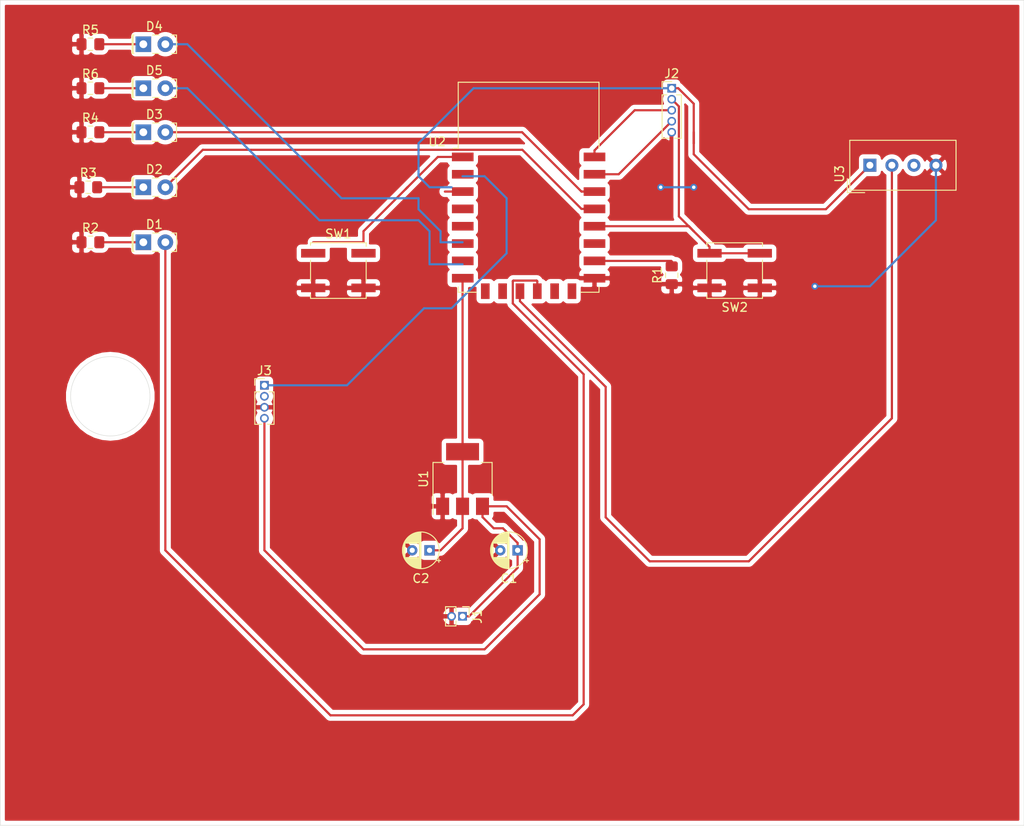
<source format=kicad_pcb>
(kicad_pcb (version 20171130) (host pcbnew 5.1.5-52549c5~84~ubuntu18.04.1)

  (general
    (thickness 1.6)
    (drawings 5)
    (tracks 117)
    (zones 0)
    (modules 21)
    (nets 30)
  )

  (page A4)
  (layers
    (0 F.Cu signal)
    (31 B.Cu signal)
    (32 B.Adhes user)
    (33 F.Adhes user)
    (34 B.Paste user)
    (35 F.Paste user)
    (36 B.SilkS user)
    (37 F.SilkS user)
    (38 B.Mask user)
    (39 F.Mask user)
    (40 Dwgs.User user)
    (41 Cmts.User user)
    (42 Eco1.User user)
    (43 Eco2.User user)
    (44 Edge.Cuts user)
    (45 Margin user)
    (46 B.CrtYd user)
    (47 F.CrtYd user)
    (48 B.Fab user)
    (49 F.Fab user)
  )

  (setup
    (last_trace_width 0.25)
    (trace_clearance 0.2)
    (zone_clearance 0.508)
    (zone_45_only no)
    (trace_min 0.2)
    (via_size 0.8)
    (via_drill 0.4)
    (via_min_size 0.4)
    (via_min_drill 0.3)
    (uvia_size 0.3)
    (uvia_drill 0.1)
    (uvias_allowed no)
    (uvia_min_size 0.2)
    (uvia_min_drill 0.1)
    (edge_width 0.05)
    (segment_width 0.2)
    (pcb_text_width 0.3)
    (pcb_text_size 1.5 1.5)
    (mod_edge_width 0.12)
    (mod_text_size 1 1)
    (mod_text_width 0.15)
    (pad_size 1.524 1.524)
    (pad_drill 0.762)
    (pad_to_mask_clearance 0.051)
    (solder_mask_min_width 0.25)
    (aux_axis_origin 0 0)
    (visible_elements FFFFFF7F)
    (pcbplotparams
      (layerselection 0x010fc_ffffffff)
      (usegerberextensions false)
      (usegerberattributes false)
      (usegerberadvancedattributes false)
      (creategerberjobfile false)
      (excludeedgelayer true)
      (linewidth 0.100000)
      (plotframeref false)
      (viasonmask false)
      (mode 1)
      (useauxorigin false)
      (hpglpennumber 1)
      (hpglpenspeed 20)
      (hpglpendiameter 15.000000)
      (psnegative false)
      (psa4output false)
      (plotreference true)
      (plotvalue true)
      (plotinvisibletext false)
      (padsonsilk false)
      (subtractmaskfromsilk false)
      (outputformat 1)
      (mirror false)
      (drillshape 1)
      (scaleselection 1)
      (outputdirectory ""))
  )

  (net 0 "")
  (net 1 GND)
  (net 2 +5V)
  (net 3 +3V3)
  (net 4 "Net-(D1-Pad1)")
  (net 5 "Net-(D1-Pad2)")
  (net 6 "Net-(D2-Pad2)")
  (net 7 "Net-(D2-Pad1)")
  (net 8 "Net-(D3-Pad1)")
  (net 9 "Net-(D3-Pad2)")
  (net 10 "Net-(D4-Pad2)")
  (net 11 "Net-(D4-Pad1)")
  (net 12 "Net-(D5-Pad1)")
  (net 13 "Net-(D5-Pad2)")
  (net 14 "Net-(J2-Pad2)")
  (net 15 "Net-(J2-Pad3)")
  (net 16 "Net-(J2-Pad4)")
  (net 17 "Net-(J3-Pad1)")
  (net 18 "Net-(J3-Pad2)")
  (net 19 "Net-(R1-Pad2)")
  (net 20 "Net-(SW1-Pad2)")
  (net 21 "Net-(U2-Pad4)")
  (net 22 "Net-(U2-Pad5)")
  (net 23 "Net-(U2-Pad9)")
  (net 24 "Net-(U2-Pad10)")
  (net 25 "Net-(U2-Pad11)")
  (net 26 "Net-(U2-Pad13)")
  (net 27 "Net-(U2-Pad14)")
  (net 28 "Net-(U2-Pad17)")
  (net 29 "Net-(U3-Pad3)")

  (net_class Default "This is the default net class."
    (clearance 0.2)
    (trace_width 0.25)
    (via_dia 0.8)
    (via_drill 0.4)
    (uvia_dia 0.3)
    (uvia_drill 0.1)
    (add_net +3V3)
    (add_net +5V)
    (add_net GND)
    (add_net "Net-(D1-Pad1)")
    (add_net "Net-(D1-Pad2)")
    (add_net "Net-(D2-Pad1)")
    (add_net "Net-(D2-Pad2)")
    (add_net "Net-(D3-Pad1)")
    (add_net "Net-(D3-Pad2)")
    (add_net "Net-(D4-Pad1)")
    (add_net "Net-(D4-Pad2)")
    (add_net "Net-(D5-Pad1)")
    (add_net "Net-(D5-Pad2)")
    (add_net "Net-(J2-Pad2)")
    (add_net "Net-(J2-Pad3)")
    (add_net "Net-(J2-Pad4)")
    (add_net "Net-(J3-Pad1)")
    (add_net "Net-(J3-Pad2)")
    (add_net "Net-(R1-Pad2)")
    (add_net "Net-(SW1-Pad2)")
    (add_net "Net-(U2-Pad10)")
    (add_net "Net-(U2-Pad11)")
    (add_net "Net-(U2-Pad13)")
    (add_net "Net-(U2-Pad14)")
    (add_net "Net-(U2-Pad17)")
    (add_net "Net-(U2-Pad4)")
    (add_net "Net-(U2-Pad5)")
    (add_net "Net-(U2-Pad9)")
    (add_net "Net-(U3-Pad3)")
  )

  (module Capacitor_THT:CP_Radial_D4.0mm_P2.00mm (layer F.Cu) (tedit 5AE50EF0) (tstamp 5E6A88C8)
    (at 88.9 139.7 180)
    (descr "CP, Radial series, Radial, pin pitch=2.00mm, , diameter=4mm, Electrolytic Capacitor")
    (tags "CP Radial series Radial pin pitch 2.00mm  diameter 4mm Electrolytic Capacitor")
    (path /5E6D1710)
    (fp_text reference C1 (at 1 -3.25) (layer F.SilkS)
      (effects (font (size 1 1) (thickness 0.15)))
    )
    (fp_text value CP (at 1 3.25) (layer F.Fab)
      (effects (font (size 1 1) (thickness 0.15)))
    )
    (fp_text user %R (at 1 0) (layer F.Fab)
      (effects (font (size 0.8 0.8) (thickness 0.12)))
    )
    (fp_line (start -1.069801 -1.395) (end -1.069801 -0.995) (layer F.SilkS) (width 0.12))
    (fp_line (start -1.269801 -1.195) (end -0.869801 -1.195) (layer F.SilkS) (width 0.12))
    (fp_line (start 3.081 -0.37) (end 3.081 0.37) (layer F.SilkS) (width 0.12))
    (fp_line (start 3.041 -0.537) (end 3.041 0.537) (layer F.SilkS) (width 0.12))
    (fp_line (start 3.001 -0.664) (end 3.001 0.664) (layer F.SilkS) (width 0.12))
    (fp_line (start 2.961 -0.768) (end 2.961 0.768) (layer F.SilkS) (width 0.12))
    (fp_line (start 2.921 -0.859) (end 2.921 0.859) (layer F.SilkS) (width 0.12))
    (fp_line (start 2.881 -0.94) (end 2.881 0.94) (layer F.SilkS) (width 0.12))
    (fp_line (start 2.841 -1.013) (end 2.841 1.013) (layer F.SilkS) (width 0.12))
    (fp_line (start 2.801 0.84) (end 2.801 1.08) (layer F.SilkS) (width 0.12))
    (fp_line (start 2.801 -1.08) (end 2.801 -0.84) (layer F.SilkS) (width 0.12))
    (fp_line (start 2.761 0.84) (end 2.761 1.142) (layer F.SilkS) (width 0.12))
    (fp_line (start 2.761 -1.142) (end 2.761 -0.84) (layer F.SilkS) (width 0.12))
    (fp_line (start 2.721 0.84) (end 2.721 1.2) (layer F.SilkS) (width 0.12))
    (fp_line (start 2.721 -1.2) (end 2.721 -0.84) (layer F.SilkS) (width 0.12))
    (fp_line (start 2.681 0.84) (end 2.681 1.254) (layer F.SilkS) (width 0.12))
    (fp_line (start 2.681 -1.254) (end 2.681 -0.84) (layer F.SilkS) (width 0.12))
    (fp_line (start 2.641 0.84) (end 2.641 1.304) (layer F.SilkS) (width 0.12))
    (fp_line (start 2.641 -1.304) (end 2.641 -0.84) (layer F.SilkS) (width 0.12))
    (fp_line (start 2.601 0.84) (end 2.601 1.351) (layer F.SilkS) (width 0.12))
    (fp_line (start 2.601 -1.351) (end 2.601 -0.84) (layer F.SilkS) (width 0.12))
    (fp_line (start 2.561 0.84) (end 2.561 1.396) (layer F.SilkS) (width 0.12))
    (fp_line (start 2.561 -1.396) (end 2.561 -0.84) (layer F.SilkS) (width 0.12))
    (fp_line (start 2.521 0.84) (end 2.521 1.438) (layer F.SilkS) (width 0.12))
    (fp_line (start 2.521 -1.438) (end 2.521 -0.84) (layer F.SilkS) (width 0.12))
    (fp_line (start 2.481 0.84) (end 2.481 1.478) (layer F.SilkS) (width 0.12))
    (fp_line (start 2.481 -1.478) (end 2.481 -0.84) (layer F.SilkS) (width 0.12))
    (fp_line (start 2.441 0.84) (end 2.441 1.516) (layer F.SilkS) (width 0.12))
    (fp_line (start 2.441 -1.516) (end 2.441 -0.84) (layer F.SilkS) (width 0.12))
    (fp_line (start 2.401 0.84) (end 2.401 1.552) (layer F.SilkS) (width 0.12))
    (fp_line (start 2.401 -1.552) (end 2.401 -0.84) (layer F.SilkS) (width 0.12))
    (fp_line (start 2.361 0.84) (end 2.361 1.587) (layer F.SilkS) (width 0.12))
    (fp_line (start 2.361 -1.587) (end 2.361 -0.84) (layer F.SilkS) (width 0.12))
    (fp_line (start 2.321 0.84) (end 2.321 1.619) (layer F.SilkS) (width 0.12))
    (fp_line (start 2.321 -1.619) (end 2.321 -0.84) (layer F.SilkS) (width 0.12))
    (fp_line (start 2.281 0.84) (end 2.281 1.65) (layer F.SilkS) (width 0.12))
    (fp_line (start 2.281 -1.65) (end 2.281 -0.84) (layer F.SilkS) (width 0.12))
    (fp_line (start 2.241 0.84) (end 2.241 1.68) (layer F.SilkS) (width 0.12))
    (fp_line (start 2.241 -1.68) (end 2.241 -0.84) (layer F.SilkS) (width 0.12))
    (fp_line (start 2.201 0.84) (end 2.201 1.708) (layer F.SilkS) (width 0.12))
    (fp_line (start 2.201 -1.708) (end 2.201 -0.84) (layer F.SilkS) (width 0.12))
    (fp_line (start 2.161 0.84) (end 2.161 1.735) (layer F.SilkS) (width 0.12))
    (fp_line (start 2.161 -1.735) (end 2.161 -0.84) (layer F.SilkS) (width 0.12))
    (fp_line (start 2.121 0.84) (end 2.121 1.76) (layer F.SilkS) (width 0.12))
    (fp_line (start 2.121 -1.76) (end 2.121 -0.84) (layer F.SilkS) (width 0.12))
    (fp_line (start 2.081 0.84) (end 2.081 1.785) (layer F.SilkS) (width 0.12))
    (fp_line (start 2.081 -1.785) (end 2.081 -0.84) (layer F.SilkS) (width 0.12))
    (fp_line (start 2.041 0.84) (end 2.041 1.808) (layer F.SilkS) (width 0.12))
    (fp_line (start 2.041 -1.808) (end 2.041 -0.84) (layer F.SilkS) (width 0.12))
    (fp_line (start 2.001 0.84) (end 2.001 1.83) (layer F.SilkS) (width 0.12))
    (fp_line (start 2.001 -1.83) (end 2.001 -0.84) (layer F.SilkS) (width 0.12))
    (fp_line (start 1.961 0.84) (end 1.961 1.851) (layer F.SilkS) (width 0.12))
    (fp_line (start 1.961 -1.851) (end 1.961 -0.84) (layer F.SilkS) (width 0.12))
    (fp_line (start 1.921 0.84) (end 1.921 1.87) (layer F.SilkS) (width 0.12))
    (fp_line (start 1.921 -1.87) (end 1.921 -0.84) (layer F.SilkS) (width 0.12))
    (fp_line (start 1.881 0.84) (end 1.881 1.889) (layer F.SilkS) (width 0.12))
    (fp_line (start 1.881 -1.889) (end 1.881 -0.84) (layer F.SilkS) (width 0.12))
    (fp_line (start 1.841 0.84) (end 1.841 1.907) (layer F.SilkS) (width 0.12))
    (fp_line (start 1.841 -1.907) (end 1.841 -0.84) (layer F.SilkS) (width 0.12))
    (fp_line (start 1.801 0.84) (end 1.801 1.924) (layer F.SilkS) (width 0.12))
    (fp_line (start 1.801 -1.924) (end 1.801 -0.84) (layer F.SilkS) (width 0.12))
    (fp_line (start 1.761 0.84) (end 1.761 1.94) (layer F.SilkS) (width 0.12))
    (fp_line (start 1.761 -1.94) (end 1.761 -0.84) (layer F.SilkS) (width 0.12))
    (fp_line (start 1.721 0.84) (end 1.721 1.954) (layer F.SilkS) (width 0.12))
    (fp_line (start 1.721 -1.954) (end 1.721 -0.84) (layer F.SilkS) (width 0.12))
    (fp_line (start 1.68 0.84) (end 1.68 1.968) (layer F.SilkS) (width 0.12))
    (fp_line (start 1.68 -1.968) (end 1.68 -0.84) (layer F.SilkS) (width 0.12))
    (fp_line (start 1.64 0.84) (end 1.64 1.982) (layer F.SilkS) (width 0.12))
    (fp_line (start 1.64 -1.982) (end 1.64 -0.84) (layer F.SilkS) (width 0.12))
    (fp_line (start 1.6 0.84) (end 1.6 1.994) (layer F.SilkS) (width 0.12))
    (fp_line (start 1.6 -1.994) (end 1.6 -0.84) (layer F.SilkS) (width 0.12))
    (fp_line (start 1.56 0.84) (end 1.56 2.005) (layer F.SilkS) (width 0.12))
    (fp_line (start 1.56 -2.005) (end 1.56 -0.84) (layer F.SilkS) (width 0.12))
    (fp_line (start 1.52 0.84) (end 1.52 2.016) (layer F.SilkS) (width 0.12))
    (fp_line (start 1.52 -2.016) (end 1.52 -0.84) (layer F.SilkS) (width 0.12))
    (fp_line (start 1.48 0.84) (end 1.48 2.025) (layer F.SilkS) (width 0.12))
    (fp_line (start 1.48 -2.025) (end 1.48 -0.84) (layer F.SilkS) (width 0.12))
    (fp_line (start 1.44 0.84) (end 1.44 2.034) (layer F.SilkS) (width 0.12))
    (fp_line (start 1.44 -2.034) (end 1.44 -0.84) (layer F.SilkS) (width 0.12))
    (fp_line (start 1.4 0.84) (end 1.4 2.042) (layer F.SilkS) (width 0.12))
    (fp_line (start 1.4 -2.042) (end 1.4 -0.84) (layer F.SilkS) (width 0.12))
    (fp_line (start 1.36 0.84) (end 1.36 2.05) (layer F.SilkS) (width 0.12))
    (fp_line (start 1.36 -2.05) (end 1.36 -0.84) (layer F.SilkS) (width 0.12))
    (fp_line (start 1.32 0.84) (end 1.32 2.056) (layer F.SilkS) (width 0.12))
    (fp_line (start 1.32 -2.056) (end 1.32 -0.84) (layer F.SilkS) (width 0.12))
    (fp_line (start 1.28 0.84) (end 1.28 2.062) (layer F.SilkS) (width 0.12))
    (fp_line (start 1.28 -2.062) (end 1.28 -0.84) (layer F.SilkS) (width 0.12))
    (fp_line (start 1.24 0.84) (end 1.24 2.067) (layer F.SilkS) (width 0.12))
    (fp_line (start 1.24 -2.067) (end 1.24 -0.84) (layer F.SilkS) (width 0.12))
    (fp_line (start 1.2 0.84) (end 1.2 2.071) (layer F.SilkS) (width 0.12))
    (fp_line (start 1.2 -2.071) (end 1.2 -0.84) (layer F.SilkS) (width 0.12))
    (fp_line (start 1.16 -2.074) (end 1.16 2.074) (layer F.SilkS) (width 0.12))
    (fp_line (start 1.12 -2.077) (end 1.12 2.077) (layer F.SilkS) (width 0.12))
    (fp_line (start 1.08 -2.079) (end 1.08 2.079) (layer F.SilkS) (width 0.12))
    (fp_line (start 1.04 -2.08) (end 1.04 2.08) (layer F.SilkS) (width 0.12))
    (fp_line (start 1 -2.08) (end 1 2.08) (layer F.SilkS) (width 0.12))
    (fp_line (start -0.502554 -1.0675) (end -0.502554 -0.6675) (layer F.Fab) (width 0.1))
    (fp_line (start -0.702554 -0.8675) (end -0.302554 -0.8675) (layer F.Fab) (width 0.1))
    (fp_circle (center 1 0) (end 3.25 0) (layer F.CrtYd) (width 0.05))
    (fp_circle (center 1 0) (end 3.12 0) (layer F.SilkS) (width 0.12))
    (fp_circle (center 1 0) (end 3 0) (layer F.Fab) (width 0.1))
    (pad 2 thru_hole circle (at 2 0 180) (size 1.2 1.2) (drill 0.6) (layers *.Cu *.Mask)
      (net 1 GND))
    (pad 1 thru_hole rect (at 0 0 180) (size 1.2 1.2) (drill 0.6) (layers *.Cu *.Mask)
      (net 2 +5V))
    (model ${KISYS3DMOD}/Capacitor_THT.3dshapes/CP_Radial_D4.0mm_P2.00mm.wrl
      (at (xyz 0 0 0))
      (scale (xyz 1 1 1))
      (rotate (xyz 0 0 0))
    )
  )

  (module Capacitor_THT:CP_Radial_D4.0mm_P2.00mm (layer F.Cu) (tedit 5AE50EF0) (tstamp 5E6A8934)
    (at 78.74 139.7 180)
    (descr "CP, Radial series, Radial, pin pitch=2.00mm, , diameter=4mm, Electrolytic Capacitor")
    (tags "CP Radial series Radial pin pitch 2.00mm  diameter 4mm Electrolytic Capacitor")
    (path /5E6D1E55)
    (fp_text reference C2 (at 1 -3.25) (layer F.SilkS)
      (effects (font (size 1 1) (thickness 0.15)))
    )
    (fp_text value CP (at 1 3.25) (layer F.Fab)
      (effects (font (size 1 1) (thickness 0.15)))
    )
    (fp_circle (center 1 0) (end 3 0) (layer F.Fab) (width 0.1))
    (fp_circle (center 1 0) (end 3.12 0) (layer F.SilkS) (width 0.12))
    (fp_circle (center 1 0) (end 3.25 0) (layer F.CrtYd) (width 0.05))
    (fp_line (start -0.702554 -0.8675) (end -0.302554 -0.8675) (layer F.Fab) (width 0.1))
    (fp_line (start -0.502554 -1.0675) (end -0.502554 -0.6675) (layer F.Fab) (width 0.1))
    (fp_line (start 1 -2.08) (end 1 2.08) (layer F.SilkS) (width 0.12))
    (fp_line (start 1.04 -2.08) (end 1.04 2.08) (layer F.SilkS) (width 0.12))
    (fp_line (start 1.08 -2.079) (end 1.08 2.079) (layer F.SilkS) (width 0.12))
    (fp_line (start 1.12 -2.077) (end 1.12 2.077) (layer F.SilkS) (width 0.12))
    (fp_line (start 1.16 -2.074) (end 1.16 2.074) (layer F.SilkS) (width 0.12))
    (fp_line (start 1.2 -2.071) (end 1.2 -0.84) (layer F.SilkS) (width 0.12))
    (fp_line (start 1.2 0.84) (end 1.2 2.071) (layer F.SilkS) (width 0.12))
    (fp_line (start 1.24 -2.067) (end 1.24 -0.84) (layer F.SilkS) (width 0.12))
    (fp_line (start 1.24 0.84) (end 1.24 2.067) (layer F.SilkS) (width 0.12))
    (fp_line (start 1.28 -2.062) (end 1.28 -0.84) (layer F.SilkS) (width 0.12))
    (fp_line (start 1.28 0.84) (end 1.28 2.062) (layer F.SilkS) (width 0.12))
    (fp_line (start 1.32 -2.056) (end 1.32 -0.84) (layer F.SilkS) (width 0.12))
    (fp_line (start 1.32 0.84) (end 1.32 2.056) (layer F.SilkS) (width 0.12))
    (fp_line (start 1.36 -2.05) (end 1.36 -0.84) (layer F.SilkS) (width 0.12))
    (fp_line (start 1.36 0.84) (end 1.36 2.05) (layer F.SilkS) (width 0.12))
    (fp_line (start 1.4 -2.042) (end 1.4 -0.84) (layer F.SilkS) (width 0.12))
    (fp_line (start 1.4 0.84) (end 1.4 2.042) (layer F.SilkS) (width 0.12))
    (fp_line (start 1.44 -2.034) (end 1.44 -0.84) (layer F.SilkS) (width 0.12))
    (fp_line (start 1.44 0.84) (end 1.44 2.034) (layer F.SilkS) (width 0.12))
    (fp_line (start 1.48 -2.025) (end 1.48 -0.84) (layer F.SilkS) (width 0.12))
    (fp_line (start 1.48 0.84) (end 1.48 2.025) (layer F.SilkS) (width 0.12))
    (fp_line (start 1.52 -2.016) (end 1.52 -0.84) (layer F.SilkS) (width 0.12))
    (fp_line (start 1.52 0.84) (end 1.52 2.016) (layer F.SilkS) (width 0.12))
    (fp_line (start 1.56 -2.005) (end 1.56 -0.84) (layer F.SilkS) (width 0.12))
    (fp_line (start 1.56 0.84) (end 1.56 2.005) (layer F.SilkS) (width 0.12))
    (fp_line (start 1.6 -1.994) (end 1.6 -0.84) (layer F.SilkS) (width 0.12))
    (fp_line (start 1.6 0.84) (end 1.6 1.994) (layer F.SilkS) (width 0.12))
    (fp_line (start 1.64 -1.982) (end 1.64 -0.84) (layer F.SilkS) (width 0.12))
    (fp_line (start 1.64 0.84) (end 1.64 1.982) (layer F.SilkS) (width 0.12))
    (fp_line (start 1.68 -1.968) (end 1.68 -0.84) (layer F.SilkS) (width 0.12))
    (fp_line (start 1.68 0.84) (end 1.68 1.968) (layer F.SilkS) (width 0.12))
    (fp_line (start 1.721 -1.954) (end 1.721 -0.84) (layer F.SilkS) (width 0.12))
    (fp_line (start 1.721 0.84) (end 1.721 1.954) (layer F.SilkS) (width 0.12))
    (fp_line (start 1.761 -1.94) (end 1.761 -0.84) (layer F.SilkS) (width 0.12))
    (fp_line (start 1.761 0.84) (end 1.761 1.94) (layer F.SilkS) (width 0.12))
    (fp_line (start 1.801 -1.924) (end 1.801 -0.84) (layer F.SilkS) (width 0.12))
    (fp_line (start 1.801 0.84) (end 1.801 1.924) (layer F.SilkS) (width 0.12))
    (fp_line (start 1.841 -1.907) (end 1.841 -0.84) (layer F.SilkS) (width 0.12))
    (fp_line (start 1.841 0.84) (end 1.841 1.907) (layer F.SilkS) (width 0.12))
    (fp_line (start 1.881 -1.889) (end 1.881 -0.84) (layer F.SilkS) (width 0.12))
    (fp_line (start 1.881 0.84) (end 1.881 1.889) (layer F.SilkS) (width 0.12))
    (fp_line (start 1.921 -1.87) (end 1.921 -0.84) (layer F.SilkS) (width 0.12))
    (fp_line (start 1.921 0.84) (end 1.921 1.87) (layer F.SilkS) (width 0.12))
    (fp_line (start 1.961 -1.851) (end 1.961 -0.84) (layer F.SilkS) (width 0.12))
    (fp_line (start 1.961 0.84) (end 1.961 1.851) (layer F.SilkS) (width 0.12))
    (fp_line (start 2.001 -1.83) (end 2.001 -0.84) (layer F.SilkS) (width 0.12))
    (fp_line (start 2.001 0.84) (end 2.001 1.83) (layer F.SilkS) (width 0.12))
    (fp_line (start 2.041 -1.808) (end 2.041 -0.84) (layer F.SilkS) (width 0.12))
    (fp_line (start 2.041 0.84) (end 2.041 1.808) (layer F.SilkS) (width 0.12))
    (fp_line (start 2.081 -1.785) (end 2.081 -0.84) (layer F.SilkS) (width 0.12))
    (fp_line (start 2.081 0.84) (end 2.081 1.785) (layer F.SilkS) (width 0.12))
    (fp_line (start 2.121 -1.76) (end 2.121 -0.84) (layer F.SilkS) (width 0.12))
    (fp_line (start 2.121 0.84) (end 2.121 1.76) (layer F.SilkS) (width 0.12))
    (fp_line (start 2.161 -1.735) (end 2.161 -0.84) (layer F.SilkS) (width 0.12))
    (fp_line (start 2.161 0.84) (end 2.161 1.735) (layer F.SilkS) (width 0.12))
    (fp_line (start 2.201 -1.708) (end 2.201 -0.84) (layer F.SilkS) (width 0.12))
    (fp_line (start 2.201 0.84) (end 2.201 1.708) (layer F.SilkS) (width 0.12))
    (fp_line (start 2.241 -1.68) (end 2.241 -0.84) (layer F.SilkS) (width 0.12))
    (fp_line (start 2.241 0.84) (end 2.241 1.68) (layer F.SilkS) (width 0.12))
    (fp_line (start 2.281 -1.65) (end 2.281 -0.84) (layer F.SilkS) (width 0.12))
    (fp_line (start 2.281 0.84) (end 2.281 1.65) (layer F.SilkS) (width 0.12))
    (fp_line (start 2.321 -1.619) (end 2.321 -0.84) (layer F.SilkS) (width 0.12))
    (fp_line (start 2.321 0.84) (end 2.321 1.619) (layer F.SilkS) (width 0.12))
    (fp_line (start 2.361 -1.587) (end 2.361 -0.84) (layer F.SilkS) (width 0.12))
    (fp_line (start 2.361 0.84) (end 2.361 1.587) (layer F.SilkS) (width 0.12))
    (fp_line (start 2.401 -1.552) (end 2.401 -0.84) (layer F.SilkS) (width 0.12))
    (fp_line (start 2.401 0.84) (end 2.401 1.552) (layer F.SilkS) (width 0.12))
    (fp_line (start 2.441 -1.516) (end 2.441 -0.84) (layer F.SilkS) (width 0.12))
    (fp_line (start 2.441 0.84) (end 2.441 1.516) (layer F.SilkS) (width 0.12))
    (fp_line (start 2.481 -1.478) (end 2.481 -0.84) (layer F.SilkS) (width 0.12))
    (fp_line (start 2.481 0.84) (end 2.481 1.478) (layer F.SilkS) (width 0.12))
    (fp_line (start 2.521 -1.438) (end 2.521 -0.84) (layer F.SilkS) (width 0.12))
    (fp_line (start 2.521 0.84) (end 2.521 1.438) (layer F.SilkS) (width 0.12))
    (fp_line (start 2.561 -1.396) (end 2.561 -0.84) (layer F.SilkS) (width 0.12))
    (fp_line (start 2.561 0.84) (end 2.561 1.396) (layer F.SilkS) (width 0.12))
    (fp_line (start 2.601 -1.351) (end 2.601 -0.84) (layer F.SilkS) (width 0.12))
    (fp_line (start 2.601 0.84) (end 2.601 1.351) (layer F.SilkS) (width 0.12))
    (fp_line (start 2.641 -1.304) (end 2.641 -0.84) (layer F.SilkS) (width 0.12))
    (fp_line (start 2.641 0.84) (end 2.641 1.304) (layer F.SilkS) (width 0.12))
    (fp_line (start 2.681 -1.254) (end 2.681 -0.84) (layer F.SilkS) (width 0.12))
    (fp_line (start 2.681 0.84) (end 2.681 1.254) (layer F.SilkS) (width 0.12))
    (fp_line (start 2.721 -1.2) (end 2.721 -0.84) (layer F.SilkS) (width 0.12))
    (fp_line (start 2.721 0.84) (end 2.721 1.2) (layer F.SilkS) (width 0.12))
    (fp_line (start 2.761 -1.142) (end 2.761 -0.84) (layer F.SilkS) (width 0.12))
    (fp_line (start 2.761 0.84) (end 2.761 1.142) (layer F.SilkS) (width 0.12))
    (fp_line (start 2.801 -1.08) (end 2.801 -0.84) (layer F.SilkS) (width 0.12))
    (fp_line (start 2.801 0.84) (end 2.801 1.08) (layer F.SilkS) (width 0.12))
    (fp_line (start 2.841 -1.013) (end 2.841 1.013) (layer F.SilkS) (width 0.12))
    (fp_line (start 2.881 -0.94) (end 2.881 0.94) (layer F.SilkS) (width 0.12))
    (fp_line (start 2.921 -0.859) (end 2.921 0.859) (layer F.SilkS) (width 0.12))
    (fp_line (start 2.961 -0.768) (end 2.961 0.768) (layer F.SilkS) (width 0.12))
    (fp_line (start 3.001 -0.664) (end 3.001 0.664) (layer F.SilkS) (width 0.12))
    (fp_line (start 3.041 -0.537) (end 3.041 0.537) (layer F.SilkS) (width 0.12))
    (fp_line (start 3.081 -0.37) (end 3.081 0.37) (layer F.SilkS) (width 0.12))
    (fp_line (start -1.269801 -1.195) (end -0.869801 -1.195) (layer F.SilkS) (width 0.12))
    (fp_line (start -1.069801 -1.395) (end -1.069801 -0.995) (layer F.SilkS) (width 0.12))
    (fp_text user %R (at 1 0) (layer F.Fab)
      (effects (font (size 0.8 0.8) (thickness 0.12)))
    )
    (pad 1 thru_hole rect (at 0 0 180) (size 1.2 1.2) (drill 0.6) (layers *.Cu *.Mask)
      (net 3 +3V3))
    (pad 2 thru_hole circle (at 2 0 180) (size 1.2 1.2) (drill 0.6) (layers *.Cu *.Mask)
      (net 1 GND))
    (model ${KISYS3DMOD}/Capacitor_THT.3dshapes/CP_Radial_D4.0mm_P2.00mm.wrl
      (at (xyz 0 0 0))
      (scale (xyz 1 1 1))
      (rotate (xyz 0 0 0))
    )
  )

  (module LED_THT:LED_Rectangular_W5.0mm_H2.0mm (layer F.Cu) (tedit 587A3A7B) (tstamp 5E6A894B)
    (at 45.72 104.14)
    (descr "LED_Rectangular, Rectangular,  Rectangular size 5.0x2.0mm^2, 2 pins, http://www.kingbright.com/attachments/file/psearch/000/00/00/L-169XCGDK(Ver.9B).pdf")
    (tags "LED_Rectangular Rectangular  Rectangular size 5.0x2.0mm^2 2 pins")
    (path /5E7057C2)
    (fp_text reference D1 (at 1.27 -2.06) (layer F.SilkS)
      (effects (font (size 1 1) (thickness 0.15)))
    )
    (fp_text value LED (at 1.27 2.06) (layer F.Fab)
      (effects (font (size 1 1) (thickness 0.15)))
    )
    (fp_line (start -1.23 -1) (end -1.23 1) (layer F.Fab) (width 0.1))
    (fp_line (start -1.23 1) (end 3.77 1) (layer F.Fab) (width 0.1))
    (fp_line (start 3.77 1) (end 3.77 -1) (layer F.Fab) (width 0.1))
    (fp_line (start 3.77 -1) (end -1.23 -1) (layer F.Fab) (width 0.1))
    (fp_line (start -1.29 -1.06) (end -1.08 -1.06) (layer F.SilkS) (width 0.12))
    (fp_line (start 1.08 -1.06) (end 1.811 -1.06) (layer F.SilkS) (width 0.12))
    (fp_line (start 3.27 -1.06) (end 3.83 -1.06) (layer F.SilkS) (width 0.12))
    (fp_line (start -1.29 1.06) (end -1.08 1.06) (layer F.SilkS) (width 0.12))
    (fp_line (start 1.08 1.06) (end 1.811 1.06) (layer F.SilkS) (width 0.12))
    (fp_line (start 3.27 1.06) (end 3.83 1.06) (layer F.SilkS) (width 0.12))
    (fp_line (start -1.29 -1.06) (end -1.29 1.06) (layer F.SilkS) (width 0.12))
    (fp_line (start 3.83 -1.06) (end 3.83 1.06) (layer F.SilkS) (width 0.12))
    (fp_line (start -1.17 -1.06) (end -1.17 1.06) (layer F.SilkS) (width 0.12))
    (fp_line (start -1.55 -1.35) (end -1.55 1.35) (layer F.CrtYd) (width 0.05))
    (fp_line (start -1.55 1.35) (end 4.1 1.35) (layer F.CrtYd) (width 0.05))
    (fp_line (start 4.1 1.35) (end 4.1 -1.35) (layer F.CrtYd) (width 0.05))
    (fp_line (start 4.1 -1.35) (end -1.55 -1.35) (layer F.CrtYd) (width 0.05))
    (pad 1 thru_hole rect (at 0 0) (size 1.8 1.8) (drill 0.9) (layers *.Cu *.Mask)
      (net 4 "Net-(D1-Pad1)"))
    (pad 2 thru_hole circle (at 2.54 0) (size 1.8 1.8) (drill 0.9) (layers *.Cu *.Mask)
      (net 5 "Net-(D1-Pad2)"))
    (model ${KISYS3DMOD}/LED_THT.3dshapes/LED_Rectangular_W5.0mm_H2.0mm.wrl
      (at (xyz 0 0 0))
      (scale (xyz 1 1 1))
      (rotate (xyz 0 0 0))
    )
  )

  (module LED_THT:LED_Rectangular_W5.0mm_H2.0mm (layer F.Cu) (tedit 587A3A7B) (tstamp 5E6A8962)
    (at 45.72 97.79)
    (descr "LED_Rectangular, Rectangular,  Rectangular size 5.0x2.0mm^2, 2 pins, http://www.kingbright.com/attachments/file/psearch/000/00/00/L-169XCGDK(Ver.9B).pdf")
    (tags "LED_Rectangular Rectangular  Rectangular size 5.0x2.0mm^2 2 pins")
    (path /5E7072B2)
    (fp_text reference D2 (at 1.27 -2.06) (layer F.SilkS)
      (effects (font (size 1 1) (thickness 0.15)))
    )
    (fp_text value LED (at 1.27 2.06) (layer F.Fab)
      (effects (font (size 1 1) (thickness 0.15)))
    )
    (fp_line (start 4.1 -1.35) (end -1.55 -1.35) (layer F.CrtYd) (width 0.05))
    (fp_line (start 4.1 1.35) (end 4.1 -1.35) (layer F.CrtYd) (width 0.05))
    (fp_line (start -1.55 1.35) (end 4.1 1.35) (layer F.CrtYd) (width 0.05))
    (fp_line (start -1.55 -1.35) (end -1.55 1.35) (layer F.CrtYd) (width 0.05))
    (fp_line (start -1.17 -1.06) (end -1.17 1.06) (layer F.SilkS) (width 0.12))
    (fp_line (start 3.83 -1.06) (end 3.83 1.06) (layer F.SilkS) (width 0.12))
    (fp_line (start -1.29 -1.06) (end -1.29 1.06) (layer F.SilkS) (width 0.12))
    (fp_line (start 3.27 1.06) (end 3.83 1.06) (layer F.SilkS) (width 0.12))
    (fp_line (start 1.08 1.06) (end 1.811 1.06) (layer F.SilkS) (width 0.12))
    (fp_line (start -1.29 1.06) (end -1.08 1.06) (layer F.SilkS) (width 0.12))
    (fp_line (start 3.27 -1.06) (end 3.83 -1.06) (layer F.SilkS) (width 0.12))
    (fp_line (start 1.08 -1.06) (end 1.811 -1.06) (layer F.SilkS) (width 0.12))
    (fp_line (start -1.29 -1.06) (end -1.08 -1.06) (layer F.SilkS) (width 0.12))
    (fp_line (start 3.77 -1) (end -1.23 -1) (layer F.Fab) (width 0.1))
    (fp_line (start 3.77 1) (end 3.77 -1) (layer F.Fab) (width 0.1))
    (fp_line (start -1.23 1) (end 3.77 1) (layer F.Fab) (width 0.1))
    (fp_line (start -1.23 -1) (end -1.23 1) (layer F.Fab) (width 0.1))
    (pad 2 thru_hole circle (at 2.54 0) (size 1.8 1.8) (drill 0.9) (layers *.Cu *.Mask)
      (net 6 "Net-(D2-Pad2)"))
    (pad 1 thru_hole rect (at 0 0) (size 1.8 1.8) (drill 0.9) (layers *.Cu *.Mask)
      (net 7 "Net-(D2-Pad1)"))
    (model ${KISYS3DMOD}/LED_THT.3dshapes/LED_Rectangular_W5.0mm_H2.0mm.wrl
      (at (xyz 0 0 0))
      (scale (xyz 1 1 1))
      (rotate (xyz 0 0 0))
    )
  )

  (module LED_THT:LED_Rectangular_W5.0mm_H2.0mm (layer F.Cu) (tedit 587A3A7B) (tstamp 5E6A8979)
    (at 45.72 91.44)
    (descr "LED_Rectangular, Rectangular,  Rectangular size 5.0x2.0mm^2, 2 pins, http://www.kingbright.com/attachments/file/psearch/000/00/00/L-169XCGDK(Ver.9B).pdf")
    (tags "LED_Rectangular Rectangular  Rectangular size 5.0x2.0mm^2 2 pins")
    (path /5E70766B)
    (fp_text reference D3 (at 1.27 -2.06) (layer F.SilkS)
      (effects (font (size 1 1) (thickness 0.15)))
    )
    (fp_text value LED (at 1.27 2.06) (layer F.Fab)
      (effects (font (size 1 1) (thickness 0.15)))
    )
    (fp_line (start -1.23 -1) (end -1.23 1) (layer F.Fab) (width 0.1))
    (fp_line (start -1.23 1) (end 3.77 1) (layer F.Fab) (width 0.1))
    (fp_line (start 3.77 1) (end 3.77 -1) (layer F.Fab) (width 0.1))
    (fp_line (start 3.77 -1) (end -1.23 -1) (layer F.Fab) (width 0.1))
    (fp_line (start -1.29 -1.06) (end -1.08 -1.06) (layer F.SilkS) (width 0.12))
    (fp_line (start 1.08 -1.06) (end 1.811 -1.06) (layer F.SilkS) (width 0.12))
    (fp_line (start 3.27 -1.06) (end 3.83 -1.06) (layer F.SilkS) (width 0.12))
    (fp_line (start -1.29 1.06) (end -1.08 1.06) (layer F.SilkS) (width 0.12))
    (fp_line (start 1.08 1.06) (end 1.811 1.06) (layer F.SilkS) (width 0.12))
    (fp_line (start 3.27 1.06) (end 3.83 1.06) (layer F.SilkS) (width 0.12))
    (fp_line (start -1.29 -1.06) (end -1.29 1.06) (layer F.SilkS) (width 0.12))
    (fp_line (start 3.83 -1.06) (end 3.83 1.06) (layer F.SilkS) (width 0.12))
    (fp_line (start -1.17 -1.06) (end -1.17 1.06) (layer F.SilkS) (width 0.12))
    (fp_line (start -1.55 -1.35) (end -1.55 1.35) (layer F.CrtYd) (width 0.05))
    (fp_line (start -1.55 1.35) (end 4.1 1.35) (layer F.CrtYd) (width 0.05))
    (fp_line (start 4.1 1.35) (end 4.1 -1.35) (layer F.CrtYd) (width 0.05))
    (fp_line (start 4.1 -1.35) (end -1.55 -1.35) (layer F.CrtYd) (width 0.05))
    (pad 1 thru_hole rect (at 0 0) (size 1.8 1.8) (drill 0.9) (layers *.Cu *.Mask)
      (net 8 "Net-(D3-Pad1)"))
    (pad 2 thru_hole circle (at 2.54 0) (size 1.8 1.8) (drill 0.9) (layers *.Cu *.Mask)
      (net 9 "Net-(D3-Pad2)"))
    (model ${KISYS3DMOD}/LED_THT.3dshapes/LED_Rectangular_W5.0mm_H2.0mm.wrl
      (at (xyz 0 0 0))
      (scale (xyz 1 1 1))
      (rotate (xyz 0 0 0))
    )
  )

  (module LED_THT:LED_Rectangular_W5.0mm_H2.0mm (layer F.Cu) (tedit 587A3A7B) (tstamp 5E6A8990)
    (at 45.72 81.28)
    (descr "LED_Rectangular, Rectangular,  Rectangular size 5.0x2.0mm^2, 2 pins, http://www.kingbright.com/attachments/file/psearch/000/00/00/L-169XCGDK(Ver.9B).pdf")
    (tags "LED_Rectangular Rectangular  Rectangular size 5.0x2.0mm^2 2 pins")
    (path /5E70BE07)
    (fp_text reference D4 (at 1.27 -2.06) (layer F.SilkS)
      (effects (font (size 1 1) (thickness 0.15)))
    )
    (fp_text value LED (at 1.27 2.06) (layer F.Fab)
      (effects (font (size 1 1) (thickness 0.15)))
    )
    (fp_line (start 4.1 -1.35) (end -1.55 -1.35) (layer F.CrtYd) (width 0.05))
    (fp_line (start 4.1 1.35) (end 4.1 -1.35) (layer F.CrtYd) (width 0.05))
    (fp_line (start -1.55 1.35) (end 4.1 1.35) (layer F.CrtYd) (width 0.05))
    (fp_line (start -1.55 -1.35) (end -1.55 1.35) (layer F.CrtYd) (width 0.05))
    (fp_line (start -1.17 -1.06) (end -1.17 1.06) (layer F.SilkS) (width 0.12))
    (fp_line (start 3.83 -1.06) (end 3.83 1.06) (layer F.SilkS) (width 0.12))
    (fp_line (start -1.29 -1.06) (end -1.29 1.06) (layer F.SilkS) (width 0.12))
    (fp_line (start 3.27 1.06) (end 3.83 1.06) (layer F.SilkS) (width 0.12))
    (fp_line (start 1.08 1.06) (end 1.811 1.06) (layer F.SilkS) (width 0.12))
    (fp_line (start -1.29 1.06) (end -1.08 1.06) (layer F.SilkS) (width 0.12))
    (fp_line (start 3.27 -1.06) (end 3.83 -1.06) (layer F.SilkS) (width 0.12))
    (fp_line (start 1.08 -1.06) (end 1.811 -1.06) (layer F.SilkS) (width 0.12))
    (fp_line (start -1.29 -1.06) (end -1.08 -1.06) (layer F.SilkS) (width 0.12))
    (fp_line (start 3.77 -1) (end -1.23 -1) (layer F.Fab) (width 0.1))
    (fp_line (start 3.77 1) (end 3.77 -1) (layer F.Fab) (width 0.1))
    (fp_line (start -1.23 1) (end 3.77 1) (layer F.Fab) (width 0.1))
    (fp_line (start -1.23 -1) (end -1.23 1) (layer F.Fab) (width 0.1))
    (pad 2 thru_hole circle (at 2.54 0) (size 1.8 1.8) (drill 0.9) (layers *.Cu *.Mask)
      (net 10 "Net-(D4-Pad2)"))
    (pad 1 thru_hole rect (at 0 0) (size 1.8 1.8) (drill 0.9) (layers *.Cu *.Mask)
      (net 11 "Net-(D4-Pad1)"))
    (model ${KISYS3DMOD}/LED_THT.3dshapes/LED_Rectangular_W5.0mm_H2.0mm.wrl
      (at (xyz 0 0 0))
      (scale (xyz 1 1 1))
      (rotate (xyz 0 0 0))
    )
  )

  (module LED_THT:LED_Rectangular_W5.0mm_H2.0mm (layer F.Cu) (tedit 587A3A7B) (tstamp 5E6A89A7)
    (at 45.72 86.36)
    (descr "LED_Rectangular, Rectangular,  Rectangular size 5.0x2.0mm^2, 2 pins, http://www.kingbright.com/attachments/file/psearch/000/00/00/L-169XCGDK(Ver.9B).pdf")
    (tags "LED_Rectangular Rectangular  Rectangular size 5.0x2.0mm^2 2 pins")
    (path /5E7A7672)
    (fp_text reference D5 (at 1.27 -2.06) (layer F.SilkS)
      (effects (font (size 1 1) (thickness 0.15)))
    )
    (fp_text value LED (at 1.27 2.06) (layer F.Fab)
      (effects (font (size 1 1) (thickness 0.15)))
    )
    (fp_line (start -1.23 -1) (end -1.23 1) (layer F.Fab) (width 0.1))
    (fp_line (start -1.23 1) (end 3.77 1) (layer F.Fab) (width 0.1))
    (fp_line (start 3.77 1) (end 3.77 -1) (layer F.Fab) (width 0.1))
    (fp_line (start 3.77 -1) (end -1.23 -1) (layer F.Fab) (width 0.1))
    (fp_line (start -1.29 -1.06) (end -1.08 -1.06) (layer F.SilkS) (width 0.12))
    (fp_line (start 1.08 -1.06) (end 1.811 -1.06) (layer F.SilkS) (width 0.12))
    (fp_line (start 3.27 -1.06) (end 3.83 -1.06) (layer F.SilkS) (width 0.12))
    (fp_line (start -1.29 1.06) (end -1.08 1.06) (layer F.SilkS) (width 0.12))
    (fp_line (start 1.08 1.06) (end 1.811 1.06) (layer F.SilkS) (width 0.12))
    (fp_line (start 3.27 1.06) (end 3.83 1.06) (layer F.SilkS) (width 0.12))
    (fp_line (start -1.29 -1.06) (end -1.29 1.06) (layer F.SilkS) (width 0.12))
    (fp_line (start 3.83 -1.06) (end 3.83 1.06) (layer F.SilkS) (width 0.12))
    (fp_line (start -1.17 -1.06) (end -1.17 1.06) (layer F.SilkS) (width 0.12))
    (fp_line (start -1.55 -1.35) (end -1.55 1.35) (layer F.CrtYd) (width 0.05))
    (fp_line (start -1.55 1.35) (end 4.1 1.35) (layer F.CrtYd) (width 0.05))
    (fp_line (start 4.1 1.35) (end 4.1 -1.35) (layer F.CrtYd) (width 0.05))
    (fp_line (start 4.1 -1.35) (end -1.55 -1.35) (layer F.CrtYd) (width 0.05))
    (pad 1 thru_hole rect (at 0 0) (size 1.8 1.8) (drill 0.9) (layers *.Cu *.Mask)
      (net 12 "Net-(D5-Pad1)"))
    (pad 2 thru_hole circle (at 2.54 0) (size 1.8 1.8) (drill 0.9) (layers *.Cu *.Mask)
      (net 13 "Net-(D5-Pad2)"))
    (model ${KISYS3DMOD}/LED_THT.3dshapes/LED_Rectangular_W5.0mm_H2.0mm.wrl
      (at (xyz 0 0 0))
      (scale (xyz 1 1 1))
      (rotate (xyz 0 0 0))
    )
  )

  (module Connector_PinHeader_1.27mm:PinHeader_1x02_P1.27mm_Vertical (layer F.Cu) (tedit 59FED6E3) (tstamp 5E6A89BF)
    (at 82.55 147.32 270)
    (descr "Through hole straight pin header, 1x02, 1.27mm pitch, single row")
    (tags "Through hole pin header THT 1x02 1.27mm single row")
    (path /5E6D8F3A)
    (fp_text reference J1 (at 0 -1.695 90) (layer F.SilkS)
      (effects (font (size 1 1) (thickness 0.15)))
    )
    (fp_text value Conn_01x02_Male (at 0 2.965 90) (layer F.Fab)
      (effects (font (size 1 1) (thickness 0.15)))
    )
    (fp_line (start -0.525 -0.635) (end 1.05 -0.635) (layer F.Fab) (width 0.1))
    (fp_line (start 1.05 -0.635) (end 1.05 1.905) (layer F.Fab) (width 0.1))
    (fp_line (start 1.05 1.905) (end -1.05 1.905) (layer F.Fab) (width 0.1))
    (fp_line (start -1.05 1.905) (end -1.05 -0.11) (layer F.Fab) (width 0.1))
    (fp_line (start -1.05 -0.11) (end -0.525 -0.635) (layer F.Fab) (width 0.1))
    (fp_line (start -1.11 1.965) (end -0.30753 1.965) (layer F.SilkS) (width 0.12))
    (fp_line (start 0.30753 1.965) (end 1.11 1.965) (layer F.SilkS) (width 0.12))
    (fp_line (start -1.11 0.76) (end -1.11 1.965) (layer F.SilkS) (width 0.12))
    (fp_line (start 1.11 0.76) (end 1.11 1.965) (layer F.SilkS) (width 0.12))
    (fp_line (start -1.11 0.76) (end -0.563471 0.76) (layer F.SilkS) (width 0.12))
    (fp_line (start 0.563471 0.76) (end 1.11 0.76) (layer F.SilkS) (width 0.12))
    (fp_line (start -1.11 0) (end -1.11 -0.76) (layer F.SilkS) (width 0.12))
    (fp_line (start -1.11 -0.76) (end 0 -0.76) (layer F.SilkS) (width 0.12))
    (fp_line (start -1.55 -1.15) (end -1.55 2.45) (layer F.CrtYd) (width 0.05))
    (fp_line (start -1.55 2.45) (end 1.55 2.45) (layer F.CrtYd) (width 0.05))
    (fp_line (start 1.55 2.45) (end 1.55 -1.15) (layer F.CrtYd) (width 0.05))
    (fp_line (start 1.55 -1.15) (end -1.55 -1.15) (layer F.CrtYd) (width 0.05))
    (fp_text user %R (at 0 0.635) (layer F.Fab)
      (effects (font (size 1 1) (thickness 0.15)))
    )
    (pad 1 thru_hole rect (at 0 0 270) (size 1 1) (drill 0.65) (layers *.Cu *.Mask)
      (net 2 +5V))
    (pad 2 thru_hole oval (at 0 1.27 270) (size 1 1) (drill 0.65) (layers *.Cu *.Mask)
      (net 1 GND))
    (model ${KISYS3DMOD}/Connector_PinHeader_1.27mm.3dshapes/PinHeader_1x02_P1.27mm_Vertical.wrl
      (at (xyz 0 0 0))
      (scale (xyz 1 1 1))
      (rotate (xyz 0 0 0))
    )
  )

  (module Connector_PinHeader_1.27mm:PinHeader_1x05_P1.27mm_Vertical (layer F.Cu) (tedit 59FED6E3) (tstamp 5E6A89DA)
    (at 106.68 86.36)
    (descr "Through hole straight pin header, 1x05, 1.27mm pitch, single row")
    (tags "Through hole pin header THT 1x05 1.27mm single row")
    (path /5E6E2DFA)
    (fp_text reference J2 (at 0 -1.695) (layer F.SilkS)
      (effects (font (size 1 1) (thickness 0.15)))
    )
    (fp_text value Conn_01x05_Female (at 0 6.775) (layer F.Fab)
      (effects (font (size 1 1) (thickness 0.15)))
    )
    (fp_line (start -0.525 -0.635) (end 1.05 -0.635) (layer F.Fab) (width 0.1))
    (fp_line (start 1.05 -0.635) (end 1.05 5.715) (layer F.Fab) (width 0.1))
    (fp_line (start 1.05 5.715) (end -1.05 5.715) (layer F.Fab) (width 0.1))
    (fp_line (start -1.05 5.715) (end -1.05 -0.11) (layer F.Fab) (width 0.1))
    (fp_line (start -1.05 -0.11) (end -0.525 -0.635) (layer F.Fab) (width 0.1))
    (fp_line (start -1.11 5.775) (end -0.30753 5.775) (layer F.SilkS) (width 0.12))
    (fp_line (start 0.30753 5.775) (end 1.11 5.775) (layer F.SilkS) (width 0.12))
    (fp_line (start -1.11 0.76) (end -1.11 5.775) (layer F.SilkS) (width 0.12))
    (fp_line (start 1.11 0.76) (end 1.11 5.775) (layer F.SilkS) (width 0.12))
    (fp_line (start -1.11 0.76) (end -0.563471 0.76) (layer F.SilkS) (width 0.12))
    (fp_line (start 0.563471 0.76) (end 1.11 0.76) (layer F.SilkS) (width 0.12))
    (fp_line (start -1.11 0) (end -1.11 -0.76) (layer F.SilkS) (width 0.12))
    (fp_line (start -1.11 -0.76) (end 0 -0.76) (layer F.SilkS) (width 0.12))
    (fp_line (start -1.55 -1.15) (end -1.55 6.25) (layer F.CrtYd) (width 0.05))
    (fp_line (start -1.55 6.25) (end 1.55 6.25) (layer F.CrtYd) (width 0.05))
    (fp_line (start 1.55 6.25) (end 1.55 -1.15) (layer F.CrtYd) (width 0.05))
    (fp_line (start 1.55 -1.15) (end -1.55 -1.15) (layer F.CrtYd) (width 0.05))
    (fp_text user %R (at 0 2.54 90) (layer F.Fab)
      (effects (font (size 1 1) (thickness 0.15)))
    )
    (pad 1 thru_hole rect (at 0 0) (size 1 1) (drill 0.65) (layers *.Cu *.Mask)
      (net 3 +3V3))
    (pad 2 thru_hole oval (at 0 1.27) (size 1 1) (drill 0.65) (layers *.Cu *.Mask)
      (net 14 "Net-(J2-Pad2)"))
    (pad 3 thru_hole oval (at 0 2.54) (size 1 1) (drill 0.65) (layers *.Cu *.Mask)
      (net 15 "Net-(J2-Pad3)"))
    (pad 4 thru_hole oval (at 0 3.81) (size 1 1) (drill 0.65) (layers *.Cu *.Mask)
      (net 16 "Net-(J2-Pad4)"))
    (pad 5 thru_hole oval (at 0 5.08) (size 1 1) (drill 0.65) (layers *.Cu *.Mask)
      (net 1 GND))
    (model ${KISYS3DMOD}/Connector_PinHeader_1.27mm.3dshapes/PinHeader_1x05_P1.27mm_Vertical.wrl
      (at (xyz 0 0 0))
      (scale (xyz 1 1 1))
      (rotate (xyz 0 0 0))
    )
  )

  (module Connector_PinHeader_1.27mm:PinHeader_1x04_P1.27mm_Vertical (layer F.Cu) (tedit 59FED6E3) (tstamp 5E6A89F4)
    (at 59.69 120.65)
    (descr "Through hole straight pin header, 1x04, 1.27mm pitch, single row")
    (tags "Through hole pin header THT 1x04 1.27mm single row")
    (path /5E6EE04B)
    (fp_text reference J3 (at 0 -1.695) (layer F.SilkS)
      (effects (font (size 1 1) (thickness 0.15)))
    )
    (fp_text value Conn_01x04_Female (at 0 5.505) (layer F.Fab)
      (effects (font (size 1 1) (thickness 0.15)))
    )
    (fp_line (start -0.525 -0.635) (end 1.05 -0.635) (layer F.Fab) (width 0.1))
    (fp_line (start 1.05 -0.635) (end 1.05 4.445) (layer F.Fab) (width 0.1))
    (fp_line (start 1.05 4.445) (end -1.05 4.445) (layer F.Fab) (width 0.1))
    (fp_line (start -1.05 4.445) (end -1.05 -0.11) (layer F.Fab) (width 0.1))
    (fp_line (start -1.05 -0.11) (end -0.525 -0.635) (layer F.Fab) (width 0.1))
    (fp_line (start -1.11 4.505) (end -0.30753 4.505) (layer F.SilkS) (width 0.12))
    (fp_line (start 0.30753 4.505) (end 1.11 4.505) (layer F.SilkS) (width 0.12))
    (fp_line (start -1.11 0.76) (end -1.11 4.505) (layer F.SilkS) (width 0.12))
    (fp_line (start 1.11 0.76) (end 1.11 4.505) (layer F.SilkS) (width 0.12))
    (fp_line (start -1.11 0.76) (end -0.563471 0.76) (layer F.SilkS) (width 0.12))
    (fp_line (start 0.563471 0.76) (end 1.11 0.76) (layer F.SilkS) (width 0.12))
    (fp_line (start -1.11 0) (end -1.11 -0.76) (layer F.SilkS) (width 0.12))
    (fp_line (start -1.11 -0.76) (end 0 -0.76) (layer F.SilkS) (width 0.12))
    (fp_line (start -1.55 -1.15) (end -1.55 4.95) (layer F.CrtYd) (width 0.05))
    (fp_line (start -1.55 4.95) (end 1.55 4.95) (layer F.CrtYd) (width 0.05))
    (fp_line (start 1.55 4.95) (end 1.55 -1.15) (layer F.CrtYd) (width 0.05))
    (fp_line (start 1.55 -1.15) (end -1.55 -1.15) (layer F.CrtYd) (width 0.05))
    (fp_text user %R (at 0.610999 -0.535001 90) (layer F.Fab)
      (effects (font (size 1 1) (thickness 0.15)))
    )
    (pad 1 thru_hole rect (at 0 0) (size 1 1) (drill 0.65) (layers *.Cu *.Mask)
      (net 17 "Net-(J3-Pad1)"))
    (pad 2 thru_hole oval (at 0 1.27) (size 1 1) (drill 0.65) (layers *.Cu *.Mask)
      (net 18 "Net-(J3-Pad2)"))
    (pad 3 thru_hole oval (at 0 2.54) (size 1 1) (drill 0.65) (layers *.Cu *.Mask)
      (net 1 GND))
    (pad 4 thru_hole oval (at 0 3.81) (size 1 1) (drill 0.65) (layers *.Cu *.Mask)
      (net 2 +5V))
    (model ${KISYS3DMOD}/Connector_PinHeader_1.27mm.3dshapes/PinHeader_1x04_P1.27mm_Vertical.wrl
      (at (xyz 0 0 0))
      (scale (xyz 1 1 1))
      (rotate (xyz 0 0 0))
    )
  )

  (module Resistor_SMD:R_0805_2012Metric_Pad1.15x1.40mm_HandSolder (layer F.Cu) (tedit 5B36C52B) (tstamp 5E6A8A05)
    (at 106.68 107.95 90)
    (descr "Resistor SMD 0805 (2012 Metric), square (rectangular) end terminal, IPC_7351 nominal with elongated pad for handsoldering. (Body size source: https://docs.google.com/spreadsheets/d/1BsfQQcO9C6DZCsRaXUlFlo91Tg2WpOkGARC1WS5S8t0/edit?usp=sharing), generated with kicad-footprint-generator")
    (tags "resistor handsolder")
    (path /5E6E70C3)
    (attr smd)
    (fp_text reference R1 (at 0 -1.65 90) (layer F.SilkS)
      (effects (font (size 1 1) (thickness 0.15)))
    )
    (fp_text value R (at 0 1.65 90) (layer F.Fab)
      (effects (font (size 1 1) (thickness 0.15)))
    )
    (fp_text user %R (at 0 0 90) (layer F.Fab)
      (effects (font (size 0.5 0.5) (thickness 0.08)))
    )
    (fp_line (start 1.85 0.95) (end -1.85 0.95) (layer F.CrtYd) (width 0.05))
    (fp_line (start 1.85 -0.95) (end 1.85 0.95) (layer F.CrtYd) (width 0.05))
    (fp_line (start -1.85 -0.95) (end 1.85 -0.95) (layer F.CrtYd) (width 0.05))
    (fp_line (start -1.85 0.95) (end -1.85 -0.95) (layer F.CrtYd) (width 0.05))
    (fp_line (start -0.261252 0.71) (end 0.261252 0.71) (layer F.SilkS) (width 0.12))
    (fp_line (start -0.261252 -0.71) (end 0.261252 -0.71) (layer F.SilkS) (width 0.12))
    (fp_line (start 1 0.6) (end -1 0.6) (layer F.Fab) (width 0.1))
    (fp_line (start 1 -0.6) (end 1 0.6) (layer F.Fab) (width 0.1))
    (fp_line (start -1 -0.6) (end 1 -0.6) (layer F.Fab) (width 0.1))
    (fp_line (start -1 0.6) (end -1 -0.6) (layer F.Fab) (width 0.1))
    (pad 2 smd roundrect (at 1.025 0 90) (size 1.15 1.4) (layers F.Cu F.Paste F.Mask) (roundrect_rratio 0.217391)
      (net 19 "Net-(R1-Pad2)"))
    (pad 1 smd roundrect (at -1.025 0 90) (size 1.15 1.4) (layers F.Cu F.Paste F.Mask) (roundrect_rratio 0.217391)
      (net 1 GND))
    (model ${KISYS3DMOD}/Resistor_SMD.3dshapes/R_0805_2012Metric.wrl
      (at (xyz 0 0 0))
      (scale (xyz 1 1 1))
      (rotate (xyz 0 0 0))
    )
  )

  (module Resistor_SMD:R_0805_2012Metric_Pad1.15x1.40mm_HandSolder (layer F.Cu) (tedit 5B36C52B) (tstamp 5E6A8A16)
    (at 39.615 104.14)
    (descr "Resistor SMD 0805 (2012 Metric), square (rectangular) end terminal, IPC_7351 nominal with elongated pad for handsoldering. (Body size source: https://docs.google.com/spreadsheets/d/1BsfQQcO9C6DZCsRaXUlFlo91Tg2WpOkGARC1WS5S8t0/edit?usp=sharing), generated with kicad-footprint-generator")
    (tags "resistor handsolder")
    (path /5E737677)
    (attr smd)
    (fp_text reference R2 (at 0 -1.65) (layer F.SilkS)
      (effects (font (size 1 1) (thickness 0.15)))
    )
    (fp_text value R (at 0 1.65) (layer F.Fab)
      (effects (font (size 1 1) (thickness 0.15)))
    )
    (fp_line (start -1 0.6) (end -1 -0.6) (layer F.Fab) (width 0.1))
    (fp_line (start -1 -0.6) (end 1 -0.6) (layer F.Fab) (width 0.1))
    (fp_line (start 1 -0.6) (end 1 0.6) (layer F.Fab) (width 0.1))
    (fp_line (start 1 0.6) (end -1 0.6) (layer F.Fab) (width 0.1))
    (fp_line (start -0.261252 -0.71) (end 0.261252 -0.71) (layer F.SilkS) (width 0.12))
    (fp_line (start -0.261252 0.71) (end 0.261252 0.71) (layer F.SilkS) (width 0.12))
    (fp_line (start -1.85 0.95) (end -1.85 -0.95) (layer F.CrtYd) (width 0.05))
    (fp_line (start -1.85 -0.95) (end 1.85 -0.95) (layer F.CrtYd) (width 0.05))
    (fp_line (start 1.85 -0.95) (end 1.85 0.95) (layer F.CrtYd) (width 0.05))
    (fp_line (start 1.85 0.95) (end -1.85 0.95) (layer F.CrtYd) (width 0.05))
    (fp_text user %R (at 0 0) (layer F.Fab)
      (effects (font (size 0.5 0.5) (thickness 0.08)))
    )
    (pad 1 smd roundrect (at -1.025 0) (size 1.15 1.4) (layers F.Cu F.Paste F.Mask) (roundrect_rratio 0.217391)
      (net 1 GND))
    (pad 2 smd roundrect (at 1.025 0) (size 1.15 1.4) (layers F.Cu F.Paste F.Mask) (roundrect_rratio 0.217391)
      (net 4 "Net-(D1-Pad1)"))
    (model ${KISYS3DMOD}/Resistor_SMD.3dshapes/R_0805_2012Metric.wrl
      (at (xyz 0 0 0))
      (scale (xyz 1 1 1))
      (rotate (xyz 0 0 0))
    )
  )

  (module Resistor_SMD:R_0805_2012Metric_Pad1.15x1.40mm_HandSolder (layer F.Cu) (tedit 5B36C52B) (tstamp 5E6A8A27)
    (at 39.37 97.79)
    (descr "Resistor SMD 0805 (2012 Metric), square (rectangular) end terminal, IPC_7351 nominal with elongated pad for handsoldering. (Body size source: https://docs.google.com/spreadsheets/d/1BsfQQcO9C6DZCsRaXUlFlo91Tg2WpOkGARC1WS5S8t0/edit?usp=sharing), generated with kicad-footprint-generator")
    (tags "resistor handsolder")
    (path /5E738BB4)
    (attr smd)
    (fp_text reference R3 (at 0 -1.65) (layer F.SilkS)
      (effects (font (size 1 1) (thickness 0.15)))
    )
    (fp_text value R (at 0 1.65) (layer F.Fab)
      (effects (font (size 1 1) (thickness 0.15)))
    )
    (fp_text user %R (at 0 0) (layer F.Fab)
      (effects (font (size 0.5 0.5) (thickness 0.08)))
    )
    (fp_line (start 1.85 0.95) (end -1.85 0.95) (layer F.CrtYd) (width 0.05))
    (fp_line (start 1.85 -0.95) (end 1.85 0.95) (layer F.CrtYd) (width 0.05))
    (fp_line (start -1.85 -0.95) (end 1.85 -0.95) (layer F.CrtYd) (width 0.05))
    (fp_line (start -1.85 0.95) (end -1.85 -0.95) (layer F.CrtYd) (width 0.05))
    (fp_line (start -0.261252 0.71) (end 0.261252 0.71) (layer F.SilkS) (width 0.12))
    (fp_line (start -0.261252 -0.71) (end 0.261252 -0.71) (layer F.SilkS) (width 0.12))
    (fp_line (start 1 0.6) (end -1 0.6) (layer F.Fab) (width 0.1))
    (fp_line (start 1 -0.6) (end 1 0.6) (layer F.Fab) (width 0.1))
    (fp_line (start -1 -0.6) (end 1 -0.6) (layer F.Fab) (width 0.1))
    (fp_line (start -1 0.6) (end -1 -0.6) (layer F.Fab) (width 0.1))
    (pad 2 smd roundrect (at 1.025 0) (size 1.15 1.4) (layers F.Cu F.Paste F.Mask) (roundrect_rratio 0.217391)
      (net 7 "Net-(D2-Pad1)"))
    (pad 1 smd roundrect (at -1.025 0) (size 1.15 1.4) (layers F.Cu F.Paste F.Mask) (roundrect_rratio 0.217391)
      (net 1 GND))
    (model ${KISYS3DMOD}/Resistor_SMD.3dshapes/R_0805_2012Metric.wrl
      (at (xyz 0 0 0))
      (scale (xyz 1 1 1))
      (rotate (xyz 0 0 0))
    )
  )

  (module Resistor_SMD:R_0805_2012Metric_Pad1.15x1.40mm_HandSolder (layer F.Cu) (tedit 5B36C52B) (tstamp 5E6A8A38)
    (at 39.615 91.44)
    (descr "Resistor SMD 0805 (2012 Metric), square (rectangular) end terminal, IPC_7351 nominal with elongated pad for handsoldering. (Body size source: https://docs.google.com/spreadsheets/d/1BsfQQcO9C6DZCsRaXUlFlo91Tg2WpOkGARC1WS5S8t0/edit?usp=sharing), generated with kicad-footprint-generator")
    (tags "resistor handsolder")
    (path /5E739107)
    (attr smd)
    (fp_text reference R4 (at 0 -1.65) (layer F.SilkS)
      (effects (font (size 1 1) (thickness 0.15)))
    )
    (fp_text value R (at 0 1.65) (layer F.Fab)
      (effects (font (size 1 1) (thickness 0.15)))
    )
    (fp_line (start -1 0.6) (end -1 -0.6) (layer F.Fab) (width 0.1))
    (fp_line (start -1 -0.6) (end 1 -0.6) (layer F.Fab) (width 0.1))
    (fp_line (start 1 -0.6) (end 1 0.6) (layer F.Fab) (width 0.1))
    (fp_line (start 1 0.6) (end -1 0.6) (layer F.Fab) (width 0.1))
    (fp_line (start -0.261252 -0.71) (end 0.261252 -0.71) (layer F.SilkS) (width 0.12))
    (fp_line (start -0.261252 0.71) (end 0.261252 0.71) (layer F.SilkS) (width 0.12))
    (fp_line (start -1.85 0.95) (end -1.85 -0.95) (layer F.CrtYd) (width 0.05))
    (fp_line (start -1.85 -0.95) (end 1.85 -0.95) (layer F.CrtYd) (width 0.05))
    (fp_line (start 1.85 -0.95) (end 1.85 0.95) (layer F.CrtYd) (width 0.05))
    (fp_line (start 1.85 0.95) (end -1.85 0.95) (layer F.CrtYd) (width 0.05))
    (fp_text user %R (at 0 0) (layer F.Fab)
      (effects (font (size 0.5 0.5) (thickness 0.08)))
    )
    (pad 1 smd roundrect (at -1.025 0) (size 1.15 1.4) (layers F.Cu F.Paste F.Mask) (roundrect_rratio 0.217391)
      (net 1 GND))
    (pad 2 smd roundrect (at 1.025 0) (size 1.15 1.4) (layers F.Cu F.Paste F.Mask) (roundrect_rratio 0.217391)
      (net 8 "Net-(D3-Pad1)"))
    (model ${KISYS3DMOD}/Resistor_SMD.3dshapes/R_0805_2012Metric.wrl
      (at (xyz 0 0 0))
      (scale (xyz 1 1 1))
      (rotate (xyz 0 0 0))
    )
  )

  (module Resistor_SMD:R_0805_2012Metric_Pad1.15x1.40mm_HandSolder (layer F.Cu) (tedit 5B36C52B) (tstamp 5E6A8A49)
    (at 39.615 81.28)
    (descr "Resistor SMD 0805 (2012 Metric), square (rectangular) end terminal, IPC_7351 nominal with elongated pad for handsoldering. (Body size source: https://docs.google.com/spreadsheets/d/1BsfQQcO9C6DZCsRaXUlFlo91Tg2WpOkGARC1WS5S8t0/edit?usp=sharing), generated with kicad-footprint-generator")
    (tags "resistor handsolder")
    (path /5E739775)
    (attr smd)
    (fp_text reference R5 (at 0 -1.65) (layer F.SilkS)
      (effects (font (size 1 1) (thickness 0.15)))
    )
    (fp_text value R (at 0 1.65) (layer F.Fab)
      (effects (font (size 1 1) (thickness 0.15)))
    )
    (fp_text user %R (at 0 0) (layer F.Fab)
      (effects (font (size 0.5 0.5) (thickness 0.08)))
    )
    (fp_line (start 1.85 0.95) (end -1.85 0.95) (layer F.CrtYd) (width 0.05))
    (fp_line (start 1.85 -0.95) (end 1.85 0.95) (layer F.CrtYd) (width 0.05))
    (fp_line (start -1.85 -0.95) (end 1.85 -0.95) (layer F.CrtYd) (width 0.05))
    (fp_line (start -1.85 0.95) (end -1.85 -0.95) (layer F.CrtYd) (width 0.05))
    (fp_line (start -0.261252 0.71) (end 0.261252 0.71) (layer F.SilkS) (width 0.12))
    (fp_line (start -0.261252 -0.71) (end 0.261252 -0.71) (layer F.SilkS) (width 0.12))
    (fp_line (start 1 0.6) (end -1 0.6) (layer F.Fab) (width 0.1))
    (fp_line (start 1 -0.6) (end 1 0.6) (layer F.Fab) (width 0.1))
    (fp_line (start -1 -0.6) (end 1 -0.6) (layer F.Fab) (width 0.1))
    (fp_line (start -1 0.6) (end -1 -0.6) (layer F.Fab) (width 0.1))
    (pad 2 smd roundrect (at 1.025 0) (size 1.15 1.4) (layers F.Cu F.Paste F.Mask) (roundrect_rratio 0.217391)
      (net 11 "Net-(D4-Pad1)"))
    (pad 1 smd roundrect (at -1.025 0) (size 1.15 1.4) (layers F.Cu F.Paste F.Mask) (roundrect_rratio 0.217391)
      (net 1 GND))
    (model ${KISYS3DMOD}/Resistor_SMD.3dshapes/R_0805_2012Metric.wrl
      (at (xyz 0 0 0))
      (scale (xyz 1 1 1))
      (rotate (xyz 0 0 0))
    )
  )

  (module Resistor_SMD:R_0805_2012Metric_Pad1.15x1.40mm_HandSolder (layer F.Cu) (tedit 5B36C52B) (tstamp 5E6A8A5A)
    (at 39.615 86.36)
    (descr "Resistor SMD 0805 (2012 Metric), square (rectangular) end terminal, IPC_7351 nominal with elongated pad for handsoldering. (Body size source: https://docs.google.com/spreadsheets/d/1BsfQQcO9C6DZCsRaXUlFlo91Tg2WpOkGARC1WS5S8t0/edit?usp=sharing), generated with kicad-footprint-generator")
    (tags "resistor handsolder")
    (path /5E7A6AEE)
    (attr smd)
    (fp_text reference R6 (at 0 -1.65) (layer F.SilkS)
      (effects (font (size 1 1) (thickness 0.15)))
    )
    (fp_text value R (at 0 1.65) (layer F.Fab)
      (effects (font (size 1 1) (thickness 0.15)))
    )
    (fp_line (start -1 0.6) (end -1 -0.6) (layer F.Fab) (width 0.1))
    (fp_line (start -1 -0.6) (end 1 -0.6) (layer F.Fab) (width 0.1))
    (fp_line (start 1 -0.6) (end 1 0.6) (layer F.Fab) (width 0.1))
    (fp_line (start 1 0.6) (end -1 0.6) (layer F.Fab) (width 0.1))
    (fp_line (start -0.261252 -0.71) (end 0.261252 -0.71) (layer F.SilkS) (width 0.12))
    (fp_line (start -0.261252 0.71) (end 0.261252 0.71) (layer F.SilkS) (width 0.12))
    (fp_line (start -1.85 0.95) (end -1.85 -0.95) (layer F.CrtYd) (width 0.05))
    (fp_line (start -1.85 -0.95) (end 1.85 -0.95) (layer F.CrtYd) (width 0.05))
    (fp_line (start 1.85 -0.95) (end 1.85 0.95) (layer F.CrtYd) (width 0.05))
    (fp_line (start 1.85 0.95) (end -1.85 0.95) (layer F.CrtYd) (width 0.05))
    (fp_text user %R (at 0 0) (layer F.Fab)
      (effects (font (size 0.5 0.5) (thickness 0.08)))
    )
    (pad 1 smd roundrect (at -1.025 0) (size 1.15 1.4) (layers F.Cu F.Paste F.Mask) (roundrect_rratio 0.217391)
      (net 1 GND))
    (pad 2 smd roundrect (at 1.025 0) (size 1.15 1.4) (layers F.Cu F.Paste F.Mask) (roundrect_rratio 0.217391)
      (net 12 "Net-(D5-Pad1)"))
    (model ${KISYS3DMOD}/Resistor_SMD.3dshapes/R_0805_2012Metric.wrl
      (at (xyz 0 0 0))
      (scale (xyz 1 1 1))
      (rotate (xyz 0 0 0))
    )
  )

  (module Button_Switch_SMD:SW_Push_1P1T_NO_CK_KSC7xxJ (layer F.Cu) (tedit 5C63FE2A) (tstamp 5E6A8A74)
    (at 68.22 107.41 180)
    (descr "CK components KSC7 tactile switch https://www.ckswitches.com/media/1973/ksc7.pdf")
    (tags "tactile switch ksc7")
    (path /5E6DC2DC)
    (attr smd)
    (fp_text reference SW1 (at 0 4.24) (layer F.SilkS)
      (effects (font (size 1 1) (thickness 0.15)))
    )
    (fp_text value SW_Push (at 0 -4.23) (layer F.Fab)
      (effects (font (size 1 1) (thickness 0.15)))
    )
    (fp_line (start -3.21 -1.2) (end -3.21 1.2) (layer F.SilkS) (width 0.12))
    (fp_line (start -3.21 -3.21) (end -3.21 -2.8) (layer F.SilkS) (width 0.12))
    (fp_line (start 3.21 -3.21) (end -3.21 -3.21) (layer F.SilkS) (width 0.12))
    (fp_line (start 3.21 -2.8) (end 3.21 -3.21) (layer F.SilkS) (width 0.12))
    (fp_line (start 3.21 1.2) (end 3.21 -1.2) (layer F.SilkS) (width 0.12))
    (fp_line (start 3.21 3.21) (end 3.21 2.93) (layer F.SilkS) (width 0.12))
    (fp_line (start -3.21 3.21) (end 3.21 3.21) (layer F.SilkS) (width 0.12))
    (fp_line (start -3.21 2.8) (end -3.21 3.21) (layer F.SilkS) (width 0.12))
    (fp_circle (center 0 0) (end 1.5 0) (layer F.Fab) (width 0.1))
    (fp_line (start -4.55 3.35) (end -4.55 -3.35) (layer F.CrtYd) (width 0.05))
    (fp_line (start 4.55 3.35) (end -4.55 3.35) (layer F.CrtYd) (width 0.05))
    (fp_line (start 4.55 -3.35) (end 4.55 3.35) (layer F.CrtYd) (width 0.05))
    (fp_line (start -4.55 -3.35) (end 4.55 -3.35) (layer F.CrtYd) (width 0.05))
    (fp_text user %R (at 0 0) (layer F.Fab)
      (effects (font (size 1 1) (thickness 0.15)))
    )
    (fp_line (start -3.1 3.1) (end -3.1 -3.1) (layer F.Fab) (width 0.1))
    (fp_line (start 3.1 3.1) (end -3.1 3.1) (layer F.Fab) (width 0.1))
    (fp_line (start 3.1 -3.1) (end 3.1 3.1) (layer F.Fab) (width 0.1))
    (fp_line (start -3.1 -3.1) (end 3.1 -3.1) (layer F.Fab) (width 0.1))
    (pad 2 smd rect (at 2.9 2 180) (size 2.8 1) (layers F.Cu F.Paste F.Mask)
      (net 20 "Net-(SW1-Pad2)"))
    (pad 2 smd rect (at -2.9 2 180) (size 2.8 1) (layers F.Cu F.Paste F.Mask)
      (net 20 "Net-(SW1-Pad2)"))
    (pad 1 smd rect (at 2.9 -2 180) (size 2.8 1) (layers F.Cu F.Paste F.Mask)
      (net 1 GND))
    (pad 1 smd rect (at -2.9 -2 180) (size 2.8 1) (layers F.Cu F.Paste F.Mask)
      (net 1 GND))
    (model ${KISYS3DMOD}/Button_Switch_SMD.3dshapes/SW_push_1P1T_NO_CK_KSC7xxJxxx.wrl
      (at (xyz 0 0 0))
      (scale (xyz 1 1 1))
      (rotate (xyz 0 0 0))
    )
  )

  (module Button_Switch_SMD:SW_Push_1P1T_NO_CK_KSC7xxJ (layer F.Cu) (tedit 5C63FE2A) (tstamp 5E6A8A8E)
    (at 113.94 107.41)
    (descr "CK components KSC7 tactile switch https://www.ckswitches.com/media/1973/ksc7.pdf")
    (tags "tactile switch ksc7")
    (path /5E6DC893)
    (attr smd)
    (fp_text reference SW2 (at 0 4.24) (layer F.SilkS)
      (effects (font (size 1 1) (thickness 0.15)))
    )
    (fp_text value SW_Push (at 0 -4.23) (layer F.Fab)
      (effects (font (size 1 1) (thickness 0.15)))
    )
    (fp_line (start -3.1 -3.1) (end 3.1 -3.1) (layer F.Fab) (width 0.1))
    (fp_line (start 3.1 -3.1) (end 3.1 3.1) (layer F.Fab) (width 0.1))
    (fp_line (start 3.1 3.1) (end -3.1 3.1) (layer F.Fab) (width 0.1))
    (fp_line (start -3.1 3.1) (end -3.1 -3.1) (layer F.Fab) (width 0.1))
    (fp_text user %R (at -0.343001 0) (layer F.Fab)
      (effects (font (size 1 1) (thickness 0.15)))
    )
    (fp_line (start -4.55 -3.35) (end 4.55 -3.35) (layer F.CrtYd) (width 0.05))
    (fp_line (start 4.55 -3.35) (end 4.55 3.35) (layer F.CrtYd) (width 0.05))
    (fp_line (start 4.55 3.35) (end -4.55 3.35) (layer F.CrtYd) (width 0.05))
    (fp_line (start -4.55 3.35) (end -4.55 -3.35) (layer F.CrtYd) (width 0.05))
    (fp_circle (center 0 0) (end 1.5 0) (layer F.Fab) (width 0.1))
    (fp_line (start -3.21 2.8) (end -3.21 3.21) (layer F.SilkS) (width 0.12))
    (fp_line (start -3.21 3.21) (end 3.21 3.21) (layer F.SilkS) (width 0.12))
    (fp_line (start 3.21 3.21) (end 3.21 2.93) (layer F.SilkS) (width 0.12))
    (fp_line (start 3.21 1.2) (end 3.21 -1.2) (layer F.SilkS) (width 0.12))
    (fp_line (start 3.21 -2.8) (end 3.21 -3.21) (layer F.SilkS) (width 0.12))
    (fp_line (start 3.21 -3.21) (end -3.21 -3.21) (layer F.SilkS) (width 0.12))
    (fp_line (start -3.21 -3.21) (end -3.21 -2.8) (layer F.SilkS) (width 0.12))
    (fp_line (start -3.21 -1.2) (end -3.21 1.2) (layer F.SilkS) (width 0.12))
    (pad 1 smd rect (at -2.9 -2) (size 2.8 1) (layers F.Cu F.Paste F.Mask)
      (net 14 "Net-(J2-Pad2)"))
    (pad 1 smd rect (at 2.9 -2) (size 2.8 1) (layers F.Cu F.Paste F.Mask)
      (net 14 "Net-(J2-Pad2)"))
    (pad 2 smd rect (at -2.9 2) (size 2.8 1) (layers F.Cu F.Paste F.Mask)
      (net 1 GND))
    (pad 2 smd rect (at 2.9 2) (size 2.8 1) (layers F.Cu F.Paste F.Mask)
      (net 1 GND))
    (model ${KISYS3DMOD}/Button_Switch_SMD.3dshapes/SW_push_1P1T_NO_CK_KSC7xxJxxx.wrl
      (at (xyz 0 0 0))
      (scale (xyz 1 1 1))
      (rotate (xyz 0 0 0))
    )
  )

  (module Package_TO_SOT_SMD:SOT-223-3_TabPin2 (layer F.Cu) (tedit 5A02FF57) (tstamp 5E6A8AA4)
    (at 82.55 131.47 90)
    (descr "module CMS SOT223 4 pins")
    (tags "CMS SOT")
    (path /5E6CF1CE)
    (attr smd)
    (fp_text reference U1 (at 0 -4.5 90) (layer F.SilkS)
      (effects (font (size 1 1) (thickness 0.15)))
    )
    (fp_text value AMS1117-3.3 (at 0 4.5 90) (layer F.Fab)
      (effects (font (size 1 1) (thickness 0.15)))
    )
    (fp_text user %R (at 0 0) (layer F.Fab)
      (effects (font (size 0.8 0.8) (thickness 0.12)))
    )
    (fp_line (start 1.91 3.41) (end 1.91 2.15) (layer F.SilkS) (width 0.12))
    (fp_line (start 1.91 -3.41) (end 1.91 -2.15) (layer F.SilkS) (width 0.12))
    (fp_line (start 4.4 -3.6) (end -4.4 -3.6) (layer F.CrtYd) (width 0.05))
    (fp_line (start 4.4 3.6) (end 4.4 -3.6) (layer F.CrtYd) (width 0.05))
    (fp_line (start -4.4 3.6) (end 4.4 3.6) (layer F.CrtYd) (width 0.05))
    (fp_line (start -4.4 -3.6) (end -4.4 3.6) (layer F.CrtYd) (width 0.05))
    (fp_line (start -1.85 -2.35) (end -0.85 -3.35) (layer F.Fab) (width 0.1))
    (fp_line (start -1.85 -2.35) (end -1.85 3.35) (layer F.Fab) (width 0.1))
    (fp_line (start -1.85 3.41) (end 1.91 3.41) (layer F.SilkS) (width 0.12))
    (fp_line (start -0.85 -3.35) (end 1.85 -3.35) (layer F.Fab) (width 0.1))
    (fp_line (start -4.1 -3.41) (end 1.91 -3.41) (layer F.SilkS) (width 0.12))
    (fp_line (start -1.85 3.35) (end 1.85 3.35) (layer F.Fab) (width 0.1))
    (fp_line (start 1.85 -3.35) (end 1.85 3.35) (layer F.Fab) (width 0.1))
    (pad 2 smd rect (at 3.15 0 90) (size 2 3.8) (layers F.Cu F.Paste F.Mask)
      (net 3 +3V3))
    (pad 2 smd rect (at -3.15 0 90) (size 2 1.5) (layers F.Cu F.Paste F.Mask)
      (net 3 +3V3))
    (pad 3 smd rect (at -3.15 2.3 90) (size 2 1.5) (layers F.Cu F.Paste F.Mask)
      (net 2 +5V))
    (pad 1 smd rect (at -3.15 -2.3 90) (size 2 1.5) (layers F.Cu F.Paste F.Mask)
      (net 1 GND))
    (model ${KISYS3DMOD}/Package_TO_SOT_SMD.3dshapes/SOT-223.wrl
      (at (xyz 0 0 0))
      (scale (xyz 1 1 1))
      (rotate (xyz 0 0 0))
    )
  )

  (module RF_Module:ESP-12E (layer F.Cu) (tedit 5A030172) (tstamp 5E6A8ADF)
    (at 90.17 97.79)
    (descr "Wi-Fi Module, http://wiki.ai-thinker.com/_media/esp8266/docs/aithinker_esp_12f_datasheet_en.pdf")
    (tags "Wi-Fi Module")
    (path /5E6CE1AE)
    (attr smd)
    (fp_text reference U2 (at -10.56 -5.26) (layer F.SilkS)
      (effects (font (size 1 1) (thickness 0.15)))
    )
    (fp_text value ESP-12E (at -0.06 -12.78) (layer F.Fab)
      (effects (font (size 1 1) (thickness 0.15)))
    )
    (fp_text user Antenna (at -0.06 -7 180) (layer Cmts.User)
      (effects (font (size 1 1) (thickness 0.15)))
    )
    (fp_text user "KEEP-OUT ZONE" (at 0.03 -9.55 180) (layer Cmts.User)
      (effects (font (size 1 1) (thickness 0.15)))
    )
    (fp_text user %R (at 0.49 -0.8) (layer F.Fab)
      (effects (font (size 1 1) (thickness 0.15)))
    )
    (fp_line (start -8 -12) (end 8 -12) (layer F.Fab) (width 0.12))
    (fp_line (start 8 -12) (end 8 12) (layer F.Fab) (width 0.12))
    (fp_line (start 8 12) (end -8 12) (layer F.Fab) (width 0.12))
    (fp_line (start -8 12) (end -8 -3) (layer F.Fab) (width 0.12))
    (fp_line (start -8 -3) (end -7.5 -3.5) (layer F.Fab) (width 0.12))
    (fp_line (start -7.5 -3.5) (end -8 -4) (layer F.Fab) (width 0.12))
    (fp_line (start -8 -4) (end -8 -12) (layer F.Fab) (width 0.12))
    (fp_line (start -9.05 -12.2) (end 9.05 -12.2) (layer F.CrtYd) (width 0.05))
    (fp_line (start 9.05 -12.2) (end 9.05 13.1) (layer F.CrtYd) (width 0.05))
    (fp_line (start 9.05 13.1) (end -9.05 13.1) (layer F.CrtYd) (width 0.05))
    (fp_line (start -9.05 13.1) (end -9.05 -12.2) (layer F.CrtYd) (width 0.05))
    (fp_line (start -8.12 -12.12) (end 8.12 -12.12) (layer F.SilkS) (width 0.12))
    (fp_line (start 8.12 -12.12) (end 8.12 -4.5) (layer F.SilkS) (width 0.12))
    (fp_line (start 8.12 11.5) (end 8.12 12.12) (layer F.SilkS) (width 0.12))
    (fp_line (start 8.12 12.12) (end 6 12.12) (layer F.SilkS) (width 0.12))
    (fp_line (start -6 12.12) (end -8.12 12.12) (layer F.SilkS) (width 0.12))
    (fp_line (start -8.12 12.12) (end -8.12 11.5) (layer F.SilkS) (width 0.12))
    (fp_line (start -8.12 -4.5) (end -8.12 -12.12) (layer F.SilkS) (width 0.12))
    (fp_line (start -8.12 -4.5) (end -8.73 -4.5) (layer F.SilkS) (width 0.12))
    (fp_line (start -8.12 -12.12) (end 8.12 -12.12) (layer Dwgs.User) (width 0.12))
    (fp_line (start 8.12 -12.12) (end 8.12 -4.8) (layer Dwgs.User) (width 0.12))
    (fp_line (start 8.12 -4.8) (end -8.12 -4.8) (layer Dwgs.User) (width 0.12))
    (fp_line (start -8.12 -4.8) (end -8.12 -12.12) (layer Dwgs.User) (width 0.12))
    (fp_line (start -8.12 -9.12) (end -5.12 -12.12) (layer Dwgs.User) (width 0.12))
    (fp_line (start -8.12 -6.12) (end -2.12 -12.12) (layer Dwgs.User) (width 0.12))
    (fp_line (start -6.44 -4.8) (end 0.88 -12.12) (layer Dwgs.User) (width 0.12))
    (fp_line (start -3.44 -4.8) (end 3.88 -12.12) (layer Dwgs.User) (width 0.12))
    (fp_line (start -0.44 -4.8) (end 6.88 -12.12) (layer Dwgs.User) (width 0.12))
    (fp_line (start 2.56 -4.8) (end 8.12 -10.36) (layer Dwgs.User) (width 0.12))
    (fp_line (start 5.56 -4.8) (end 8.12 -7.36) (layer Dwgs.User) (width 0.12))
    (pad 1 smd rect (at -7.6 -3.5) (size 2.5 1) (layers F.Cu F.Paste F.Mask)
      (net 20 "Net-(SW1-Pad2)"))
    (pad 2 smd rect (at -7.6 -1.5) (size 2.5 1) (layers F.Cu F.Paste F.Mask)
      (net 17 "Net-(J3-Pad1)"))
    (pad 3 smd rect (at -7.6 0.5) (size 2.5 1) (layers F.Cu F.Paste F.Mask)
      (net 3 +3V3))
    (pad 4 smd rect (at -7.6 2.5) (size 2.5 1) (layers F.Cu F.Paste F.Mask)
      (net 21 "Net-(U2-Pad4)"))
    (pad 5 smd rect (at -7.6 4.5) (size 2.5 1) (layers F.Cu F.Paste F.Mask)
      (net 22 "Net-(U2-Pad5)"))
    (pad 6 smd rect (at -7.6 6.5) (size 2.5 1) (layers F.Cu F.Paste F.Mask)
      (net 10 "Net-(D4-Pad2)"))
    (pad 7 smd rect (at -7.6 8.5) (size 2.5 1) (layers F.Cu F.Paste F.Mask)
      (net 13 "Net-(D5-Pad2)"))
    (pad 8 smd rect (at -7.6 10.5) (size 2.5 1) (layers F.Cu F.Paste F.Mask)
      (net 3 +3V3))
    (pad 9 smd rect (at -5 12) (size 1 1.8) (layers F.Cu F.Paste F.Mask)
      (net 23 "Net-(U2-Pad9)"))
    (pad 10 smd rect (at -3 12) (size 1 1.8) (layers F.Cu F.Paste F.Mask)
      (net 24 "Net-(U2-Pad10)"))
    (pad 11 smd rect (at -1 12) (size 1 1.8) (layers F.Cu F.Paste F.Mask)
      (net 25 "Net-(U2-Pad11)"))
    (pad 12 smd rect (at 1 12) (size 1 1.8) (layers F.Cu F.Paste F.Mask)
      (net 5 "Net-(D1-Pad2)"))
    (pad 13 smd rect (at 3 12) (size 1 1.8) (layers F.Cu F.Paste F.Mask)
      (net 26 "Net-(U2-Pad13)"))
    (pad 14 smd rect (at 5 12) (size 1 1.8) (layers F.Cu F.Paste F.Mask)
      (net 27 "Net-(U2-Pad14)"))
    (pad 15 smd rect (at 7.6 10.5) (size 2.5 1) (layers F.Cu F.Paste F.Mask)
      (net 1 GND))
    (pad 16 smd rect (at 7.6 8.5) (size 2.5 1) (layers F.Cu F.Paste F.Mask)
      (net 19 "Net-(R1-Pad2)"))
    (pad 17 smd rect (at 7.6 6.5) (size 2.5 1) (layers F.Cu F.Paste F.Mask)
      (net 28 "Net-(U2-Pad17)"))
    (pad 18 smd rect (at 7.6 4.5) (size 2.5 1) (layers F.Cu F.Paste F.Mask)
      (net 14 "Net-(J2-Pad2)"))
    (pad 19 smd rect (at 7.6 2.5) (size 2.5 1) (layers F.Cu F.Paste F.Mask)
      (net 6 "Net-(D2-Pad2)"))
    (pad 20 smd rect (at 7.6 0.5) (size 2.5 1) (layers F.Cu F.Paste F.Mask)
      (net 9 "Net-(D3-Pad2)"))
    (pad 21 smd rect (at 7.6 -1.5) (size 2.5 1) (layers F.Cu F.Paste F.Mask)
      (net 16 "Net-(J2-Pad4)"))
    (pad 22 smd rect (at 7.6 -3.5) (size 2.5 1) (layers F.Cu F.Paste F.Mask)
      (net 15 "Net-(J2-Pad3)"))
    (model ${KISYS3DMOD}/RF_Module.3dshapes/ESP-12E.wrl
      (at (xyz 0 0 0))
      (scale (xyz 1 1 1))
      (rotate (xyz 0 0 0))
    )
  )

  (module Sensor:Aosong_DHT11_5.5x12.0_P2.54mm (layer F.Cu) (tedit 5C4B60CF) (tstamp 5E6A8AF7)
    (at 129.54 95.25 90)
    (descr "Temperature and humidity module, http://akizukidenshi.com/download/ds/aosong/DHT11.pdf")
    (tags "Temperature and humidity module")
    (path /5E6B7BDE)
    (fp_text reference U3 (at -1 -3.5 90) (layer F.SilkS)
      (effects (font (size 1 1) (thickness 0.15)))
    )
    (fp_text value DHT11 (at 0 11.3 90) (layer F.Fab)
      (effects (font (size 1 1) (thickness 0.15)))
    )
    (fp_line (start -1.75 -2.19) (end 2.75 -2.19) (layer F.Fab) (width 0.1))
    (fp_line (start 2.75 -2.19) (end 2.75 9.81) (layer F.Fab) (width 0.1))
    (fp_line (start 2.75 9.81) (end -2.75 9.81) (layer F.Fab) (width 0.1))
    (fp_line (start -2.75 -1.19) (end -2.75 9.81) (layer F.Fab) (width 0.1))
    (fp_line (start -2.87 -2.32) (end 2.87 -2.32) (layer F.SilkS) (width 0.12))
    (fp_line (start 2.88 -2.32) (end 2.88 9.94) (layer F.SilkS) (width 0.12))
    (fp_line (start 2.88 9.94) (end -2.88 9.94) (layer F.SilkS) (width 0.12))
    (fp_line (start -2.88 9.94) (end -2.88 -2.31) (layer F.SilkS) (width 0.12))
    (fp_text user %R (at 0 3.81 90) (layer F.Fab)
      (effects (font (size 1 1) (thickness 0.15)))
    )
    (fp_line (start -3 -2.44) (end 3 -2.44) (layer F.CrtYd) (width 0.05))
    (fp_line (start 3 -2.44) (end 3 10.06) (layer F.CrtYd) (width 0.05))
    (fp_line (start 3 10.06) (end -3 10.06) (layer F.CrtYd) (width 0.05))
    (fp_line (start -3 10.06) (end -3 -2.44) (layer F.CrtYd) (width 0.05))
    (fp_line (start -2.75 -1.19) (end -1.75 -2.19) (layer F.Fab) (width 0.1))
    (fp_line (start -3.16 -2.6) (end -3.16 -0.6) (layer F.SilkS) (width 0.12))
    (fp_line (start -3.16 -2.6) (end -1.55 -2.6) (layer F.SilkS) (width 0.12))
    (pad 1 thru_hole rect (at 0 0 90) (size 1.5 1.5) (drill 0.8) (layers *.Cu *.Mask)
      (net 3 +3V3))
    (pad 2 thru_hole circle (at 0 2.54 90) (size 1.5 1.5) (drill 0.8) (layers *.Cu *.Mask)
      (net 25 "Net-(U2-Pad11)"))
    (pad 3 thru_hole circle (at 0 5.08 90) (size 1.5 1.5) (drill 0.8) (layers *.Cu *.Mask)
      (net 29 "Net-(U3-Pad3)"))
    (pad 4 thru_hole circle (at 0 7.62 90) (size 1.5 1.5) (drill 0.8) (layers *.Cu *.Mask)
      (net 1 GND))
    (model ${KISYS3DMOD}/Sensor.3dshapes/Aosong_DHT11_5.5x12.0_P2.54mm.wrl
      (at (xyz 0 0 0))
      (scale (xyz 1 1 1))
      (rotate (xyz 0 0 0))
    )
  )

  (gr_circle (center 41.91 121.92) (end 38.1 124.46) (layer Edge.Cuts) (width 0.05))
  (gr_line (start 29.21 171.45) (end 29.21 76.2) (layer Edge.Cuts) (width 0.05) (tstamp 5E6AA79C))
  (gr_line (start 147.32 171.45) (end 29.21 171.45) (layer Edge.Cuts) (width 0.05))
  (gr_line (start 147.32 76.2) (end 147.32 171.45) (layer Edge.Cuts) (width 0.05))
  (gr_line (start 29.21 76.2) (end 147.32 76.2) (layer Edge.Cuts) (width 0.05))

  (via (at 123.19 109.22) (size 0.8) (drill 0.4) (layers F.Cu B.Cu) (net 1))
  (segment (start 137.16 95.25) (end 137.16 101.6) (width 0.25) (layer B.Cu) (net 1))
  (segment (start 129.54 109.22) (end 123.19 109.22) (width 0.25) (layer B.Cu) (net 1))
  (segment (start 137.16 101.6) (end 129.54 109.22) (width 0.25) (layer B.Cu) (net 1))
  (via (at 105.41 97.79) (size 0.8) (drill 0.4) (layers F.Cu B.Cu) (net 1))
  (via (at 109.22 97.79) (size 0.8) (drill 0.4) (layers F.Cu B.Cu) (net 1))
  (segment (start 105.41 97.79) (end 109.22 97.79) (width 0.25) (layer B.Cu) (net 1))
  (segment (start 84.85 135.87) (end 86.14 137.16) (width 0.25) (layer F.Cu) (net 2))
  (segment (start 84.85 134.62) (end 84.85 135.87) (width 0.25) (layer F.Cu) (net 2))
  (segment (start 88.9 138.85) (end 88.9 139.7) (width 0.25) (layer F.Cu) (net 2))
  (segment (start 87.21 137.16) (end 88.9 138.85) (width 0.25) (layer F.Cu) (net 2))
  (segment (start 86.14 137.16) (end 87.21 137.16) (width 0.25) (layer F.Cu) (net 2))
  (segment (start 88.9 141.72) (end 83.3 147.32) (width 0.25) (layer F.Cu) (net 2))
  (segment (start 83.3 147.32) (end 82.55 147.32) (width 0.25) (layer F.Cu) (net 2))
  (segment (start 88.9 139.7) (end 88.9 141.72) (width 0.25) (layer F.Cu) (net 2))
  (segment (start 84.85 134.62) (end 87.63 134.62) (width 0.25) (layer F.Cu) (net 2))
  (segment (start 87.63 134.62) (end 91.44 138.43) (width 0.25) (layer F.Cu) (net 2))
  (segment (start 91.44 138.43) (end 91.44 144.78) (width 0.25) (layer F.Cu) (net 2))
  (segment (start 91.44 144.78) (end 85.09 151.13) (width 0.25) (layer F.Cu) (net 2))
  (segment (start 85.09 151.13) (end 71.12 151.13) (width 0.25) (layer F.Cu) (net 2))
  (segment (start 59.69 139.7) (end 59.69 124.46) (width 0.25) (layer F.Cu) (net 2))
  (segment (start 71.12 151.13) (end 59.69 139.7) (width 0.25) (layer F.Cu) (net 2))
  (segment (start 109.22 93.98) (end 115.57 100.33) (width 0.25) (layer F.Cu) (net 3))
  (segment (start 115.57 100.33) (end 124.46 100.33) (width 0.25) (layer F.Cu) (net 3))
  (segment (start 124.46 100.33) (end 129.54 95.25) (width 0.25) (layer F.Cu) (net 3))
  (segment (start 107.43 86.36) (end 109.22 88.15) (width 0.25) (layer F.Cu) (net 3))
  (segment (start 106.68 86.36) (end 107.43 86.36) (width 0.25) (layer F.Cu) (net 3))
  (segment (start 109.22 88.15) (end 109.22 92.71) (width 0.25) (layer F.Cu) (net 3))
  (segment (start 109.22 91.44) (end 109.22 92.71) (width 0.25) (layer F.Cu) (net 3))
  (segment (start 109.22 92.71) (end 109.22 93.98) (width 0.25) (layer F.Cu) (net 3))
  (segment (start 82.55 108.31) (end 82.57 108.29) (width 0.25) (layer F.Cu) (net 3))
  (segment (start 82.55 128.32) (end 82.55 108.31) (width 0.25) (layer F.Cu) (net 3))
  (segment (start 82.55 134.62) (end 82.55 128.32) (width 0.25) (layer F.Cu) (net 3))
  (segment (start 78.74 139.7) (end 80.01 139.7) (width 0.25) (layer F.Cu) (net 3))
  (segment (start 82.55 137.16) (end 82.55 134.62) (width 0.25) (layer F.Cu) (net 3))
  (segment (start 80.01 139.7) (end 82.55 137.16) (width 0.25) (layer F.Cu) (net 3))
  (segment (start 106.68 86.36) (end 83.82 86.36) (width 0.25) (layer B.Cu) (net 3))
  (segment (start 83.82 86.36) (end 77.47 92.71) (width 0.25) (layer B.Cu) (net 3))
  (segment (start 77.47 92.71) (end 77.47 96.52) (width 0.25) (layer B.Cu) (net 3))
  (segment (start 77.47 96.52) (end 78.74 97.79) (width 0.25) (layer B.Cu) (net 3))
  (segment (start 78.74 97.79) (end 81.28 97.79) (width 0.25) (layer B.Cu) (net 3))
  (segment (start 82.57 98.29) (end 80.51 98.29) (width 0.25) (layer F.Cu) (net 3))
  (segment (start 40.64 104.14) (end 45.72 104.14) (width 0.25) (layer F.Cu) (net 4))
  (segment (start 91.094999 108.564999) (end 91.17 108.64) (width 0.25) (layer F.Cu) (net 5))
  (segment (start 88.409999 108.564999) (end 91.094999 108.564999) (width 0.25) (layer F.Cu) (net 5))
  (segment (start 88.344999 108.629999) (end 88.409999 108.564999) (width 0.25) (layer F.Cu) (net 5))
  (segment (start 88.344999 111.204999) (end 88.344999 108.629999) (width 0.25) (layer F.Cu) (net 5))
  (segment (start 96.52 119.38) (end 88.344999 111.204999) (width 0.25) (layer F.Cu) (net 5))
  (segment (start 91.17 108.64) (end 91.17 109.79) (width 0.25) (layer F.Cu) (net 5))
  (segment (start 96.52 157.48) (end 96.52 119.38) (width 0.25) (layer F.Cu) (net 5))
  (segment (start 67.31 158.75) (end 95.25 158.75) (width 0.25) (layer F.Cu) (net 5))
  (segment (start 48.26 139.7) (end 67.31 158.75) (width 0.25) (layer F.Cu) (net 5))
  (segment (start 95.25 158.75) (end 96.52 157.48) (width 0.25) (layer F.Cu) (net 5))
  (segment (start 48.26 104.14) (end 48.26 139.7) (width 0.25) (layer F.Cu) (net 5))
  (segment (start 96.27 100.29) (end 97.77 100.29) (width 0.25) (layer F.Cu) (net 6))
  (segment (start 89.444999 93.464999) (end 96.27 100.29) (width 0.25) (layer F.Cu) (net 6))
  (segment (start 52.585001 93.464999) (end 89.444999 93.464999) (width 0.25) (layer F.Cu) (net 6))
  (segment (start 48.26 97.79) (end 52.585001 93.464999) (width 0.25) (layer F.Cu) (net 6))
  (segment (start 40.395 97.79) (end 45.72 97.79) (width 0.25) (layer F.Cu) (net 7))
  (segment (start 40.64 91.44) (end 45.72 91.44) (width 0.25) (layer F.Cu) (net 8))
  (segment (start 49.532792 91.44) (end 48.26 91.44) (width 0.25) (layer F.Cu) (net 9))
  (segment (start 89.42 91.44) (end 49.532792 91.44) (width 0.25) (layer F.Cu) (net 9))
  (segment (start 96.27 98.29) (end 89.42 91.44) (width 0.25) (layer F.Cu) (net 9))
  (segment (start 97.77 98.29) (end 96.27 98.29) (width 0.25) (layer F.Cu) (net 9))
  (segment (start 48.26 81.28) (end 50.8 81.28) (width 0.25) (layer B.Cu) (net 10))
  (segment (start 50.8 81.28) (end 68.58 99.06) (width 0.25) (layer B.Cu) (net 10))
  (segment (start 68.58 99.06) (end 77.47 99.06) (width 0.25) (layer B.Cu) (net 10))
  (segment (start 77.47 99.06) (end 77.47 100.33) (width 0.25) (layer B.Cu) (net 10))
  (segment (start 77.47 100.33) (end 80.01 102.87) (width 0.25) (layer B.Cu) (net 10))
  (segment (start 80.01 102.87) (end 80.01 104.14) (width 0.25) (layer B.Cu) (net 10))
  (segment (start 80.01 104.14) (end 82.55 104.14) (width 0.25) (layer B.Cu) (net 10))
  (segment (start 40.64 81.28) (end 45.72 81.28) (width 0.25) (layer F.Cu) (net 11))
  (segment (start 40.64 86.36) (end 45.72 86.36) (width 0.25) (layer F.Cu) (net 12))
  (segment (start 48.26 86.36) (end 50.8 86.36) (width 0.25) (layer B.Cu) (net 13))
  (segment (start 50.8 86.36) (end 66.04 101.6) (width 0.25) (layer B.Cu) (net 13))
  (segment (start 66.04 101.6) (end 77.47 101.6) (width 0.25) (layer B.Cu) (net 13))
  (segment (start 82.57 106.29) (end 82.57 106.66) (width 0.25) (layer F.Cu) (net 13))
  (segment (start 77.47 101.6) (end 78.74 102.87) (width 0.25) (layer B.Cu) (net 13))
  (segment (start 78.74 102.87) (end 78.74 105.41) (width 0.25) (layer B.Cu) (net 13))
  (segment (start 78.74 105.41) (end 78.74 106.68) (width 0.25) (layer B.Cu) (net 13))
  (segment (start 78.74 106.68) (end 82.55 106.68) (width 0.25) (layer B.Cu) (net 13))
  (segment (start 111.04 104.66) (end 111.04 105.41) (width 0.25) (layer F.Cu) (net 14))
  (segment (start 97.77 102.29) (end 108.67 102.29) (width 0.25) (layer F.Cu) (net 14))
  (segment (start 111.04 105.41) (end 116.84 105.41) (width 0.25) (layer F.Cu) (net 14))
  (segment (start 107.505001 88.455001) (end 107.505001 101.155001) (width 0.25) (layer F.Cu) (net 14))
  (segment (start 106.68 87.63) (end 107.505001 88.455001) (width 0.25) (layer F.Cu) (net 14))
  (segment (start 107.505001 101.155001) (end 109.22 102.87) (width 0.25) (layer F.Cu) (net 14))
  (segment (start 108.67 102.29) (end 109.22 102.87) (width 0.25) (layer F.Cu) (net 14))
  (segment (start 109.22 102.87) (end 111.04 104.66) (width 0.25) (layer F.Cu) (net 14))
  (segment (start 97.77 93.54) (end 97.77 94.29) (width 0.25) (layer F.Cu) (net 15))
  (segment (start 102.41 88.9) (end 97.77 93.54) (width 0.25) (layer F.Cu) (net 15))
  (segment (start 106.68 88.9) (end 102.41 88.9) (width 0.25) (layer F.Cu) (net 15))
  (segment (start 100.56 96.29) (end 106.68 90.17) (width 0.25) (layer F.Cu) (net 16))
  (segment (start 97.77 96.29) (end 100.56 96.29) (width 0.25) (layer F.Cu) (net 16))
  (segment (start 69.21641 120.65) (end 78.10641 111.76) (width 0.25) (layer B.Cu) (net 17))
  (segment (start 59.69 120.65) (end 69.21641 120.65) (width 0.25) (layer B.Cu) (net 17))
  (segment (start 78.10641 111.76) (end 81.28 111.76) (width 0.25) (layer B.Cu) (net 17))
  (segment (start 81.28 111.76) (end 87.63 105.41) (width 0.25) (layer B.Cu) (net 17))
  (segment (start 87.63 105.41) (end 87.63 99.06) (width 0.25) (layer B.Cu) (net 17))
  (segment (start 87.63 99.06) (end 85.09 96.52) (width 0.25) (layer B.Cu) (net 17))
  (segment (start 85.09 96.52) (end 82.55 96.52) (width 0.25) (layer B.Cu) (net 17))
  (segment (start 106.68 106.35) (end 106.68 106.925) (width 0.25) (layer F.Cu) (net 19))
  (segment (start 106.62 106.29) (end 106.68 106.35) (width 0.25) (layer F.Cu) (net 19))
  (segment (start 97.77 106.29) (end 106.62 106.29) (width 0.25) (layer F.Cu) (net 19))
  (segment (start 79.7 94.29) (end 82.57 94.29) (width 0.25) (layer F.Cu) (net 20))
  (segment (start 65.32 104.14) (end 71.12 104.14) (width 0.25) (layer F.Cu) (net 20))
  (segment (start 71.12 104.14) (end 71.12 102.87) (width 0.25) (layer F.Cu) (net 20))
  (segment (start 71.12 102.87) (end 76.2 97.79) (width 0.25) (layer F.Cu) (net 20))
  (segment (start 75.98 98.01) (end 76.2 97.79) (width 0.25) (layer F.Cu) (net 20))
  (segment (start 76.2 97.79) (end 79.7 94.29) (width 0.25) (layer F.Cu) (net 20))
  (segment (start 89.17 110.94) (end 99.06 120.83) (width 0.25) (layer F.Cu) (net 25))
  (segment (start 99.06 120.83) (end 99.06 135.89) (width 0.25) (layer F.Cu) (net 25))
  (segment (start 89.17 109.79) (end 89.17 110.94) (width 0.25) (layer F.Cu) (net 25))
  (segment (start 99.06 135.89) (end 104.14 140.97) (width 0.25) (layer F.Cu) (net 25))
  (segment (start 115.57 140.97) (end 132.08 124.46) (width 0.25) (layer F.Cu) (net 25))
  (segment (start 132.08 124.46) (end 132.08 95.25) (width 0.25) (layer F.Cu) (net 25))
  (segment (start 104.14 140.97) (end 115.57 140.97) (width 0.25) (layer F.Cu) (net 25))

  (zone (net 1) (net_name GND) (layer F.Cu) (tstamp 0) (hatch edge 0.508)
    (connect_pads (clearance 0.508))
    (min_thickness 0.254)
    (fill yes (arc_segments 32) (thermal_gap 0.508) (thermal_bridge_width 0.508))
    (polygon
      (pts
        (xy 147.32 172.72) (xy 29.21 172.72) (xy 29.21 76.2) (xy 147.32 76.2)
      )
    )
    (filled_polygon
      (pts
        (xy 146.660001 170.79) (xy 29.87 170.79) (xy 29.87 121.434756) (xy 36.673384 121.434756) (xy 36.673384 122.405244)
        (xy 36.851711 123.359207) (xy 37.202291 124.26416) (xy 37.713188 125.089286) (xy 38.367001 125.806485) (xy 39.141467 126.391334)
        (xy 40.010212 126.823918) (xy 40.943652 127.089505) (xy 41.91 127.17905) (xy 42.876348 127.089505) (xy 43.809788 126.823918)
        (xy 44.678533 126.391334) (xy 45.452999 125.806485) (xy 46.106812 125.089286) (xy 46.617709 124.26416) (xy 46.968289 123.359207)
        (xy 47.146616 122.405244) (xy 47.146616 121.434756) (xy 46.968289 120.480793) (xy 46.617709 119.57584) (xy 46.106812 118.750714)
        (xy 45.452999 118.033515) (xy 44.678533 117.448666) (xy 43.809788 117.016082) (xy 42.876348 116.750495) (xy 41.91 116.66095)
        (xy 40.943652 116.750495) (xy 40.010212 117.016082) (xy 39.141467 117.448666) (xy 38.367001 118.033515) (xy 37.713188 118.750714)
        (xy 37.202291 119.57584) (xy 36.851711 120.480793) (xy 36.673384 121.434756) (xy 29.87 121.434756) (xy 29.87 104.84)
        (xy 37.376928 104.84) (xy 37.389188 104.964482) (xy 37.425498 105.08418) (xy 37.484463 105.194494) (xy 37.563815 105.291185)
        (xy 37.660506 105.370537) (xy 37.77082 105.429502) (xy 37.890518 105.465812) (xy 38.015 105.478072) (xy 38.30425 105.475)
        (xy 38.463 105.31625) (xy 38.463 104.267) (xy 37.53875 104.267) (xy 37.38 104.42575) (xy 37.376928 104.84)
        (xy 29.87 104.84) (xy 29.87 103.44) (xy 37.376928 103.44) (xy 37.38 103.85425) (xy 37.53875 104.013)
        (xy 38.463 104.013) (xy 38.463 102.96375) (xy 38.30425 102.805) (xy 38.015 102.801928) (xy 37.890518 102.814188)
        (xy 37.77082 102.850498) (xy 37.660506 102.909463) (xy 37.563815 102.988815) (xy 37.484463 103.085506) (xy 37.425498 103.19582)
        (xy 37.389188 103.315518) (xy 37.376928 103.44) (xy 29.87 103.44) (xy 29.87 98.49) (xy 37.131928 98.49)
        (xy 37.144188 98.614482) (xy 37.180498 98.73418) (xy 37.239463 98.844494) (xy 37.318815 98.941185) (xy 37.415506 99.020537)
        (xy 37.52582 99.079502) (xy 37.645518 99.115812) (xy 37.77 99.128072) (xy 38.05925 99.125) (xy 38.218 98.96625)
        (xy 38.218 97.917) (xy 37.29375 97.917) (xy 37.135 98.07575) (xy 37.131928 98.49) (xy 29.87 98.49)
        (xy 29.87 97.09) (xy 37.131928 97.09) (xy 37.135 97.50425) (xy 37.29375 97.663) (xy 38.218 97.663)
        (xy 38.218 96.61375) (xy 38.472 96.61375) (xy 38.472 97.663) (xy 38.492 97.663) (xy 38.492 97.917)
        (xy 38.472 97.917) (xy 38.472 98.96625) (xy 38.63075 99.125) (xy 38.92 99.128072) (xy 39.044482 99.115812)
        (xy 39.16418 99.079502) (xy 39.274494 99.020537) (xy 39.371185 98.941185) (xy 39.436658 98.861406) (xy 39.442038 98.867962)
        (xy 39.576613 98.978405) (xy 39.730149 99.060472) (xy 39.896745 99.111008) (xy 40.069999 99.128072) (xy 40.720001 99.128072)
        (xy 40.893255 99.111008) (xy 41.059851 99.060472) (xy 41.213387 98.978405) (xy 41.347962 98.867962) (xy 41.458405 98.733387)
        (xy 41.540472 98.579851) (xy 41.549527 98.55) (xy 44.181928 98.55) (xy 44.181928 98.69) (xy 44.194188 98.814482)
        (xy 44.230498 98.93418) (xy 44.289463 99.044494) (xy 44.368815 99.141185) (xy 44.465506 99.220537) (xy 44.57582 99.279502)
        (xy 44.695518 99.315812) (xy 44.82 99.328072) (xy 46.62 99.328072) (xy 46.744482 99.315812) (xy 46.86418 99.279502)
        (xy 46.974494 99.220537) (xy 47.071185 99.141185) (xy 47.150537 99.044494) (xy 47.209502 98.93418) (xy 47.215056 98.915873)
        (xy 47.281495 98.982312) (xy 47.532905 99.150299) (xy 47.812257 99.266011) (xy 48.108816 99.325) (xy 48.411184 99.325)
        (xy 48.707743 99.266011) (xy 48.987095 99.150299) (xy 49.238505 98.982312) (xy 49.452312 98.768505) (xy 49.620299 98.517095)
        (xy 49.736011 98.237743) (xy 49.795 97.941184) (xy 49.795 97.638816) (xy 49.743731 97.38107) (xy 52.899803 94.224999)
        (xy 78.690198 94.224999) (xy 75.689002 97.226197) (xy 75.688997 97.226201) (xy 70.608998 102.306201) (xy 70.58 102.329999)
        (xy 70.556202 102.358997) (xy 70.556201 102.358998) (xy 70.485026 102.445724) (xy 70.414454 102.577754) (xy 70.370998 102.721015)
        (xy 70.356324 102.87) (xy 70.360001 102.907332) (xy 70.360001 103.38) (xy 65.282667 103.38) (xy 65.171014 103.390997)
        (xy 65.027753 103.434454) (xy 64.895724 103.505026) (xy 64.779999 103.599999) (xy 64.685026 103.715724) (xy 64.614454 103.847753)
        (xy 64.570997 103.991014) (xy 64.556323 104.14) (xy 64.569317 104.271928) (xy 63.92 104.271928) (xy 63.795518 104.284188)
        (xy 63.67582 104.320498) (xy 63.565506 104.379463) (xy 63.468815 104.458815) (xy 63.389463 104.555506) (xy 63.330498 104.66582)
        (xy 63.294188 104.785518) (xy 63.281928 104.91) (xy 63.281928 105.91) (xy 63.294188 106.034482) (xy 63.330498 106.15418)
        (xy 63.389463 106.264494) (xy 63.468815 106.361185) (xy 63.565506 106.440537) (xy 63.67582 106.499502) (xy 63.795518 106.535812)
        (xy 63.92 106.548072) (xy 66.72 106.548072) (xy 66.844482 106.535812) (xy 66.96418 106.499502) (xy 67.074494 106.440537)
        (xy 67.171185 106.361185) (xy 67.250537 106.264494) (xy 67.309502 106.15418) (xy 67.345812 106.034482) (xy 67.358072 105.91)
        (xy 67.358072 104.91) (xy 67.357087 104.9) (xy 69.082913 104.9) (xy 69.081928 104.91) (xy 69.081928 105.91)
        (xy 69.094188 106.034482) (xy 69.130498 106.15418) (xy 69.189463 106.264494) (xy 69.268815 106.361185) (xy 69.365506 106.440537)
        (xy 69.47582 106.499502) (xy 69.595518 106.535812) (xy 69.72 106.548072) (xy 72.52 106.548072) (xy 72.644482 106.535812)
        (xy 72.76418 106.499502) (xy 72.874494 106.440537) (xy 72.971185 106.361185) (xy 73.050537 106.264494) (xy 73.109502 106.15418)
        (xy 73.145812 106.034482) (xy 73.158072 105.91) (xy 73.158072 104.91) (xy 73.145812 104.785518) (xy 73.109502 104.66582)
        (xy 73.050537 104.555506) (xy 72.971185 104.458815) (xy 72.874494 104.379463) (xy 72.76418 104.320498) (xy 72.644482 104.284188)
        (xy 72.52 104.271928) (xy 71.870683 104.271928) (xy 71.883677 104.14) (xy 71.88 104.102667) (xy 71.88 103.184801)
        (xy 76.763799 98.301003) (xy 76.763803 98.300998) (xy 80.014803 95.05) (xy 80.738954 95.05) (xy 80.789463 95.144494)
        (xy 80.868815 95.241185) (xy 80.928296 95.29) (xy 80.868815 95.338815) (xy 80.789463 95.435506) (xy 80.730498 95.54582)
        (xy 80.694188 95.665518) (xy 80.681928 95.79) (xy 80.681928 96.79) (xy 80.694188 96.914482) (xy 80.730498 97.03418)
        (xy 80.789463 97.144494) (xy 80.868815 97.241185) (xy 80.928296 97.29) (xy 80.868815 97.338815) (xy 80.789463 97.435506)
        (xy 80.738954 97.53) (xy 80.472667 97.53) (xy 80.361014 97.540997) (xy 80.217753 97.584454) (xy 80.085724 97.655026)
        (xy 79.969999 97.749999) (xy 79.875026 97.865724) (xy 79.804454 97.997753) (xy 79.760997 98.141014) (xy 79.746323 98.29)
        (xy 79.760997 98.438986) (xy 79.804454 98.582247) (xy 79.875026 98.714276) (xy 79.969999 98.830001) (xy 80.085724 98.924974)
        (xy 80.217753 98.995546) (xy 80.361014 99.039003) (xy 80.472667 99.05) (xy 80.738954 99.05) (xy 80.789463 99.144494)
        (xy 80.868815 99.241185) (xy 80.928296 99.29) (xy 80.868815 99.338815) (xy 80.789463 99.435506) (xy 80.730498 99.54582)
        (xy 80.694188 99.665518) (xy 80.681928 99.79) (xy 80.681928 100.79) (xy 80.694188 100.914482) (xy 80.730498 101.03418)
        (xy 80.789463 101.144494) (xy 80.868815 101.241185) (xy 80.928296 101.29) (xy 80.868815 101.338815) (xy 80.789463 101.435506)
        (xy 80.730498 101.54582) (xy 80.694188 101.665518) (xy 80.681928 101.79) (xy 80.681928 102.79) (xy 80.694188 102.914482)
        (xy 80.730498 103.03418) (xy 80.789463 103.144494) (xy 80.868815 103.241185) (xy 80.928296 103.29) (xy 80.868815 103.338815)
        (xy 80.789463 103.435506) (xy 80.730498 103.54582) (xy 80.694188 103.665518) (xy 80.681928 103.79) (xy 80.681928 104.79)
        (xy 80.694188 104.914482) (xy 80.730498 105.03418) (xy 80.789463 105.144494) (xy 80.868815 105.241185) (xy 80.928296 105.29)
        (xy 80.868815 105.338815) (xy 80.789463 105.435506) (xy 80.730498 105.54582) (xy 80.694188 105.665518) (xy 80.681928 105.79)
        (xy 80.681928 106.79) (xy 80.694188 106.914482) (xy 80.730498 107.03418) (xy 80.789463 107.144494) (xy 80.868815 107.241185)
        (xy 80.928296 107.29) (xy 80.868815 107.338815) (xy 80.789463 107.435506) (xy 80.730498 107.54582) (xy 80.694188 107.665518)
        (xy 80.681928 107.79) (xy 80.681928 108.79) (xy 80.694188 108.914482) (xy 80.730498 109.03418) (xy 80.789463 109.144494)
        (xy 80.868815 109.241185) (xy 80.965506 109.320537) (xy 81.07582 109.379502) (xy 81.195518 109.415812) (xy 81.32 109.428072)
        (xy 81.790001 109.428072) (xy 81.79 126.681928) (xy 80.65 126.681928) (xy 80.525518 126.694188) (xy 80.40582 126.730498)
        (xy 80.295506 126.789463) (xy 80.198815 126.868815) (xy 80.119463 126.965506) (xy 80.060498 127.07582) (xy 80.024188 127.195518)
        (xy 80.011928 127.32) (xy 80.011928 129.32) (xy 80.024188 129.444482) (xy 80.060498 129.56418) (xy 80.119463 129.674494)
        (xy 80.198815 129.771185) (xy 80.295506 129.850537) (xy 80.40582 129.909502) (xy 80.525518 129.945812) (xy 80.65 129.958072)
        (xy 81.790001 129.958072) (xy 81.79 132.982913) (xy 81.675518 132.994188) (xy 81.55582 133.030498) (xy 81.445506 133.089463)
        (xy 81.4 133.126809) (xy 81.354494 133.089463) (xy 81.24418 133.030498) (xy 81.124482 132.994188) (xy 81 132.981928)
        (xy 80.53575 132.985) (xy 80.377 133.14375) (xy 80.377 134.493) (xy 80.397 134.493) (xy 80.397 134.747)
        (xy 80.377 134.747) (xy 80.377 136.09625) (xy 80.53575 136.255) (xy 81 136.258072) (xy 81.124482 136.245812)
        (xy 81.24418 136.209502) (xy 81.354494 136.150537) (xy 81.4 136.113191) (xy 81.445506 136.150537) (xy 81.55582 136.209502)
        (xy 81.675518 136.245812) (xy 81.79 136.257087) (xy 81.79 136.845197) (xy 79.877209 138.757989) (xy 79.870537 138.745506)
        (xy 79.791185 138.648815) (xy 79.694494 138.569463) (xy 79.58418 138.510498) (xy 79.464482 138.474188) (xy 79.34 138.461928)
        (xy 78.14 138.461928) (xy 78.015518 138.474188) (xy 77.89582 138.510498) (xy 77.785506 138.569463) (xy 77.688815 138.648815)
        (xy 77.609463 138.745506) (xy 77.585142 138.791006) (xy 77.527264 138.733128) (xy 77.410158 138.850234) (xy 77.362852 138.626652)
        (xy 77.141484 138.525763) (xy 76.904687 138.47) (xy 76.661562 138.461505) (xy 76.421451 138.500605) (xy 76.193582 138.585798)
        (xy 76.117148 138.626652) (xy 76.069841 138.850236) (xy 76.74 139.520395) (xy 76.754143 139.506253) (xy 76.933748 139.685858)
        (xy 76.919605 139.7) (xy 76.933748 139.714143) (xy 76.754143 139.893748) (xy 76.74 139.879605) (xy 76.069841 140.549764)
        (xy 76.117148 140.773348) (xy 76.338516 140.874237) (xy 76.575313 140.93) (xy 76.818438 140.938495) (xy 77.058549 140.899395)
        (xy 77.286418 140.814202) (xy 77.362852 140.773348) (xy 77.410158 140.549766) (xy 77.527264 140.666872) (xy 77.585142 140.608994)
        (xy 77.609463 140.654494) (xy 77.688815 140.751185) (xy 77.785506 140.830537) (xy 77.89582 140.889502) (xy 78.015518 140.925812)
        (xy 78.14 140.938072) (xy 79.34 140.938072) (xy 79.464482 140.925812) (xy 79.58418 140.889502) (xy 79.694494 140.830537)
        (xy 79.791185 140.751185) (xy 79.870537 140.654494) (xy 79.929502 140.54418) (xy 79.955038 140.46) (xy 79.972678 140.46)
        (xy 80.01 140.463676) (xy 80.047322 140.46) (xy 80.047333 140.46) (xy 80.158986 140.449003) (xy 80.302247 140.405546)
        (xy 80.434276 140.334974) (xy 80.550001 140.240001) (xy 80.573804 140.210997) (xy 81.006363 139.778438) (xy 85.661505 139.778438)
        (xy 85.700605 140.018549) (xy 85.785798 140.246418) (xy 85.826652 140.322852) (xy 86.050236 140.370159) (xy 86.720395 139.7)
        (xy 86.050236 139.029841) (xy 85.826652 139.077148) (xy 85.725763 139.298516) (xy 85.67 139.535313) (xy 85.661505 139.778438)
        (xy 81.006363 139.778438) (xy 83.061009 137.723794) (xy 83.090001 137.700001) (xy 83.113795 137.671008) (xy 83.113799 137.671004)
        (xy 83.184973 137.584277) (xy 83.184974 137.584276) (xy 83.255546 137.452247) (xy 83.299003 137.308986) (xy 83.31 137.197333)
        (xy 83.31 137.197324) (xy 83.313676 137.160001) (xy 83.31 137.122678) (xy 83.31 136.257087) (xy 83.424482 136.245812)
        (xy 83.54418 136.209502) (xy 83.654494 136.150537) (xy 83.7 136.113191) (xy 83.745506 136.150537) (xy 83.85582 136.209502)
        (xy 83.975518 136.245812) (xy 84.1 136.258072) (xy 84.195674 136.258072) (xy 84.215026 136.294276) (xy 84.286201 136.381002)
        (xy 84.31 136.410001) (xy 84.338998 136.433799) (xy 85.576205 137.671008) (xy 85.599999 137.700001) (xy 85.628992 137.723795)
        (xy 85.628996 137.723799) (xy 85.699685 137.781811) (xy 85.715724 137.794974) (xy 85.847753 137.865546) (xy 85.991014 137.909003)
        (xy 86.102667 137.92) (xy 86.102676 137.92) (xy 86.139999 137.923676) (xy 86.177322 137.92) (xy 86.895199 137.92)
        (xy 87.752479 138.777281) (xy 87.745142 138.791006) (xy 87.687264 138.733128) (xy 87.570158 138.850234) (xy 87.522852 138.626652)
        (xy 87.301484 138.525763) (xy 87.064687 138.47) (xy 86.821562 138.461505) (xy 86.581451 138.500605) (xy 86.353582 138.585798)
        (xy 86.277148 138.626652) (xy 86.229841 138.850236) (xy 86.9 139.520395) (xy 86.914143 139.506253) (xy 87.093748 139.685858)
        (xy 87.079605 139.7) (xy 87.093748 139.714143) (xy 86.914143 139.893748) (xy 86.9 139.879605) (xy 86.229841 140.549764)
        (xy 86.277148 140.773348) (xy 86.498516 140.874237) (xy 86.735313 140.93) (xy 86.978438 140.938495) (xy 87.218549 140.899395)
        (xy 87.446418 140.814202) (xy 87.522852 140.773348) (xy 87.570158 140.549766) (xy 87.687264 140.666872) (xy 87.745142 140.608994)
        (xy 87.769463 140.654494) (xy 87.848815 140.751185) (xy 87.945506 140.830537) (xy 88.05582 140.889502) (xy 88.140001 140.915038)
        (xy 88.140001 141.405197) (xy 83.307553 146.237646) (xy 83.29418 146.230498) (xy 83.174482 146.194188) (xy 83.05 146.181928)
        (xy 82.05 146.181928) (xy 81.925518 146.194188) (xy 81.80582 146.230498) (xy 81.71682 146.27807) (xy 81.636864 146.242554)
        (xy 81.581874 146.225881) (xy 81.407 146.352046) (xy 81.407 147.193) (xy 81.411928 147.193) (xy 81.411928 147.447)
        (xy 81.407 147.447) (xy 81.407 148.287954) (xy 81.581874 148.414119) (xy 81.636864 148.397446) (xy 81.71682 148.36193)
        (xy 81.80582 148.409502) (xy 81.925518 148.445812) (xy 82.05 148.458072) (xy 83.05 148.458072) (xy 83.174482 148.445812)
        (xy 83.29418 148.409502) (xy 83.404494 148.350537) (xy 83.501185 148.271185) (xy 83.580537 148.174494) (xy 83.639502 148.06418)
        (xy 83.662634 147.987923) (xy 83.724276 147.954974) (xy 83.840001 147.860001) (xy 83.863804 147.830997) (xy 89.411003 142.283799)
        (xy 89.440001 142.260001) (xy 89.466332 142.227917) (xy 89.534974 142.144277) (xy 89.605546 142.012247) (xy 89.649003 141.868986)
        (xy 89.66 141.757333) (xy 89.66 141.757323) (xy 89.663676 141.72) (xy 89.66 141.682677) (xy 89.66 140.915038)
        (xy 89.74418 140.889502) (xy 89.854494 140.830537) (xy 89.951185 140.751185) (xy 90.030537 140.654494) (xy 90.089502 140.54418)
        (xy 90.125812 140.424482) (xy 90.138072 140.3) (xy 90.138072 139.1) (xy 90.125812 138.975518) (xy 90.089502 138.85582)
        (xy 90.030537 138.745506) (xy 89.951185 138.648815) (xy 89.854494 138.569463) (xy 89.74418 138.510498) (xy 89.624482 138.474188)
        (xy 89.557345 138.467576) (xy 89.534974 138.425723) (xy 89.463799 138.338997) (xy 89.440001 138.309999) (xy 89.411004 138.286202)
        (xy 87.773804 136.649003) (xy 87.750001 136.619999) (xy 87.634276 136.525026) (xy 87.502247 136.454454) (xy 87.358986 136.410997)
        (xy 87.247333 136.4) (xy 87.247322 136.4) (xy 87.21 136.396324) (xy 87.172678 136.4) (xy 86.454803 136.4)
        (xy 86.084902 136.0301) (xy 86.130537 135.974494) (xy 86.189502 135.86418) (xy 86.225812 135.744482) (xy 86.238072 135.62)
        (xy 86.238072 135.38) (xy 87.315199 135.38) (xy 90.68 138.744802) (xy 90.680001 144.465197) (xy 84.775199 150.37)
        (xy 71.434802 150.37) (xy 68.686678 147.621876) (xy 80.185874 147.621876) (xy 80.26579 147.829529) (xy 80.384682 148.017601)
        (xy 80.53798 148.178865) (xy 80.719794 148.307123) (xy 80.923136 148.397446) (xy 80.978126 148.414119) (xy 81.153 148.287954)
        (xy 81.153 147.447) (xy 80.310871 147.447) (xy 80.185874 147.621876) (xy 68.686678 147.621876) (xy 68.082926 147.018124)
        (xy 80.185874 147.018124) (xy 80.310871 147.193) (xy 81.153 147.193) (xy 81.153 146.352046) (xy 80.978126 146.225881)
        (xy 80.923136 146.242554) (xy 80.719794 146.332877) (xy 80.53798 146.461135) (xy 80.384682 146.622399) (xy 80.26579 146.810471)
        (xy 80.185874 147.018124) (xy 68.082926 147.018124) (xy 60.84324 139.778438) (xy 75.501505 139.778438) (xy 75.540605 140.018549)
        (xy 75.625798 140.246418) (xy 75.666652 140.322852) (xy 75.890236 140.370159) (xy 76.560395 139.7) (xy 75.890236 139.029841)
        (xy 75.666652 139.077148) (xy 75.565763 139.298516) (xy 75.51 139.535313) (xy 75.501505 139.778438) (xy 60.84324 139.778438)
        (xy 60.45 139.385199) (xy 60.45 135.62) (xy 78.861928 135.62) (xy 78.874188 135.744482) (xy 78.910498 135.86418)
        (xy 78.969463 135.974494) (xy 79.048815 136.071185) (xy 79.145506 136.150537) (xy 79.25582 136.209502) (xy 79.375518 136.245812)
        (xy 79.5 136.258072) (xy 79.96425 136.255) (xy 80.123 136.09625) (xy 80.123 134.747) (xy 79.02375 134.747)
        (xy 78.865 134.90575) (xy 78.861928 135.62) (xy 60.45 135.62) (xy 60.45 133.62) (xy 78.861928 133.62)
        (xy 78.865 134.33425) (xy 79.02375 134.493) (xy 80.123 134.493) (xy 80.123 133.14375) (xy 79.96425 132.985)
        (xy 79.5 132.981928) (xy 79.375518 132.994188) (xy 79.25582 133.030498) (xy 79.145506 133.089463) (xy 79.048815 133.168815)
        (xy 78.969463 133.265506) (xy 78.910498 133.37582) (xy 78.874188 133.495518) (xy 78.861928 133.62) (xy 60.45 133.62)
        (xy 60.45 125.305132) (xy 60.571612 125.18352) (xy 60.695824 124.997624) (xy 60.781383 124.791067) (xy 60.825 124.571788)
        (xy 60.825 124.348212) (xy 60.781383 124.128933) (xy 60.695824 123.922376) (xy 60.627647 123.820342) (xy 60.677123 123.750206)
        (xy 60.767446 123.546864) (xy 60.784119 123.491874) (xy 60.657954 123.317) (xy 59.817 123.317) (xy 59.817 123.328026)
        (xy 59.801788 123.325) (xy 59.578212 123.325) (xy 59.563 123.328026) (xy 59.563 123.317) (xy 58.722046 123.317)
        (xy 58.595881 123.491874) (xy 58.612554 123.546864) (xy 58.702877 123.750206) (xy 58.752353 123.820342) (xy 58.684176 123.922376)
        (xy 58.598617 124.128933) (xy 58.555 124.348212) (xy 58.555 124.571788) (xy 58.598617 124.791067) (xy 58.684176 124.997624)
        (xy 58.808388 125.18352) (xy 58.930001 125.305133) (xy 58.93 139.662678) (xy 58.926324 139.7) (xy 58.93 139.737322)
        (xy 58.93 139.737332) (xy 58.940997 139.848985) (xy 58.984454 139.992246) (xy 59.055026 140.124276) (xy 59.094871 140.172826)
        (xy 59.149999 140.240001) (xy 59.179003 140.263804) (xy 70.556201 151.641003) (xy 70.579999 151.670001) (xy 70.608997 151.693799)
        (xy 70.695723 151.764974) (xy 70.827753 151.835546) (xy 70.971014 151.879003) (xy 71.082667 151.89) (xy 71.082677 151.89)
        (xy 71.119999 151.893676) (xy 71.157322 151.89) (xy 85.052678 151.89) (xy 85.09 151.893676) (xy 85.127322 151.89)
        (xy 85.127333 151.89) (xy 85.238986 151.879003) (xy 85.382247 151.835546) (xy 85.514276 151.764974) (xy 85.630001 151.670001)
        (xy 85.653804 151.640997) (xy 91.951003 145.343799) (xy 91.980001 145.320001) (xy 92.006332 145.287917) (xy 92.074974 145.204277)
        (xy 92.145546 145.072247) (xy 92.189003 144.928986) (xy 92.2 144.817333) (xy 92.2 144.817324) (xy 92.203676 144.780001)
        (xy 92.2 144.742678) (xy 92.2 138.467325) (xy 92.203676 138.43) (xy 92.2 138.392675) (xy 92.2 138.392667)
        (xy 92.189003 138.281014) (xy 92.145546 138.137753) (xy 92.074974 138.005724) (xy 91.980001 137.889999) (xy 91.951004 137.866202)
        (xy 88.193804 134.109003) (xy 88.170001 134.079999) (xy 88.054276 133.985026) (xy 87.922247 133.914454) (xy 87.778986 133.870997)
        (xy 87.667333 133.86) (xy 87.667322 133.86) (xy 87.63 133.856324) (xy 87.592678 133.86) (xy 86.238072 133.86)
        (xy 86.238072 133.62) (xy 86.225812 133.495518) (xy 86.189502 133.37582) (xy 86.130537 133.265506) (xy 86.051185 133.168815)
        (xy 85.954494 133.089463) (xy 85.84418 133.030498) (xy 85.724482 132.994188) (xy 85.6 132.981928) (xy 84.1 132.981928)
        (xy 83.975518 132.994188) (xy 83.85582 133.030498) (xy 83.745506 133.089463) (xy 83.7 133.126809) (xy 83.654494 133.089463)
        (xy 83.54418 133.030498) (xy 83.424482 132.994188) (xy 83.31 132.982913) (xy 83.31 129.958072) (xy 84.45 129.958072)
        (xy 84.574482 129.945812) (xy 84.69418 129.909502) (xy 84.804494 129.850537) (xy 84.901185 129.771185) (xy 84.980537 129.674494)
        (xy 85.039502 129.56418) (xy 85.075812 129.444482) (xy 85.088072 129.32) (xy 85.088072 127.32) (xy 85.075812 127.195518)
        (xy 85.039502 127.07582) (xy 84.980537 126.965506) (xy 84.901185 126.868815) (xy 84.804494 126.789463) (xy 84.69418 126.730498)
        (xy 84.574482 126.694188) (xy 84.45 126.681928) (xy 83.31 126.681928) (xy 83.31 109.428072) (xy 83.82 109.428072)
        (xy 83.944482 109.415812) (xy 84.031928 109.389286) (xy 84.031928 110.69) (xy 84.044188 110.814482) (xy 84.080498 110.93418)
        (xy 84.139463 111.044494) (xy 84.218815 111.141185) (xy 84.315506 111.220537) (xy 84.42582 111.279502) (xy 84.545518 111.315812)
        (xy 84.67 111.328072) (xy 85.67 111.328072) (xy 85.794482 111.315812) (xy 85.91418 111.279502) (xy 86.024494 111.220537)
        (xy 86.121185 111.141185) (xy 86.17 111.081704) (xy 86.218815 111.141185) (xy 86.315506 111.220537) (xy 86.42582 111.279502)
        (xy 86.545518 111.315812) (xy 86.67 111.328072) (xy 87.593444 111.328072) (xy 87.595996 111.353984) (xy 87.625426 111.451002)
        (xy 87.639453 111.497245) (xy 87.710025 111.629275) (xy 87.74987 111.677825) (xy 87.804998 111.745) (xy 87.834002 111.768803)
        (xy 95.760001 119.694803) (xy 95.76 157.165198) (xy 94.935199 157.99) (xy 67.624802 157.99) (xy 49.02 139.385199)
        (xy 49.02 120.15) (xy 58.551928 120.15) (xy 58.551928 121.15) (xy 58.564188 121.274482) (xy 58.600498 121.39418)
        (xy 58.644888 121.477226) (xy 58.598617 121.588933) (xy 58.555 121.808212) (xy 58.555 122.031788) (xy 58.598617 122.251067)
        (xy 58.684176 122.457624) (xy 58.752353 122.559658) (xy 58.702877 122.629794) (xy 58.612554 122.833136) (xy 58.595881 122.888126)
        (xy 58.722046 123.063) (xy 59.563 123.063) (xy 59.563 123.051974) (xy 59.578212 123.055) (xy 59.801788 123.055)
        (xy 59.817 123.051974) (xy 59.817 123.063) (xy 60.657954 123.063) (xy 60.784119 122.888126) (xy 60.767446 122.833136)
        (xy 60.677123 122.629794) (xy 60.627647 122.559658) (xy 60.695824 122.457624) (xy 60.781383 122.251067) (xy 60.825 122.031788)
        (xy 60.825 121.808212) (xy 60.781383 121.588933) (xy 60.735112 121.477226) (xy 60.779502 121.39418) (xy 60.815812 121.274482)
        (xy 60.828072 121.15) (xy 60.828072 120.15) (xy 60.815812 120.025518) (xy 60.779502 119.90582) (xy 60.720537 119.795506)
        (xy 60.641185 119.698815) (xy 60.544494 119.619463) (xy 60.43418 119.560498) (xy 60.314482 119.524188) (xy 60.19 119.511928)
        (xy 59.19 119.511928) (xy 59.065518 119.524188) (xy 58.94582 119.560498) (xy 58.835506 119.619463) (xy 58.738815 119.698815)
        (xy 58.659463 119.795506) (xy 58.600498 119.90582) (xy 58.564188 120.025518) (xy 58.551928 120.15) (xy 49.02 120.15)
        (xy 49.02 109.91) (xy 63.281928 109.91) (xy 63.294188 110.034482) (xy 63.330498 110.15418) (xy 63.389463 110.264494)
        (xy 63.468815 110.361185) (xy 63.565506 110.440537) (xy 63.67582 110.499502) (xy 63.795518 110.535812) (xy 63.92 110.548072)
        (xy 65.03425 110.545) (xy 65.193 110.38625) (xy 65.193 109.537) (xy 65.447 109.537) (xy 65.447 110.38625)
        (xy 65.60575 110.545) (xy 66.72 110.548072) (xy 66.844482 110.535812) (xy 66.96418 110.499502) (xy 67.074494 110.440537)
        (xy 67.171185 110.361185) (xy 67.250537 110.264494) (xy 67.309502 110.15418) (xy 67.345812 110.034482) (xy 67.358072 109.91)
        (xy 69.081928 109.91) (xy 69.094188 110.034482) (xy 69.130498 110.15418) (xy 69.189463 110.264494) (xy 69.268815 110.361185)
        (xy 69.365506 110.440537) (xy 69.47582 110.499502) (xy 69.595518 110.535812) (xy 69.72 110.548072) (xy 70.83425 110.545)
        (xy 70.993 110.38625) (xy 70.993 109.537) (xy 71.247 109.537) (xy 71.247 110.38625) (xy 71.40575 110.545)
        (xy 72.52 110.548072) (xy 72.644482 110.535812) (xy 72.76418 110.499502) (xy 72.874494 110.440537) (xy 72.971185 110.361185)
        (xy 73.050537 110.264494) (xy 73.109502 110.15418) (xy 73.145812 110.034482) (xy 73.158072 109.91) (xy 73.155 109.69575)
        (xy 72.99625 109.537) (xy 71.247 109.537) (xy 70.993 109.537) (xy 69.24375 109.537) (xy 69.085 109.69575)
        (xy 69.081928 109.91) (xy 67.358072 109.91) (xy 67.355 109.69575) (xy 67.19625 109.537) (xy 65.447 109.537)
        (xy 65.193 109.537) (xy 63.44375 109.537) (xy 63.285 109.69575) (xy 63.281928 109.91) (xy 49.02 109.91)
        (xy 49.02 108.91) (xy 63.281928 108.91) (xy 63.285 109.12425) (xy 63.44375 109.283) (xy 65.193 109.283)
        (xy 65.193 108.43375) (xy 65.447 108.43375) (xy 65.447 109.283) (xy 67.19625 109.283) (xy 67.355 109.12425)
        (xy 67.358072 108.91) (xy 69.081928 108.91) (xy 69.085 109.12425) (xy 69.24375 109.283) (xy 70.993 109.283)
        (xy 70.993 108.43375) (xy 71.247 108.43375) (xy 71.247 109.283) (xy 72.99625 109.283) (xy 73.155 109.12425)
        (xy 73.158072 108.91) (xy 73.145812 108.785518) (xy 73.109502 108.66582) (xy 73.050537 108.555506) (xy 72.971185 108.458815)
        (xy 72.874494 108.379463) (xy 72.76418 108.320498) (xy 72.644482 108.284188) (xy 72.52 108.271928) (xy 71.40575 108.275)
        (xy 71.247 108.43375) (xy 70.993 108.43375) (xy 70.83425 108.275) (xy 69.72 108.271928) (xy 69.595518 108.284188)
        (xy 69.47582 108.320498) (xy 69.365506 108.379463) (xy 69.268815 108.458815) (xy 69.189463 108.555506) (xy 69.130498 108.66582)
        (xy 69.094188 108.785518) (xy 69.081928 108.91) (xy 67.358072 108.91) (xy 67.345812 108.785518) (xy 67.309502 108.66582)
        (xy 67.250537 108.555506) (xy 67.171185 108.458815) (xy 67.074494 108.379463) (xy 66.96418 108.320498) (xy 66.844482 108.284188)
        (xy 66.72 108.271928) (xy 65.60575 108.275) (xy 65.447 108.43375) (xy 65.193 108.43375) (xy 65.03425 108.275)
        (xy 63.92 108.271928) (xy 63.795518 108.284188) (xy 63.67582 108.320498) (xy 63.565506 108.379463) (xy 63.468815 108.458815)
        (xy 63.389463 108.555506) (xy 63.330498 108.66582) (xy 63.294188 108.785518) (xy 63.281928 108.91) (xy 49.02 108.91)
        (xy 49.02 105.478313) (xy 49.238505 105.332312) (xy 49.452312 105.118505) (xy 49.620299 104.867095) (xy 49.736011 104.587743)
        (xy 49.795 104.291184) (xy 49.795 103.988816) (xy 49.736011 103.692257) (xy 49.620299 103.412905) (xy 49.452312 103.161495)
        (xy 49.238505 102.947688) (xy 48.987095 102.779701) (xy 48.707743 102.663989) (xy 48.411184 102.605) (xy 48.108816 102.605)
        (xy 47.812257 102.663989) (xy 47.532905 102.779701) (xy 47.281495 102.947688) (xy 47.215056 103.014127) (xy 47.209502 102.99582)
        (xy 47.150537 102.885506) (xy 47.071185 102.788815) (xy 46.974494 102.709463) (xy 46.86418 102.650498) (xy 46.744482 102.614188)
        (xy 46.62 102.601928) (xy 44.82 102.601928) (xy 44.695518 102.614188) (xy 44.57582 102.650498) (xy 44.465506 102.709463)
        (xy 44.368815 102.788815) (xy 44.289463 102.885506) (xy 44.230498 102.99582) (xy 44.194188 103.115518) (xy 44.181928 103.24)
        (xy 44.181928 103.38) (xy 41.794527 103.38) (xy 41.785472 103.350149) (xy 41.703405 103.196613) (xy 41.592962 103.062038)
        (xy 41.458387 102.951595) (xy 41.304851 102.869528) (xy 41.138255 102.818992) (xy 40.965001 102.801928) (xy 40.314999 102.801928)
        (xy 40.141745 102.818992) (xy 39.975149 102.869528) (xy 39.821613 102.951595) (xy 39.687038 103.062038) (xy 39.681658 103.068594)
        (xy 39.616185 102.988815) (xy 39.519494 102.909463) (xy 39.40918 102.850498) (xy 39.289482 102.814188) (xy 39.165 102.801928)
        (xy 38.87575 102.805) (xy 38.717 102.96375) (xy 38.717 104.013) (xy 38.737 104.013) (xy 38.737 104.267)
        (xy 38.717 104.267) (xy 38.717 105.31625) (xy 38.87575 105.475) (xy 39.165 105.478072) (xy 39.289482 105.465812)
        (xy 39.40918 105.429502) (xy 39.519494 105.370537) (xy 39.616185 105.291185) (xy 39.681658 105.211406) (xy 39.687038 105.217962)
        (xy 39.821613 105.328405) (xy 39.975149 105.410472) (xy 40.141745 105.461008) (xy 40.314999 105.478072) (xy 40.965001 105.478072)
        (xy 41.138255 105.461008) (xy 41.304851 105.410472) (xy 41.458387 105.328405) (xy 41.592962 105.217962) (xy 41.703405 105.083387)
        (xy 41.785472 104.929851) (xy 41.794527 104.9) (xy 44.181928 104.9) (xy 44.181928 105.04) (xy 44.194188 105.164482)
        (xy 44.230498 105.28418) (xy 44.289463 105.394494) (xy 44.368815 105.491185) (xy 44.465506 105.570537) (xy 44.57582 105.629502)
        (xy 44.695518 105.665812) (xy 44.82 105.678072) (xy 46.62 105.678072) (xy 46.744482 105.665812) (xy 46.86418 105.629502)
        (xy 46.974494 105.570537) (xy 47.071185 105.491185) (xy 47.150537 105.394494) (xy 47.209502 105.28418) (xy 47.215056 105.265873)
        (xy 47.281495 105.332312) (xy 47.5 105.478313) (xy 47.500001 139.662667) (xy 47.496324 139.7) (xy 47.510998 139.848985)
        (xy 47.554454 139.992246) (xy 47.625026 140.124276) (xy 47.695379 140.21) (xy 47.72 140.240001) (xy 47.748998 140.263799)
        (xy 66.746201 159.261003) (xy 66.769999 159.290001) (xy 66.885724 159.384974) (xy 67.017753 159.455546) (xy 67.161014 159.499003)
        (xy 67.272667 159.51) (xy 67.272676 159.51) (xy 67.309999 159.513676) (xy 67.347322 159.51) (xy 95.212678 159.51)
        (xy 95.25 159.513676) (xy 95.287322 159.51) (xy 95.287333 159.51) (xy 95.398986 159.499003) (xy 95.542247 159.455546)
        (xy 95.674276 159.384974) (xy 95.790001 159.290001) (xy 95.813804 159.260997) (xy 97.031004 158.043798) (xy 97.060001 158.020001)
        (xy 97.154974 157.904276) (xy 97.225546 157.772247) (xy 97.269003 157.628986) (xy 97.28 157.517333) (xy 97.28 157.517324)
        (xy 97.283676 157.480001) (xy 97.28 157.442678) (xy 97.28 120.124802) (xy 98.3 121.144802) (xy 98.300001 135.852667)
        (xy 98.296324 135.89) (xy 98.310998 136.038985) (xy 98.354454 136.182246) (xy 98.425026 136.314276) (xy 98.492362 136.396324)
        (xy 98.52 136.430001) (xy 98.548998 136.453799) (xy 103.576201 141.481003) (xy 103.599999 141.510001) (xy 103.628997 141.533799)
        (xy 103.715723 141.604974) (xy 103.847753 141.675546) (xy 103.991014 141.719003) (xy 104.102667 141.73) (xy 104.102677 141.73)
        (xy 104.14 141.733676) (xy 104.177323 141.73) (xy 115.532678 141.73) (xy 115.57 141.733676) (xy 115.607322 141.73)
        (xy 115.607333 141.73) (xy 115.718986 141.719003) (xy 115.862247 141.675546) (xy 115.994276 141.604974) (xy 116.110001 141.510001)
        (xy 116.133804 141.480997) (xy 132.591004 125.023798) (xy 132.620001 125.000001) (xy 132.646332 124.967917) (xy 132.714974 124.884277)
        (xy 132.785546 124.752247) (xy 132.785546 124.752246) (xy 132.829003 124.608986) (xy 132.84 124.497333) (xy 132.84 124.497323)
        (xy 132.843676 124.46) (xy 132.84 124.422677) (xy 132.84 96.407909) (xy 132.962886 96.325799) (xy 133.155799 96.132886)
        (xy 133.307371 95.906043) (xy 133.35 95.803127) (xy 133.392629 95.906043) (xy 133.544201 96.132886) (xy 133.737114 96.325799)
        (xy 133.963957 96.477371) (xy 134.216011 96.581775) (xy 134.483589 96.635) (xy 134.756411 96.635) (xy 135.023989 96.581775)
        (xy 135.276043 96.477371) (xy 135.502886 96.325799) (xy 135.621692 96.206993) (xy 136.382612 96.206993) (xy 136.448137 96.44586)
        (xy 136.695116 96.56176) (xy 136.95996 96.62725) (xy 137.232492 96.639812) (xy 137.502238 96.598965) (xy 137.758832 96.506277)
        (xy 137.871863 96.44586) (xy 137.937388 96.206993) (xy 137.16 95.429605) (xy 136.382612 96.206993) (xy 135.621692 96.206993)
        (xy 135.695799 96.132886) (xy 135.847371 95.906043) (xy 135.888511 95.806721) (xy 135.903723 95.848832) (xy 135.96414 95.961863)
        (xy 136.203007 96.027388) (xy 136.980395 95.25) (xy 137.339605 95.25) (xy 138.116993 96.027388) (xy 138.35586 95.961863)
        (xy 138.47176 95.714884) (xy 138.53725 95.45004) (xy 138.549812 95.177508) (xy 138.508965 94.907762) (xy 138.416277 94.651168)
        (xy 138.35586 94.538137) (xy 138.116993 94.472612) (xy 137.339605 95.25) (xy 136.980395 95.25) (xy 136.203007 94.472612)
        (xy 135.96414 94.538137) (xy 135.889836 94.696477) (xy 135.847371 94.593957) (xy 135.695799 94.367114) (xy 135.621692 94.293007)
        (xy 136.382612 94.293007) (xy 137.16 95.070395) (xy 137.937388 94.293007) (xy 137.871863 94.05414) (xy 137.624884 93.93824)
        (xy 137.36004 93.87275) (xy 137.087508 93.860188) (xy 136.817762 93.901035) (xy 136.561168 93.993723) (xy 136.448137 94.05414)
        (xy 136.382612 94.293007) (xy 135.621692 94.293007) (xy 135.502886 94.174201) (xy 135.276043 94.022629) (xy 135.023989 93.918225)
        (xy 134.756411 93.865) (xy 134.483589 93.865) (xy 134.216011 93.918225) (xy 133.963957 94.022629) (xy 133.737114 94.174201)
        (xy 133.544201 94.367114) (xy 133.392629 94.593957) (xy 133.35 94.696873) (xy 133.307371 94.593957) (xy 133.155799 94.367114)
        (xy 132.962886 94.174201) (xy 132.736043 94.022629) (xy 132.483989 93.918225) (xy 132.216411 93.865) (xy 131.943589 93.865)
        (xy 131.676011 93.918225) (xy 131.423957 94.022629) (xy 131.197114 94.174201) (xy 131.004201 94.367114) (xy 130.926445 94.483483)
        (xy 130.915812 94.375518) (xy 130.879502 94.25582) (xy 130.820537 94.145506) (xy 130.741185 94.048815) (xy 130.644494 93.969463)
        (xy 130.53418 93.910498) (xy 130.414482 93.874188) (xy 130.29 93.861928) (xy 128.79 93.861928) (xy 128.665518 93.874188)
        (xy 128.54582 93.910498) (xy 128.435506 93.969463) (xy 128.338815 94.048815) (xy 128.259463 94.145506) (xy 128.200498 94.25582)
        (xy 128.164188 94.375518) (xy 128.151928 94.5) (xy 128.151928 95.56327) (xy 124.145199 99.57) (xy 115.884802 99.57)
        (xy 109.98 93.665199) (xy 109.98 88.187322) (xy 109.983676 88.149999) (xy 109.98 88.112676) (xy 109.98 88.112667)
        (xy 109.969003 88.001014) (xy 109.925546 87.857753) (xy 109.854974 87.725724) (xy 109.760001 87.609999) (xy 109.731004 87.586202)
        (xy 107.993804 85.849003) (xy 107.970001 85.819999) (xy 107.854276 85.725026) (xy 107.792634 85.692077) (xy 107.769502 85.61582)
        (xy 107.710537 85.505506) (xy 107.631185 85.408815) (xy 107.534494 85.329463) (xy 107.42418 85.270498) (xy 107.304482 85.234188)
        (xy 107.18 85.221928) (xy 106.18 85.221928) (xy 106.055518 85.234188) (xy 105.93582 85.270498) (xy 105.825506 85.329463)
        (xy 105.728815 85.408815) (xy 105.649463 85.505506) (xy 105.590498 85.61582) (xy 105.554188 85.735518) (xy 105.541928 85.86)
        (xy 105.541928 86.86) (xy 105.554188 86.984482) (xy 105.590498 87.10418) (xy 105.634888 87.187226) (xy 105.588617 87.298933)
        (xy 105.545 87.518212) (xy 105.545 87.741788) (xy 105.588617 87.961067) (xy 105.662734 88.14) (xy 102.447323 88.14)
        (xy 102.41 88.136324) (xy 102.372677 88.14) (xy 102.372667 88.14) (xy 102.261014 88.150997) (xy 102.117753 88.194454)
        (xy 101.985723 88.265026) (xy 101.902083 88.333668) (xy 101.869999 88.359999) (xy 101.846201 88.388997) (xy 97.259003 92.976196)
        (xy 97.229999 92.999999) (xy 97.196578 93.040723) (xy 97.135026 93.115724) (xy 97.115674 93.151928) (xy 96.52 93.151928)
        (xy 96.395518 93.164188) (xy 96.27582 93.200498) (xy 96.165506 93.259463) (xy 96.068815 93.338815) (xy 95.989463 93.435506)
        (xy 95.930498 93.54582) (xy 95.894188 93.665518) (xy 95.881928 93.79) (xy 95.881928 94.79) (xy 95.894188 94.914482)
        (xy 95.930498 95.03418) (xy 95.989463 95.144494) (xy 96.068815 95.241185) (xy 96.128296 95.29) (xy 96.068815 95.338815)
        (xy 95.989463 95.435506) (xy 95.930498 95.54582) (xy 95.894188 95.665518) (xy 95.881928 95.79) (xy 95.881928 96.79)
        (xy 95.885984 96.831182) (xy 89.983804 90.929003) (xy 89.960001 90.899999) (xy 89.844276 90.805026) (xy 89.712247 90.734454)
        (xy 89.568986 90.690997) (xy 89.457333 90.68) (xy 89.457322 90.68) (xy 89.42 90.676324) (xy 89.382678 90.68)
        (xy 49.598313 90.68) (xy 49.452312 90.461495) (xy 49.238505 90.247688) (xy 48.987095 90.079701) (xy 48.707743 89.963989)
        (xy 48.411184 89.905) (xy 48.108816 89.905) (xy 47.812257 89.963989) (xy 47.532905 90.079701) (xy 47.281495 90.247688)
        (xy 47.215056 90.314127) (xy 47.209502 90.29582) (xy 47.150537 90.185506) (xy 47.071185 90.088815) (xy 46.974494 90.009463)
        (xy 46.86418 89.950498) (xy 46.744482 89.914188) (xy 46.62 89.901928) (xy 44.82 89.901928) (xy 44.695518 89.914188)
        (xy 44.57582 89.950498) (xy 44.465506 90.009463) (xy 44.368815 90.088815) (xy 44.289463 90.185506) (xy 44.230498 90.29582)
        (xy 44.194188 90.415518) (xy 44.181928 90.54) (xy 44.181928 90.68) (xy 41.794527 90.68) (xy 41.785472 90.650149)
        (xy 41.703405 90.496613) (xy 41.592962 90.362038) (xy 41.458387 90.251595) (xy 41.304851 90.169528) (xy 41.138255 90.118992)
        (xy 40.965001 90.101928) (xy 40.314999 90.101928) (xy 40.141745 90.118992) (xy 39.975149 90.169528) (xy 39.821613 90.251595)
        (xy 39.687038 90.362038) (xy 39.681658 90.368594) (xy 39.616185 90.288815) (xy 39.519494 90.209463) (xy 39.40918 90.150498)
        (xy 39.289482 90.114188) (xy 39.165 90.101928) (xy 38.87575 90.105) (xy 38.717 90.26375) (xy 38.717 91.313)
        (xy 38.737 91.313) (xy 38.737 91.567) (xy 38.717 91.567) (xy 38.717 92.61625) (xy 38.87575 92.775)
        (xy 39.165 92.778072) (xy 39.289482 92.765812) (xy 39.40918 92.729502) (xy 39.519494 92.670537) (xy 39.616185 92.591185)
        (xy 39.681658 92.511406) (xy 39.687038 92.517962) (xy 39.821613 92.628405) (xy 39.975149 92.710472) (xy 40.141745 92.761008)
        (xy 40.314999 92.778072) (xy 40.965001 92.778072) (xy 41.138255 92.761008) (xy 41.304851 92.710472) (xy 41.458387 92.628405)
        (xy 41.592962 92.517962) (xy 41.703405 92.383387) (xy 41.785472 92.229851) (xy 41.794527 92.2) (xy 44.181928 92.2)
        (xy 44.181928 92.34) (xy 44.194188 92.464482) (xy 44.230498 92.58418) (xy 44.289463 92.694494) (xy 44.368815 92.791185)
        (xy 44.465506 92.870537) (xy 44.57582 92.929502) (xy 44.695518 92.965812) (xy 44.82 92.978072) (xy 46.62 92.978072)
        (xy 46.744482 92.965812) (xy 46.86418 92.929502) (xy 46.974494 92.870537) (xy 47.071185 92.791185) (xy 47.150537 92.694494)
        (xy 47.209502 92.58418) (xy 47.215056 92.565873) (xy 47.281495 92.632312) (xy 47.532905 92.800299) (xy 47.812257 92.916011)
        (xy 48.108816 92.975) (xy 48.411184 92.975) (xy 48.707743 92.916011) (xy 48.987095 92.800299) (xy 49.238505 92.632312)
        (xy 49.452312 92.418505) (xy 49.598313 92.2) (xy 89.105199 92.2) (xy 89.633043 92.727844) (xy 89.593985 92.715996)
        (xy 89.482332 92.704999) (xy 89.482321 92.704999) (xy 89.444999 92.701323) (xy 89.407677 92.704999) (xy 52.622323 92.704999)
        (xy 52.585 92.701323) (xy 52.547677 92.704999) (xy 52.547668 92.704999) (xy 52.436015 92.715996) (xy 52.292754 92.759453)
        (xy 52.160724 92.830025) (xy 52.111361 92.870537) (xy 52.045 92.924998) (xy 52.021202 92.953996) (xy 48.66893 96.306269)
        (xy 48.411184 96.255) (xy 48.108816 96.255) (xy 47.812257 96.313989) (xy 47.532905 96.429701) (xy 47.281495 96.597688)
        (xy 47.215056 96.664127) (xy 47.209502 96.64582) (xy 47.150537 96.535506) (xy 47.071185 96.438815) (xy 46.974494 96.359463)
        (xy 46.86418 96.300498) (xy 46.744482 96.264188) (xy 46.62 96.251928) (xy 44.82 96.251928) (xy 44.695518 96.264188)
        (xy 44.57582 96.300498) (xy 44.465506 96.359463) (xy 44.368815 96.438815) (xy 44.289463 96.535506) (xy 44.230498 96.64582)
        (xy 44.194188 96.765518) (xy 44.181928 96.89) (xy 44.181928 97.03) (xy 41.549527 97.03) (xy 41.540472 97.000149)
        (xy 41.458405 96.846613) (xy 41.347962 96.712038) (xy 41.213387 96.601595) (xy 41.059851 96.519528) (xy 40.893255 96.468992)
        (xy 40.720001 96.451928) (xy 40.069999 96.451928) (xy 39.896745 96.468992) (xy 39.730149 96.519528) (xy 39.576613 96.601595)
        (xy 39.442038 96.712038) (xy 39.436658 96.718594) (xy 39.371185 96.638815) (xy 39.274494 96.559463) (xy 39.16418 96.500498)
        (xy 39.044482 96.464188) (xy 38.92 96.451928) (xy 38.63075 96.455) (xy 38.472 96.61375) (xy 38.218 96.61375)
        (xy 38.05925 96.455) (xy 37.77 96.451928) (xy 37.645518 96.464188) (xy 37.52582 96.500498) (xy 37.415506 96.559463)
        (xy 37.318815 96.638815) (xy 37.239463 96.735506) (xy 37.180498 96.84582) (xy 37.144188 96.965518) (xy 37.131928 97.09)
        (xy 29.87 97.09) (xy 29.87 92.14) (xy 37.376928 92.14) (xy 37.389188 92.264482) (xy 37.425498 92.38418)
        (xy 37.484463 92.494494) (xy 37.563815 92.591185) (xy 37.660506 92.670537) (xy 37.77082 92.729502) (xy 37.890518 92.765812)
        (xy 38.015 92.778072) (xy 38.30425 92.775) (xy 38.463 92.61625) (xy 38.463 91.567) (xy 37.53875 91.567)
        (xy 37.38 91.72575) (xy 37.376928 92.14) (xy 29.87 92.14) (xy 29.87 90.74) (xy 37.376928 90.74)
        (xy 37.38 91.15425) (xy 37.53875 91.313) (xy 38.463 91.313) (xy 38.463 90.26375) (xy 38.30425 90.105)
        (xy 38.015 90.101928) (xy 37.890518 90.114188) (xy 37.77082 90.150498) (xy 37.660506 90.209463) (xy 37.563815 90.288815)
        (xy 37.484463 90.385506) (xy 37.425498 90.49582) (xy 37.389188 90.615518) (xy 37.376928 90.74) (xy 29.87 90.74)
        (xy 29.87 87.06) (xy 37.376928 87.06) (xy 37.389188 87.184482) (xy 37.425498 87.30418) (xy 37.484463 87.414494)
        (xy 37.563815 87.511185) (xy 37.660506 87.590537) (xy 37.77082 87.649502) (xy 37.890518 87.685812) (xy 38.015 87.698072)
        (xy 38.30425 87.695) (xy 38.463 87.53625) (xy 38.463 86.487) (xy 37.53875 86.487) (xy 37.38 86.64575)
        (xy 37.376928 87.06) (xy 29.87 87.06) (xy 29.87 85.66) (xy 37.376928 85.66) (xy 37.38 86.07425)
        (xy 37.53875 86.233) (xy 38.463 86.233) (xy 38.463 85.18375) (xy 38.717 85.18375) (xy 38.717 86.233)
        (xy 38.737 86.233) (xy 38.737 86.487) (xy 38.717 86.487) (xy 38.717 87.53625) (xy 38.87575 87.695)
        (xy 39.165 87.698072) (xy 39.289482 87.685812) (xy 39.40918 87.649502) (xy 39.519494 87.590537) (xy 39.616185 87.511185)
        (xy 39.681658 87.431406) (xy 39.687038 87.437962) (xy 39.821613 87.548405) (xy 39.975149 87.630472) (xy 40.141745 87.681008)
        (xy 40.314999 87.698072) (xy 40.965001 87.698072) (xy 41.138255 87.681008) (xy 41.304851 87.630472) (xy 41.458387 87.548405)
        (xy 41.592962 87.437962) (xy 41.703405 87.303387) (xy 41.785472 87.149851) (xy 41.794527 87.12) (xy 44.181928 87.12)
        (xy 44.181928 87.26) (xy 44.194188 87.384482) (xy 44.230498 87.50418) (xy 44.289463 87.614494) (xy 44.368815 87.711185)
        (xy 44.465506 87.790537) (xy 44.57582 87.849502) (xy 44.695518 87.885812) (xy 44.82 87.898072) (xy 46.62 87.898072)
        (xy 46.744482 87.885812) (xy 46.86418 87.849502) (xy 46.974494 87.790537) (xy 47.071185 87.711185) (xy 47.150537 87.614494)
        (xy 47.209502 87.50418) (xy 47.215056 87.485873) (xy 47.281495 87.552312) (xy 47.532905 87.720299) (xy 47.812257 87.836011)
        (xy 48.108816 87.895) (xy 48.411184 87.895) (xy 48.707743 87.836011) (xy 48.987095 87.720299) (xy 49.238505 87.552312)
        (xy 49.452312 87.338505) (xy 49.620299 87.087095) (xy 49.736011 86.807743) (xy 49.795 86.511184) (xy 49.795 86.208816)
        (xy 49.736011 85.912257) (xy 49.620299 85.632905) (xy 49.452312 85.381495) (xy 49.238505 85.167688) (xy 48.987095 84.999701)
        (xy 48.707743 84.883989) (xy 48.411184 84.825) (xy 48.108816 84.825) (xy 47.812257 84.883989) (xy 47.532905 84.999701)
        (xy 47.281495 85.167688) (xy 47.215056 85.234127) (xy 47.209502 85.21582) (xy 47.150537 85.105506) (xy 47.071185 85.008815)
        (xy 46.974494 84.929463) (xy 46.86418 84.870498) (xy 46.744482 84.834188) (xy 46.62 84.821928) (xy 44.82 84.821928)
        (xy 44.695518 84.834188) (xy 44.57582 84.870498) (xy 44.465506 84.929463) (xy 44.368815 85.008815) (xy 44.289463 85.105506)
        (xy 44.230498 85.21582) (xy 44.194188 85.335518) (xy 44.181928 85.46) (xy 44.181928 85.6) (xy 41.794527 85.6)
        (xy 41.785472 85.570149) (xy 41.703405 85.416613) (xy 41.592962 85.282038) (xy 41.458387 85.171595) (xy 41.304851 85.089528)
        (xy 41.138255 85.038992) (xy 40.965001 85.021928) (xy 40.314999 85.021928) (xy 40.141745 85.038992) (xy 39.975149 85.089528)
        (xy 39.821613 85.171595) (xy 39.687038 85.282038) (xy 39.681658 85.288594) (xy 39.616185 85.208815) (xy 39.519494 85.129463)
        (xy 39.40918 85.070498) (xy 39.289482 85.034188) (xy 39.165 85.021928) (xy 38.87575 85.025) (xy 38.717 85.18375)
        (xy 38.463 85.18375) (xy 38.30425 85.025) (xy 38.015 85.021928) (xy 37.890518 85.034188) (xy 37.77082 85.070498)
        (xy 37.660506 85.129463) (xy 37.563815 85.208815) (xy 37.484463 85.305506) (xy 37.425498 85.41582) (xy 37.389188 85.535518)
        (xy 37.376928 85.66) (xy 29.87 85.66) (xy 29.87 81.98) (xy 37.376928 81.98) (xy 37.389188 82.104482)
        (xy 37.425498 82.22418) (xy 37.484463 82.334494) (xy 37.563815 82.431185) (xy 37.660506 82.510537) (xy 37.77082 82.569502)
        (xy 37.890518 82.605812) (xy 38.015 82.618072) (xy 38.30425 82.615) (xy 38.463 82.45625) (xy 38.463 81.407)
        (xy 37.53875 81.407) (xy 37.38 81.56575) (xy 37.376928 81.98) (xy 29.87 81.98) (xy 29.87 80.58)
        (xy 37.376928 80.58) (xy 37.38 80.99425) (xy 37.53875 81.153) (xy 38.463 81.153) (xy 38.463 80.10375)
        (xy 38.717 80.10375) (xy 38.717 81.153) (xy 38.737 81.153) (xy 38.737 81.407) (xy 38.717 81.407)
        (xy 38.717 82.45625) (xy 38.87575 82.615) (xy 39.165 82.618072) (xy 39.289482 82.605812) (xy 39.40918 82.569502)
        (xy 39.519494 82.510537) (xy 39.616185 82.431185) (xy 39.681658 82.351406) (xy 39.687038 82.357962) (xy 39.821613 82.468405)
        (xy 39.975149 82.550472) (xy 40.141745 82.601008) (xy 40.314999 82.618072) (xy 40.965001 82.618072) (xy 41.138255 82.601008)
        (xy 41.304851 82.550472) (xy 41.458387 82.468405) (xy 41.592962 82.357962) (xy 41.703405 82.223387) (xy 41.785472 82.069851)
        (xy 41.794527 82.04) (xy 44.181928 82.04) (xy 44.181928 82.18) (xy 44.194188 82.304482) (xy 44.230498 82.42418)
        (xy 44.289463 82.534494) (xy 44.368815 82.631185) (xy 44.465506 82.710537) (xy 44.57582 82.769502) (xy 44.695518 82.805812)
        (xy 44.82 82.818072) (xy 46.62 82.818072) (xy 46.744482 82.805812) (xy 46.86418 82.769502) (xy 46.974494 82.710537)
        (xy 47.071185 82.631185) (xy 47.150537 82.534494) (xy 47.209502 82.42418) (xy 47.215056 82.405873) (xy 47.281495 82.472312)
        (xy 47.532905 82.640299) (xy 47.812257 82.756011) (xy 48.108816 82.815) (xy 48.411184 82.815) (xy 48.707743 82.756011)
        (xy 48.987095 82.640299) (xy 49.238505 82.472312) (xy 49.452312 82.258505) (xy 49.620299 82.007095) (xy 49.736011 81.727743)
        (xy 49.795 81.431184) (xy 49.795 81.128816) (xy 49.736011 80.832257) (xy 49.620299 80.552905) (xy 49.452312 80.301495)
        (xy 49.238505 80.087688) (xy 48.987095 79.919701) (xy 48.707743 79.803989) (xy 48.411184 79.745) (xy 48.108816 79.745)
        (xy 47.812257 79.803989) (xy 47.532905 79.919701) (xy 47.281495 80.087688) (xy 47.215056 80.154127) (xy 47.209502 80.13582)
        (xy 47.150537 80.025506) (xy 47.071185 79.928815) (xy 46.974494 79.849463) (xy 46.86418 79.790498) (xy 46.744482 79.754188)
        (xy 46.62 79.741928) (xy 44.82 79.741928) (xy 44.695518 79.754188) (xy 44.57582 79.790498) (xy 44.465506 79.849463)
        (xy 44.368815 79.928815) (xy 44.289463 80.025506) (xy 44.230498 80.13582) (xy 44.194188 80.255518) (xy 44.181928 80.38)
        (xy 44.181928 80.52) (xy 41.794527 80.52) (xy 41.785472 80.490149) (xy 41.703405 80.336613) (xy 41.592962 80.202038)
        (xy 41.458387 80.091595) (xy 41.304851 80.009528) (xy 41.138255 79.958992) (xy 40.965001 79.941928) (xy 40.314999 79.941928)
        (xy 40.141745 79.958992) (xy 39.975149 80.009528) (xy 39.821613 80.091595) (xy 39.687038 80.202038) (xy 39.681658 80.208594)
        (xy 39.616185 80.128815) (xy 39.519494 80.049463) (xy 39.40918 79.990498) (xy 39.289482 79.954188) (xy 39.165 79.941928)
        (xy 38.87575 79.945) (xy 38.717 80.10375) (xy 38.463 80.10375) (xy 38.30425 79.945) (xy 38.015 79.941928)
        (xy 37.890518 79.954188) (xy 37.77082 79.990498) (xy 37.660506 80.049463) (xy 37.563815 80.128815) (xy 37.484463 80.225506)
        (xy 37.425498 80.33582) (xy 37.389188 80.455518) (xy 37.376928 80.58) (xy 29.87 80.58) (xy 29.87 76.86)
        (xy 146.66 76.86)
      )
    )
    (filled_polygon
      (pts
        (xy 108.46 88.464802) (xy 108.460001 91.402661) (xy 108.46 91.402668) (xy 108.460001 92.075026) (xy 108.460001 92.672658)
        (xy 108.46 92.672668) (xy 108.460001 93.942668) (xy 108.456324 93.98) (xy 108.460001 94.017333) (xy 108.468141 94.099973)
        (xy 108.470998 94.128985) (xy 108.514454 94.272246) (xy 108.585026 94.404276) (xy 108.641109 94.472612) (xy 108.68 94.520001)
        (xy 108.708998 94.543799) (xy 115.006201 100.841003) (xy 115.029999 100.870001) (xy 115.058997 100.893799) (xy 115.145723 100.964974)
        (xy 115.202919 100.995546) (xy 115.277753 101.035546) (xy 115.421014 101.079003) (xy 115.532667 101.09) (xy 115.532676 101.09)
        (xy 115.569999 101.093676) (xy 115.607322 101.09) (xy 124.422678 101.09) (xy 124.46 101.093676) (xy 124.497322 101.09)
        (xy 124.497333 101.09) (xy 124.608986 101.079003) (xy 124.752247 101.035546) (xy 124.884276 100.964974) (xy 125.000001 100.870001)
        (xy 125.023804 100.840997) (xy 129.22673 96.638072) (xy 130.29 96.638072) (xy 130.414482 96.625812) (xy 130.53418 96.589502)
        (xy 130.644494 96.530537) (xy 130.741185 96.451185) (xy 130.820537 96.354494) (xy 130.879502 96.24418) (xy 130.915812 96.124482)
        (xy 130.926445 96.016517) (xy 131.004201 96.132886) (xy 131.197114 96.325799) (xy 131.320001 96.40791) (xy 131.32 124.145198)
        (xy 115.255199 140.21) (xy 104.454802 140.21) (xy 99.82 135.575199) (xy 99.82 120.867322) (xy 99.823676 120.829999)
        (xy 99.82 120.792676) (xy 99.82 120.792667) (xy 99.809003 120.681014) (xy 99.765546 120.537753) (xy 99.694975 120.405725)
        (xy 99.694974 120.405723) (xy 99.623799 120.318997) (xy 99.600001 120.289999) (xy 99.571004 120.266202) (xy 90.628817 111.324016)
        (xy 90.67 111.328072) (xy 91.67 111.328072) (xy 91.794482 111.315812) (xy 91.91418 111.279502) (xy 92.024494 111.220537)
        (xy 92.121185 111.141185) (xy 92.17 111.081704) (xy 92.218815 111.141185) (xy 92.315506 111.220537) (xy 92.42582 111.279502)
        (xy 92.545518 111.315812) (xy 92.67 111.328072) (xy 93.67 111.328072) (xy 93.794482 111.315812) (xy 93.91418 111.279502)
        (xy 94.024494 111.220537) (xy 94.121185 111.141185) (xy 94.17 111.081704) (xy 94.218815 111.141185) (xy 94.315506 111.220537)
        (xy 94.42582 111.279502) (xy 94.545518 111.315812) (xy 94.67 111.328072) (xy 95.67 111.328072) (xy 95.794482 111.315812)
        (xy 95.91418 111.279502) (xy 96.024494 111.220537) (xy 96.121185 111.141185) (xy 96.200537 111.044494) (xy 96.259502 110.93418)
        (xy 96.295812 110.814482) (xy 96.308072 110.69) (xy 96.308072 109.55) (xy 105.341928 109.55) (xy 105.354188 109.674482)
        (xy 105.390498 109.79418) (xy 105.449463 109.904494) (xy 105.528815 110.001185) (xy 105.625506 110.080537) (xy 105.73582 110.139502)
        (xy 105.855518 110.175812) (xy 105.98 110.188072) (xy 106.39425 110.185) (xy 106.553 110.02625) (xy 106.553 109.102)
        (xy 106.807 109.102) (xy 106.807 110.02625) (xy 106.96575 110.185) (xy 107.38 110.188072) (xy 107.504482 110.175812)
        (xy 107.62418 110.139502) (xy 107.734494 110.080537) (xy 107.831185 110.001185) (xy 107.906018 109.91) (xy 109.001928 109.91)
        (xy 109.014188 110.034482) (xy 109.050498 110.15418) (xy 109.109463 110.264494) (xy 109.188815 110.361185) (xy 109.285506 110.440537)
        (xy 109.39582 110.499502) (xy 109.515518 110.535812) (xy 109.64 110.548072) (xy 110.75425 110.545) (xy 110.913 110.38625)
        (xy 110.913 109.537) (xy 111.167 109.537) (xy 111.167 110.38625) (xy 111.32575 110.545) (xy 112.44 110.548072)
        (xy 112.564482 110.535812) (xy 112.68418 110.499502) (xy 112.794494 110.440537) (xy 112.891185 110.361185) (xy 112.970537 110.264494)
        (xy 113.029502 110.15418) (xy 113.065812 110.034482) (xy 113.078072 109.91) (xy 114.801928 109.91) (xy 114.814188 110.034482)
        (xy 114.850498 110.15418) (xy 114.909463 110.264494) (xy 114.988815 110.361185) (xy 115.085506 110.440537) (xy 115.19582 110.499502)
        (xy 115.315518 110.535812) (xy 115.44 110.548072) (xy 116.55425 110.545) (xy 116.713 110.38625) (xy 116.713 109.537)
        (xy 116.967 109.537) (xy 116.967 110.38625) (xy 117.12575 110.545) (xy 118.24 110.548072) (xy 118.364482 110.535812)
        (xy 118.48418 110.499502) (xy 118.594494 110.440537) (xy 118.691185 110.361185) (xy 118.770537 110.264494) (xy 118.829502 110.15418)
        (xy 118.865812 110.034482) (xy 118.878072 109.91) (xy 118.875 109.69575) (xy 118.71625 109.537) (xy 116.967 109.537)
        (xy 116.713 109.537) (xy 114.96375 109.537) (xy 114.805 109.69575) (xy 114.801928 109.91) (xy 113.078072 109.91)
        (xy 113.075 109.69575) (xy 112.91625 109.537) (xy 111.167 109.537) (xy 110.913 109.537) (xy 109.16375 109.537)
        (xy 109.005 109.69575) (xy 109.001928 109.91) (xy 107.906018 109.91) (xy 107.910537 109.904494) (xy 107.969502 109.79418)
        (xy 108.005812 109.674482) (xy 108.018072 109.55) (xy 108.015 109.26075) (xy 107.85625 109.102) (xy 106.807 109.102)
        (xy 106.553 109.102) (xy 105.50375 109.102) (xy 105.345 109.26075) (xy 105.341928 109.55) (xy 96.308072 109.55)
        (xy 96.308072 109.389286) (xy 96.395518 109.415812) (xy 96.52 109.428072) (xy 97.48425 109.425) (xy 97.643 109.26625)
        (xy 97.643 108.417) (xy 97.897 108.417) (xy 97.897 109.26625) (xy 98.05575 109.425) (xy 99.02 109.428072)
        (xy 99.144482 109.415812) (xy 99.26418 109.379502) (xy 99.374494 109.320537) (xy 99.471185 109.241185) (xy 99.550537 109.144494)
        (xy 99.609502 109.03418) (xy 99.645812 108.914482) (xy 99.646253 108.91) (xy 109.001928 108.91) (xy 109.005 109.12425)
        (xy 109.16375 109.283) (xy 110.913 109.283) (xy 110.913 108.43375) (xy 111.167 108.43375) (xy 111.167 109.283)
        (xy 112.91625 109.283) (xy 113.075 109.12425) (xy 113.078072 108.91) (xy 114.801928 108.91) (xy 114.805 109.12425)
        (xy 114.96375 109.283) (xy 116.713 109.283) (xy 116.713 108.43375) (xy 116.967 108.43375) (xy 116.967 109.283)
        (xy 118.71625 109.283) (xy 118.875 109.12425) (xy 118.878072 108.91) (xy 118.865812 108.785518) (xy 118.829502 108.66582)
        (xy 118.770537 108.555506) (xy 118.691185 108.458815) (xy 118.594494 108.379463) (xy 118.48418 108.320498) (xy 118.364482 108.284188)
        (xy 118.24 108.271928) (xy 117.12575 108.275) (xy 116.967 108.43375) (xy 116.713 108.43375) (xy 116.55425 108.275)
        (xy 115.44 108.271928) (xy 115.315518 108.284188) (xy 115.19582 108.320498) (xy 115.085506 108.379463) (xy 114.988815 108.458815)
        (xy 114.909463 108.555506) (xy 114.850498 108.66582) (xy 114.814188 108.785518) (xy 114.801928 108.91) (xy 113.078072 108.91)
        (xy 113.065812 108.785518) (xy 113.029502 108.66582) (xy 112.970537 108.555506) (xy 112.891185 108.458815) (xy 112.794494 108.379463)
        (xy 112.68418 108.320498) (xy 112.564482 108.284188) (xy 112.44 108.271928) (xy 111.32575 108.275) (xy 111.167 108.43375)
        (xy 110.913 108.43375) (xy 110.75425 108.275) (xy 109.64 108.271928) (xy 109.515518 108.284188) (xy 109.39582 108.320498)
        (xy 109.285506 108.379463) (xy 109.188815 108.458815) (xy 109.109463 108.555506) (xy 109.050498 108.66582) (xy 109.014188 108.785518)
        (xy 109.001928 108.91) (xy 99.646253 108.91) (xy 99.658072 108.79) (xy 99.655 108.57575) (xy 99.49625 108.417)
        (xy 97.897 108.417) (xy 97.643 108.417) (xy 96.094603 108.417) (xy 96.024494 108.359463) (xy 95.91418 108.300498)
        (xy 95.794482 108.264188) (xy 95.67 108.251928) (xy 94.67 108.251928) (xy 94.545518 108.264188) (xy 94.42582 108.300498)
        (xy 94.315506 108.359463) (xy 94.218815 108.438815) (xy 94.17 108.498296) (xy 94.121185 108.438815) (xy 94.024494 108.359463)
        (xy 93.91418 108.300498) (xy 93.794482 108.264188) (xy 93.67 108.251928) (xy 92.67 108.251928) (xy 92.545518 108.264188)
        (xy 92.42582 108.300498) (xy 92.315506 108.359463) (xy 92.218815 108.438815) (xy 92.17 108.498296) (xy 92.121185 108.438815)
        (xy 92.024494 108.359463) (xy 91.91418 108.300498) (xy 91.837923 108.277366) (xy 91.804974 108.215724) (xy 91.710001 108.099999)
        (xy 91.681002 108.0762) (xy 91.658801 108.053999) (xy 91.635 108.024998) (xy 91.519275 107.930025) (xy 91.387246 107.859453)
        (xy 91.243985 107.815996) (xy 91.132332 107.804999) (xy 91.132321 107.804999) (xy 91.094999 107.801323) (xy 91.057677 107.804999)
        (xy 88.447322 107.804999) (xy 88.409999 107.801323) (xy 88.372677 107.804999) (xy 88.372666 107.804999) (xy 88.261013 107.815996)
        (xy 88.117752 107.859453) (xy 87.985723 107.930025) (xy 87.869998 108.024998) (xy 87.846195 108.054002) (xy 87.833997 108.0662)
        (xy 87.804999 108.089998) (xy 87.781201 108.118996) (xy 87.7812 108.118997) (xy 87.710025 108.205723) (xy 87.684561 108.253362)
        (xy 87.67 108.251928) (xy 86.67 108.251928) (xy 86.545518 108.264188) (xy 86.42582 108.300498) (xy 86.315506 108.359463)
        (xy 86.218815 108.438815) (xy 86.17 108.498296) (xy 86.121185 108.438815) (xy 86.024494 108.359463) (xy 85.91418 108.300498)
        (xy 85.794482 108.264188) (xy 85.67 108.251928) (xy 84.67 108.251928) (xy 84.545518 108.264188) (xy 84.458072 108.290714)
        (xy 84.458072 107.79) (xy 84.445812 107.665518) (xy 84.409502 107.54582) (xy 84.350537 107.435506) (xy 84.271185 107.338815)
        (xy 84.211704 107.29) (xy 84.271185 107.241185) (xy 84.350537 107.144494) (xy 84.409502 107.03418) (xy 84.445812 106.914482)
        (xy 84.458072 106.79) (xy 84.458072 105.79) (xy 84.445812 105.665518) (xy 84.409502 105.54582) (xy 84.350537 105.435506)
        (xy 84.271185 105.338815) (xy 84.211704 105.29) (xy 84.271185 105.241185) (xy 84.350537 105.144494) (xy 84.409502 105.03418)
        (xy 84.445812 104.914482) (xy 84.458072 104.79) (xy 84.458072 103.79) (xy 84.445812 103.665518) (xy 84.409502 103.54582)
        (xy 84.350537 103.435506) (xy 84.271185 103.338815) (xy 84.211704 103.29) (xy 84.271185 103.241185) (xy 84.350537 103.144494)
        (xy 84.409502 103.03418) (xy 84.445812 102.914482) (xy 84.458072 102.79) (xy 84.458072 101.79) (xy 84.445812 101.665518)
        (xy 84.409502 101.54582) (xy 84.350537 101.435506) (xy 84.271185 101.338815) (xy 84.211704 101.29) (xy 84.271185 101.241185)
        (xy 84.350537 101.144494) (xy 84.409502 101.03418) (xy 84.445812 100.914482) (xy 84.458072 100.79) (xy 84.458072 99.79)
        (xy 84.445812 99.665518) (xy 84.409502 99.54582) (xy 84.350537 99.435506) (xy 84.271185 99.338815) (xy 84.211704 99.29)
        (xy 84.271185 99.241185) (xy 84.350537 99.144494) (xy 84.409502 99.03418) (xy 84.445812 98.914482) (xy 84.458072 98.79)
        (xy 84.458072 97.79) (xy 84.445812 97.665518) (xy 84.409502 97.54582) (xy 84.350537 97.435506) (xy 84.271185 97.338815)
        (xy 84.211704 97.29) (xy 84.271185 97.241185) (xy 84.350537 97.144494) (xy 84.409502 97.03418) (xy 84.445812 96.914482)
        (xy 84.458072 96.79) (xy 84.458072 95.79) (xy 84.445812 95.665518) (xy 84.409502 95.54582) (xy 84.350537 95.435506)
        (xy 84.271185 95.338815) (xy 84.211704 95.29) (xy 84.271185 95.241185) (xy 84.350537 95.144494) (xy 84.409502 95.03418)
        (xy 84.445812 94.914482) (xy 84.458072 94.79) (xy 84.458072 94.224999) (xy 89.130198 94.224999) (xy 95.706201 100.801003)
        (xy 95.729999 100.830001) (xy 95.758997 100.853799) (xy 95.845723 100.924974) (xy 95.907366 100.957923) (xy 95.930498 101.03418)
        (xy 95.989463 101.144494) (xy 96.068815 101.241185) (xy 96.128296 101.29) (xy 96.068815 101.338815) (xy 95.989463 101.435506)
        (xy 95.930498 101.54582) (xy 95.894188 101.665518) (xy 95.881928 101.79) (xy 95.881928 102.79) (xy 95.894188 102.914482)
        (xy 95.930498 103.03418) (xy 95.989463 103.144494) (xy 96.068815 103.241185) (xy 96.128296 103.29) (xy 96.068815 103.338815)
        (xy 95.989463 103.435506) (xy 95.930498 103.54582) (xy 95.894188 103.665518) (xy 95.881928 103.79) (xy 95.881928 104.79)
        (xy 95.894188 104.914482) (xy 95.930498 105.03418) (xy 95.989463 105.144494) (xy 96.068815 105.241185) (xy 96.128296 105.29)
        (xy 96.068815 105.338815) (xy 95.989463 105.435506) (xy 95.930498 105.54582) (xy 95.894188 105.665518) (xy 95.881928 105.79)
        (xy 95.881928 106.79) (xy 95.894188 106.914482) (xy 95.930498 107.03418) (xy 95.989463 107.144494) (xy 96.068815 107.241185)
        (xy 96.128296 107.29) (xy 96.068815 107.338815) (xy 95.989463 107.435506) (xy 95.930498 107.54582) (xy 95.894188 107.665518)
        (xy 95.881928 107.79) (xy 95.885 108.00425) (xy 96.04375 108.163) (xy 97.643 108.163) (xy 97.643 108.143)
        (xy 97.897 108.143) (xy 97.897 108.163) (xy 99.49625 108.163) (xy 99.655 108.00425) (xy 99.658072 107.79)
        (xy 99.645812 107.665518) (xy 99.609502 107.54582) (xy 99.550537 107.435506) (xy 99.471185 107.338815) (xy 99.411704 107.29)
        (xy 99.471185 107.241185) (xy 99.550537 107.144494) (xy 99.601046 107.05) (xy 105.341928 107.05) (xy 105.341928 107.250001)
        (xy 105.358992 107.423255) (xy 105.409528 107.589851) (xy 105.491595 107.743387) (xy 105.602038 107.877962) (xy 105.608594 107.883342)
        (xy 105.528815 107.948815) (xy 105.449463 108.045506) (xy 105.390498 108.15582) (xy 105.354188 108.275518) (xy 105.341928 108.4)
        (xy 105.345 108.68925) (xy 105.50375 108.848) (xy 106.553 108.848) (xy 106.553 108.828) (xy 106.807 108.828)
        (xy 106.807 108.848) (xy 107.85625 108.848) (xy 108.015 108.68925) (xy 108.018072 108.4) (xy 108.005812 108.275518)
        (xy 107.969502 108.15582) (xy 107.910537 108.045506) (xy 107.831185 107.948815) (xy 107.751406 107.883342) (xy 107.757962 107.877962)
        (xy 107.868405 107.743387) (xy 107.950472 107.589851) (xy 108.001008 107.423255) (xy 108.018072 107.250001) (xy 108.018072 106.599999)
        (xy 108.001008 106.426745) (xy 107.950472 106.260149) (xy 107.868405 106.106613) (xy 107.757962 105.972038) (xy 107.623387 105.861595)
        (xy 107.469851 105.779528) (xy 107.303255 105.728992) (xy 107.130001 105.711928) (xy 107.113611 105.711928) (xy 107.044276 105.655026)
        (xy 106.912247 105.584454) (xy 106.768986 105.540997) (xy 106.657333 105.53) (xy 106.657322 105.53) (xy 106.62 105.526324)
        (xy 106.582678 105.53) (xy 99.601046 105.53) (xy 99.550537 105.435506) (xy 99.471185 105.338815) (xy 99.411704 105.29)
        (xy 99.471185 105.241185) (xy 99.550537 105.144494) (xy 99.609502 105.03418) (xy 99.645812 104.914482) (xy 99.658072 104.79)
        (xy 99.658072 103.79) (xy 99.645812 103.665518) (xy 99.609502 103.54582) (xy 99.550537 103.435506) (xy 99.471185 103.338815)
        (xy 99.411704 103.29) (xy 99.471185 103.241185) (xy 99.550537 103.144494) (xy 99.601046 103.05) (xy 108.325198 103.05)
        (xy 108.658442 103.383244) (xy 108.660467 103.38567) (xy 108.677626 103.402546) (xy 108.694214 103.420039) (xy 108.701854 103.426656)
        (xy 108.708997 103.433799) (xy 108.711447 103.43581) (xy 109.568716 104.278949) (xy 109.515518 104.284188) (xy 109.39582 104.320498)
        (xy 109.285506 104.379463) (xy 109.188815 104.458815) (xy 109.109463 104.555506) (xy 109.050498 104.66582) (xy 109.014188 104.785518)
        (xy 109.001928 104.91) (xy 109.001928 105.91) (xy 109.014188 106.034482) (xy 109.050498 106.15418) (xy 109.109463 106.264494)
        (xy 109.188815 106.361185) (xy 109.285506 106.440537) (xy 109.39582 106.499502) (xy 109.515518 106.535812) (xy 109.64 106.548072)
        (xy 112.44 106.548072) (xy 112.564482 106.535812) (xy 112.68418 106.499502) (xy 112.794494 106.440537) (xy 112.891185 106.361185)
        (xy 112.970537 106.264494) (xy 113.021046 106.17) (xy 114.858954 106.17) (xy 114.909463 106.264494) (xy 114.988815 106.361185)
        (xy 115.085506 106.440537) (xy 115.19582 106.499502) (xy 115.315518 106.535812) (xy 115.44 106.548072) (xy 118.24 106.548072)
        (xy 118.364482 106.535812) (xy 118.48418 106.499502) (xy 118.594494 106.440537) (xy 118.691185 106.361185) (xy 118.770537 106.264494)
        (xy 118.829502 106.15418) (xy 118.865812 106.034482) (xy 118.878072 105.91) (xy 118.878072 104.91) (xy 118.865812 104.785518)
        (xy 118.829502 104.66582) (xy 118.770537 104.555506) (xy 118.691185 104.458815) (xy 118.594494 104.379463) (xy 118.48418 104.320498)
        (xy 118.364482 104.284188) (xy 118.24 104.271928) (xy 115.44 104.271928) (xy 115.315518 104.284188) (xy 115.19582 104.320498)
        (xy 115.085506 104.379463) (xy 114.988815 104.458815) (xy 114.909463 104.555506) (xy 114.858954 104.65) (xy 113.021046 104.65)
        (xy 112.970537 104.555506) (xy 112.891185 104.458815) (xy 112.794494 104.379463) (xy 112.68418 104.320498) (xy 112.564482 104.284188)
        (xy 112.44 104.271928) (xy 111.694326 104.271928) (xy 111.674974 104.235724) (xy 111.672951 104.233259) (xy 111.671426 104.230462)
        (xy 111.625512 104.175455) (xy 111.580001 104.119999) (xy 111.548554 104.094191) (xy 109.762385 102.337465) (xy 109.240212 101.786811)
        (xy 109.210001 101.749999) (xy 109.159923 101.708901) (xy 109.110978 101.66651) (xy 109.10214 101.66148) (xy 109.094276 101.655026)
        (xy 109.063236 101.638435) (xy 108.265001 100.8402) (xy 108.265001 88.492334) (xy 108.268678 88.455001) (xy 108.254004 88.306015)
        (xy 108.233448 88.23825)
      )
    )
    (filled_polygon
      (pts
        (xy 106.745002 101.117669) (xy 106.741325 101.155001) (xy 106.745002 101.192334) (xy 106.749814 101.241185) (xy 106.755999 101.303986)
        (xy 106.799455 101.447247) (xy 106.843688 101.53) (xy 99.601046 101.53) (xy 99.550537 101.435506) (xy 99.471185 101.338815)
        (xy 99.411704 101.29) (xy 99.471185 101.241185) (xy 99.550537 101.144494) (xy 99.609502 101.03418) (xy 99.645812 100.914482)
        (xy 99.658072 100.79) (xy 99.658072 99.79) (xy 99.645812 99.665518) (xy 99.609502 99.54582) (xy 99.550537 99.435506)
        (xy 99.471185 99.338815) (xy 99.411704 99.29) (xy 99.471185 99.241185) (xy 99.550537 99.144494) (xy 99.609502 99.03418)
        (xy 99.645812 98.914482) (xy 99.658072 98.79) (xy 99.658072 97.79) (xy 99.645812 97.665518) (xy 99.609502 97.54582)
        (xy 99.550537 97.435506) (xy 99.471185 97.338815) (xy 99.411704 97.29) (xy 99.471185 97.241185) (xy 99.550537 97.144494)
        (xy 99.601046 97.05) (xy 100.522678 97.05) (xy 100.56 97.053676) (xy 100.597322 97.05) (xy 100.597333 97.05)
        (xy 100.708986 97.039003) (xy 100.852247 96.995546) (xy 100.984276 96.924974) (xy 101.100001 96.830001) (xy 101.123804 96.800997)
        (xy 105.788725 92.136077) (xy 105.821135 92.18202) (xy 105.982399 92.335318) (xy 106.170471 92.45421) (xy 106.378124 92.534126)
        (xy 106.553 92.409129) (xy 106.553 91.567) (xy 106.533 91.567) (xy 106.533 91.391802) (xy 106.619802 91.305)
        (xy 106.745001 91.305)
      )
    )
  )
)

</source>
